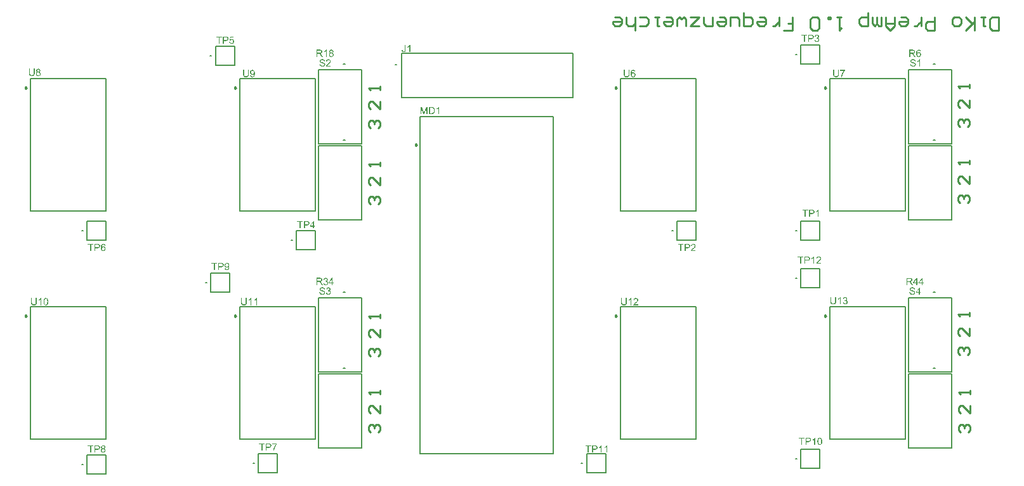
<source format=gto>
G04*
G04 #@! TF.GenerationSoftware,Altium Limited,Altium Designer,20.0.14 (345)*
G04*
G04 Layer_Color=65535*
%FSLAX25Y25*%
%MOIN*%
G70*
G01*
G75*
%ADD10C,0.00984*%
%ADD11C,0.00787*%
%ADD12C,0.00500*%
%ADD13C,0.01000*%
G36*
X371983Y253796D02*
X372022Y253791D01*
X372066Y253786D01*
X372116Y253782D01*
X372170Y253772D01*
X372283Y253742D01*
X372406Y253698D01*
X372470Y253668D01*
X372529Y253634D01*
X372588Y253594D01*
X372642Y253550D01*
X372647Y253545D01*
X372657Y253540D01*
X372667Y253526D01*
X372686Y253506D01*
X372711Y253477D01*
X372736Y253447D01*
X372765Y253413D01*
X372795Y253368D01*
X372824Y253324D01*
X372854Y253270D01*
X372878Y253216D01*
X372908Y253152D01*
X372957Y253019D01*
X372972Y252940D01*
X372986Y252861D01*
X372524Y252827D01*
Y252832D01*
X372519Y252837D01*
Y252852D01*
X372514Y252871D01*
X372499Y252921D01*
X372480Y252979D01*
X372455Y253044D01*
X372421Y253108D01*
X372386Y253167D01*
X372347Y253221D01*
X372337Y253231D01*
X372312Y253250D01*
X372273Y253285D01*
X372219Y253319D01*
X372150Y253354D01*
X372071Y253388D01*
X371978Y253408D01*
X371879Y253417D01*
X371840D01*
X371801Y253413D01*
X371747Y253403D01*
X371688Y253388D01*
X371619Y253363D01*
X371555Y253334D01*
X371486Y253290D01*
X371476Y253285D01*
X371451Y253260D01*
X371412Y253225D01*
X371363Y253171D01*
X371309Y253108D01*
X371250Y253029D01*
X371196Y252935D01*
X371141Y252827D01*
Y252822D01*
X371136Y252812D01*
X371132Y252798D01*
X371122Y252773D01*
X371112Y252738D01*
X371102Y252699D01*
X371092Y252655D01*
X371077Y252606D01*
X371068Y252547D01*
X371058Y252478D01*
X371048Y252409D01*
X371038Y252330D01*
X371028Y252246D01*
X371018Y252153D01*
X371013Y252055D01*
Y251956D01*
X371023Y251961D01*
X371043Y251995D01*
X371077Y252040D01*
X371127Y252094D01*
X371186Y252158D01*
X371255Y252217D01*
X371333Y252281D01*
X371422Y252330D01*
X371427D01*
X371432Y252335D01*
X371446Y252340D01*
X371466Y252350D01*
X371510Y252369D01*
X371574Y252394D01*
X371653Y252419D01*
X371737Y252438D01*
X371830Y252453D01*
X371929Y252458D01*
X371973D01*
X372007Y252453D01*
X372047Y252448D01*
X372096Y252438D01*
X372145Y252429D01*
X372204Y252414D01*
X372263Y252399D01*
X372327Y252374D01*
X372391Y252345D01*
X372460Y252315D01*
X372529Y252271D01*
X372593Y252227D01*
X372657Y252173D01*
X372721Y252114D01*
X372726Y252109D01*
X372736Y252099D01*
X372750Y252079D01*
X372775Y252050D01*
X372799Y252015D01*
X372824Y251976D01*
X372854Y251927D01*
X372888Y251872D01*
X372918Y251814D01*
X372947Y251745D01*
X372972Y251676D01*
X373001Y251597D01*
X373021Y251508D01*
X373036Y251420D01*
X373045Y251326D01*
X373050Y251228D01*
Y251223D01*
Y251213D01*
Y251194D01*
Y251169D01*
X373045Y251134D01*
X373041Y251100D01*
X373031Y251011D01*
X373011Y250913D01*
X372986Y250800D01*
X372947Y250687D01*
X372893Y250569D01*
Y250564D01*
X372888Y250554D01*
X372878Y250539D01*
X372863Y250519D01*
X372829Y250465D01*
X372785Y250396D01*
X372721Y250323D01*
X372652Y250244D01*
X372568Y250170D01*
X372470Y250101D01*
X372465D01*
X372460Y250096D01*
X372445Y250087D01*
X372426Y250077D01*
X372396Y250062D01*
X372366Y250052D01*
X372293Y250023D01*
X372204Y249988D01*
X372101Y249964D01*
X371988Y249944D01*
X371865Y249939D01*
X371840D01*
X371811Y249944D01*
X371766D01*
X371717Y249954D01*
X371663Y249964D01*
X371599Y249973D01*
X371530Y249993D01*
X371456Y250013D01*
X371378Y250042D01*
X371299Y250077D01*
X371220Y250116D01*
X371141Y250165D01*
X371063Y250224D01*
X370989Y250288D01*
X370915Y250362D01*
X370910Y250367D01*
X370900Y250382D01*
X370881Y250406D01*
X370856Y250446D01*
X370831Y250490D01*
X370802Y250549D01*
X370767Y250618D01*
X370733Y250697D01*
X370699Y250790D01*
X370664Y250893D01*
X370635Y251011D01*
X370610Y251134D01*
X370585Y251277D01*
X370566Y251430D01*
X370556Y251592D01*
X370551Y251769D01*
Y251774D01*
Y251784D01*
Y251799D01*
Y251818D01*
Y251843D01*
X370556Y251872D01*
Y251946D01*
X370566Y252040D01*
X370571Y252143D01*
X370585Y252256D01*
X370600Y252379D01*
X370625Y252507D01*
X370649Y252640D01*
X370684Y252773D01*
X370723Y252906D01*
X370767Y253034D01*
X370822Y253152D01*
X370886Y253265D01*
X370954Y253363D01*
X370959Y253368D01*
X370969Y253383D01*
X370989Y253403D01*
X371018Y253432D01*
X371053Y253467D01*
X371097Y253501D01*
X371151Y253540D01*
X371205Y253585D01*
X371269Y253624D01*
X371343Y253663D01*
X371422Y253698D01*
X371505Y253732D01*
X371599Y253762D01*
X371697Y253782D01*
X371801Y253796D01*
X371909Y253801D01*
X371953D01*
X371983Y253796D01*
D02*
G37*
G36*
X369926Y251597D02*
Y251592D01*
Y251572D01*
Y251543D01*
Y251503D01*
X369921Y251454D01*
Y251400D01*
X369916Y251336D01*
X369911Y251272D01*
X369892Y251125D01*
X369872Y250972D01*
X369838Y250825D01*
X369818Y250756D01*
X369793Y250692D01*
Y250687D01*
X369788Y250677D01*
X369779Y250657D01*
X369769Y250638D01*
X369754Y250608D01*
X369734Y250574D01*
X369685Y250500D01*
X369621Y250411D01*
X369542Y250323D01*
X369444Y250229D01*
X369385Y250185D01*
X369326Y250146D01*
X369321D01*
X369311Y250136D01*
X369291Y250126D01*
X369267Y250111D01*
X369233Y250096D01*
X369193Y250082D01*
X369144Y250062D01*
X369090Y250042D01*
X369031Y250023D01*
X368962Y250003D01*
X368893Y249988D01*
X368814Y249973D01*
X368731Y249959D01*
X368642Y249949D01*
X368544Y249944D01*
X368445Y249939D01*
X368396D01*
X368357Y249944D01*
X368312D01*
X368258Y249949D01*
X368199Y249954D01*
X368135Y249964D01*
X367998Y249983D01*
X367855Y250018D01*
X367707Y250062D01*
X367574Y250121D01*
X367569D01*
X367560Y250131D01*
X367540Y250141D01*
X367520Y250155D01*
X367461Y250195D01*
X367388Y250254D01*
X367309Y250328D01*
X367230Y250421D01*
X367156Y250524D01*
X367092Y250647D01*
Y250652D01*
X367087Y250662D01*
X367077Y250682D01*
X367073Y250711D01*
X367058Y250746D01*
X367048Y250790D01*
X367033Y250839D01*
X367023Y250898D01*
X367009Y250962D01*
X366994Y251031D01*
X366984Y251110D01*
X366974Y251194D01*
X366964Y251287D01*
X366954Y251385D01*
X366950Y251489D01*
Y251597D01*
Y253786D01*
X367451D01*
Y251602D01*
Y251597D01*
Y251582D01*
Y251553D01*
Y251523D01*
X367456Y251479D01*
Y251435D01*
X367461Y251380D01*
Y251326D01*
X367471Y251208D01*
X367491Y251085D01*
X367511Y250972D01*
X367525Y250923D01*
X367540Y250874D01*
Y250869D01*
X367545Y250864D01*
X367560Y250834D01*
X367579Y250795D01*
X367614Y250741D01*
X367658Y250687D01*
X367712Y250623D01*
X367776Y250569D01*
X367855Y250515D01*
X367860D01*
X367865Y250510D01*
X367894Y250495D01*
X367943Y250475D01*
X368007Y250456D01*
X368086Y250431D01*
X368180Y250411D01*
X368283Y250396D01*
X368401Y250392D01*
X368455D01*
X368490Y250396D01*
X368534Y250401D01*
X368588Y250406D01*
X368647Y250411D01*
X368706Y250421D01*
X368834Y250451D01*
X368967Y250495D01*
X369026Y250524D01*
X369085Y250559D01*
X369139Y250593D01*
X369188Y250638D01*
X369193Y250642D01*
X369198Y250652D01*
X369208Y250667D01*
X369228Y250687D01*
X369242Y250716D01*
X369262Y250756D01*
X369287Y250800D01*
X369306Y250854D01*
X369331Y250913D01*
X369351Y250982D01*
X369370Y251061D01*
X369390Y251149D01*
X369405Y251248D01*
X369414Y251356D01*
X369419Y251474D01*
X369424Y251602D01*
Y253786D01*
X369926D01*
Y251597D01*
D02*
G37*
G36*
X169921D02*
Y251592D01*
Y251572D01*
Y251543D01*
Y251503D01*
X169916Y251454D01*
Y251400D01*
X169911Y251336D01*
X169906Y251272D01*
X169887Y251125D01*
X169867Y250972D01*
X169833Y250825D01*
X169813Y250756D01*
X169788Y250692D01*
Y250687D01*
X169783Y250677D01*
X169774Y250657D01*
X169764Y250638D01*
X169749Y250608D01*
X169729Y250574D01*
X169680Y250500D01*
X169616Y250411D01*
X169537Y250323D01*
X169439Y250229D01*
X169380Y250185D01*
X169321Y250146D01*
X169316D01*
X169306Y250136D01*
X169287Y250126D01*
X169262Y250111D01*
X169228Y250096D01*
X169188Y250082D01*
X169139Y250062D01*
X169085Y250042D01*
X169026Y250023D01*
X168957Y250003D01*
X168888Y249988D01*
X168809Y249973D01*
X168726Y249959D01*
X168637Y249949D01*
X168539Y249944D01*
X168440Y249939D01*
X168391D01*
X168352Y249944D01*
X168307D01*
X168253Y249949D01*
X168194Y249954D01*
X168130Y249964D01*
X167993Y249983D01*
X167850Y250018D01*
X167702Y250062D01*
X167569Y250121D01*
X167565D01*
X167555Y250131D01*
X167535Y250141D01*
X167515Y250155D01*
X167456Y250195D01*
X167383Y250254D01*
X167304Y250328D01*
X167225Y250421D01*
X167151Y250524D01*
X167087Y250647D01*
Y250652D01*
X167082Y250662D01*
X167073Y250682D01*
X167068Y250711D01*
X167053Y250746D01*
X167043Y250790D01*
X167028Y250839D01*
X167018Y250898D01*
X167004Y250962D01*
X166989Y251031D01*
X166979Y251110D01*
X166969Y251194D01*
X166959Y251287D01*
X166950Y251385D01*
X166945Y251489D01*
Y251597D01*
Y253786D01*
X167446D01*
Y251602D01*
Y251597D01*
Y251582D01*
Y251553D01*
Y251523D01*
X167451Y251479D01*
Y251435D01*
X167456Y251380D01*
Y251326D01*
X167466Y251208D01*
X167486Y251085D01*
X167506Y250972D01*
X167520Y250923D01*
X167535Y250874D01*
Y250869D01*
X167540Y250864D01*
X167555Y250834D01*
X167574Y250795D01*
X167609Y250741D01*
X167653Y250687D01*
X167707Y250623D01*
X167771Y250569D01*
X167850Y250515D01*
X167855D01*
X167860Y250510D01*
X167889Y250495D01*
X167938Y250475D01*
X168002Y250456D01*
X168081Y250431D01*
X168175Y250411D01*
X168278Y250396D01*
X168396Y250392D01*
X168450D01*
X168485Y250396D01*
X168529Y250401D01*
X168583Y250406D01*
X168642Y250411D01*
X168701Y250421D01*
X168829Y250451D01*
X168962Y250495D01*
X169021Y250524D01*
X169080Y250559D01*
X169134Y250593D01*
X169183Y250638D01*
X169188Y250642D01*
X169193Y250652D01*
X169203Y250667D01*
X169223Y250687D01*
X169237Y250716D01*
X169257Y250756D01*
X169282Y250800D01*
X169301Y250854D01*
X169326Y250913D01*
X169346Y250982D01*
X169365Y251061D01*
X169385Y251149D01*
X169400Y251248D01*
X169410Y251356D01*
X169414Y251474D01*
X169419Y251602D01*
Y253786D01*
X169921D01*
Y251597D01*
D02*
G37*
G36*
X171820Y253796D02*
X171850D01*
X171889Y253791D01*
X171978Y253777D01*
X172081Y253752D01*
X172194Y253717D01*
X172312Y253668D01*
X172431Y253600D01*
X172435D01*
X172445Y253590D01*
X172460Y253580D01*
X172480Y253565D01*
X172534Y253516D01*
X172603Y253457D01*
X172677Y253373D01*
X172755Y253280D01*
X172829Y253167D01*
X172893Y253034D01*
Y253029D01*
X172898Y253019D01*
X172908Y252994D01*
X172918Y252965D01*
X172932Y252925D01*
X172942Y252881D01*
X172957Y252827D01*
X172977Y252763D01*
X172991Y252689D01*
X173006Y252610D01*
X173016Y252527D01*
X173031Y252429D01*
X173041Y252325D01*
X173050Y252217D01*
X173055Y252099D01*
Y251971D01*
Y251961D01*
Y251941D01*
Y251902D01*
Y251853D01*
X173050Y251789D01*
X173046Y251720D01*
X173041Y251641D01*
X173036Y251553D01*
X173026Y251464D01*
X173016Y251371D01*
X172991Y251174D01*
X172952Y250987D01*
X172927Y250898D01*
X172898Y250815D01*
Y250810D01*
X172893Y250795D01*
X172883Y250775D01*
X172868Y250746D01*
X172854Y250707D01*
X172834Y250667D01*
X172780Y250574D01*
X172716Y250465D01*
X172632Y250357D01*
X172539Y250254D01*
X172426Y250160D01*
X172421D01*
X172411Y250150D01*
X172396Y250141D01*
X172371Y250126D01*
X172342Y250111D01*
X172308Y250092D01*
X172263Y250072D01*
X172219Y250052D01*
X172111Y250008D01*
X171988Y249973D01*
X171850Y249949D01*
X171776Y249944D01*
X171697Y249939D01*
X171653D01*
X171624Y249944D01*
X171584Y249949D01*
X171545Y249954D01*
X171496Y249959D01*
X171442Y249969D01*
X171328Y249998D01*
X171205Y250042D01*
X171146Y250072D01*
X171087Y250106D01*
X171028Y250141D01*
X170974Y250185D01*
X170969Y250190D01*
X170964Y250195D01*
X170950Y250210D01*
X170930Y250229D01*
X170905Y250254D01*
X170881Y250288D01*
X170856Y250323D01*
X170827Y250362D01*
X170797Y250411D01*
X170767Y250461D01*
X170743Y250519D01*
X170713Y250584D01*
X170689Y250647D01*
X170669Y250721D01*
X170654Y250795D01*
X170640Y250879D01*
X171087Y250913D01*
Y250908D01*
X171092Y250898D01*
Y250884D01*
X171097Y250864D01*
X171112Y250805D01*
X171136Y250741D01*
X171161Y250662D01*
X171201Y250588D01*
X171245Y250519D01*
X171299Y250461D01*
X171309Y250456D01*
X171328Y250441D01*
X171363Y250416D01*
X171412Y250392D01*
X171471Y250367D01*
X171540Y250342D01*
X171624Y250328D01*
X171712Y250323D01*
X171747D01*
X171786Y250328D01*
X171840Y250333D01*
X171894Y250347D01*
X171958Y250362D01*
X172022Y250387D01*
X172086Y250416D01*
X172091Y250421D01*
X172116Y250436D01*
X172145Y250456D01*
X172180Y250485D01*
X172224Y250524D01*
X172268Y250569D01*
X172312Y250618D01*
X172352Y250677D01*
X172357Y250687D01*
X172371Y250707D01*
X172386Y250746D01*
X172411Y250795D01*
X172440Y250859D01*
X172470Y250933D01*
X172499Y251021D01*
X172524Y251120D01*
Y251125D01*
X172529Y251134D01*
Y251149D01*
X172534Y251169D01*
X172539Y251194D01*
X172544Y251223D01*
X172558Y251297D01*
X172573Y251380D01*
X172583Y251479D01*
X172588Y251582D01*
X172593Y251691D01*
Y251695D01*
Y251715D01*
Y251745D01*
Y251784D01*
X172588Y251774D01*
X172568Y251749D01*
X172534Y251705D01*
X172490Y251656D01*
X172435Y251597D01*
X172371Y251538D01*
X172293Y251479D01*
X172209Y251425D01*
X172204D01*
X172199Y251420D01*
X172185Y251410D01*
X172165Y251405D01*
X172120Y251380D01*
X172052Y251356D01*
X171978Y251331D01*
X171889Y251307D01*
X171791Y251292D01*
X171688Y251287D01*
X171643D01*
X171609Y251292D01*
X171570Y251297D01*
X171520Y251307D01*
X171471Y251317D01*
X171412Y251331D01*
X171353Y251346D01*
X171289Y251371D01*
X171225Y251395D01*
X171156Y251430D01*
X171087Y251469D01*
X171023Y251513D01*
X170959Y251568D01*
X170895Y251626D01*
X170890Y251631D01*
X170881Y251641D01*
X170866Y251661D01*
X170846Y251691D01*
X170822Y251720D01*
X170792Y251764D01*
X170763Y251814D01*
X170733Y251868D01*
X170704Y251927D01*
X170674Y251995D01*
X170644Y252069D01*
X170620Y252148D01*
X170600Y252232D01*
X170586Y252325D01*
X170576Y252419D01*
X170571Y252522D01*
Y252527D01*
Y252547D01*
Y252576D01*
X170576Y252615D01*
X170581Y252665D01*
X170590Y252724D01*
X170600Y252788D01*
X170615Y252852D01*
X170654Y252999D01*
X170679Y253078D01*
X170713Y253157D01*
X170753Y253231D01*
X170797Y253309D01*
X170846Y253378D01*
X170905Y253447D01*
X170910Y253452D01*
X170920Y253462D01*
X170940Y253481D01*
X170964Y253501D01*
X170999Y253531D01*
X171038Y253560D01*
X171087Y253590D01*
X171141Y253624D01*
X171196Y253659D01*
X171264Y253688D01*
X171333Y253717D01*
X171407Y253747D01*
X171486Y253767D01*
X171574Y253786D01*
X171663Y253796D01*
X171756Y253801D01*
X171791D01*
X171820Y253796D01*
D02*
G37*
G36*
X57421Y252227D02*
Y252222D01*
Y252202D01*
Y252173D01*
Y252133D01*
X57416Y252084D01*
Y252030D01*
X57411Y251966D01*
X57407Y251902D01*
X57387Y251755D01*
X57367Y251602D01*
X57333Y251454D01*
X57313Y251386D01*
X57288Y251322D01*
Y251317D01*
X57284Y251307D01*
X57274Y251287D01*
X57264Y251268D01*
X57249Y251238D01*
X57229Y251204D01*
X57180Y251130D01*
X57116Y251041D01*
X57038Y250953D01*
X56939Y250859D01*
X56880Y250815D01*
X56821Y250776D01*
X56816D01*
X56806Y250766D01*
X56787Y250756D01*
X56762Y250741D01*
X56728Y250726D01*
X56688Y250712D01*
X56639Y250692D01*
X56585Y250672D01*
X56526Y250653D01*
X56457Y250633D01*
X56388Y250618D01*
X56309Y250603D01*
X56226Y250589D01*
X56137Y250579D01*
X56039Y250574D01*
X55940Y250569D01*
X55891D01*
X55852Y250574D01*
X55808D01*
X55753Y250579D01*
X55694Y250584D01*
X55630Y250593D01*
X55493Y250613D01*
X55350Y250648D01*
X55202Y250692D01*
X55070Y250751D01*
X55065D01*
X55055Y250761D01*
X55035Y250771D01*
X55015Y250785D01*
X54956Y250825D01*
X54883Y250884D01*
X54804Y250958D01*
X54725Y251051D01*
X54651Y251154D01*
X54587Y251277D01*
Y251282D01*
X54582Y251292D01*
X54573Y251312D01*
X54568Y251341D01*
X54553Y251376D01*
X54543Y251420D01*
X54528Y251469D01*
X54519Y251528D01*
X54504Y251592D01*
X54489Y251661D01*
X54479Y251740D01*
X54469Y251823D01*
X54459Y251917D01*
X54450Y252015D01*
X54445Y252119D01*
Y252227D01*
Y254416D01*
X54947D01*
Y252232D01*
Y252227D01*
Y252212D01*
Y252183D01*
Y252153D01*
X54951Y252109D01*
Y252065D01*
X54956Y252010D01*
Y251956D01*
X54966Y251838D01*
X54986Y251715D01*
X55006Y251602D01*
X55020Y251553D01*
X55035Y251504D01*
Y251499D01*
X55040Y251494D01*
X55055Y251464D01*
X55074Y251425D01*
X55109Y251371D01*
X55153Y251317D01*
X55207Y251253D01*
X55271Y251199D01*
X55350Y251145D01*
X55355D01*
X55360Y251140D01*
X55389Y251125D01*
X55439Y251105D01*
X55502Y251085D01*
X55581Y251061D01*
X55675Y251041D01*
X55778Y251027D01*
X55896Y251022D01*
X55950D01*
X55985Y251027D01*
X56029Y251031D01*
X56083Y251036D01*
X56142Y251041D01*
X56201Y251051D01*
X56329Y251081D01*
X56462Y251125D01*
X56521Y251154D01*
X56580Y251189D01*
X56634Y251223D01*
X56683Y251268D01*
X56688Y251273D01*
X56693Y251282D01*
X56703Y251297D01*
X56723Y251317D01*
X56737Y251346D01*
X56757Y251386D01*
X56782Y251430D01*
X56801Y251484D01*
X56826Y251543D01*
X56846Y251612D01*
X56865Y251691D01*
X56885Y251779D01*
X56900Y251878D01*
X56910Y251986D01*
X56915Y252104D01*
X56919Y252232D01*
Y254416D01*
X57421D01*
Y252227D01*
D02*
G37*
G36*
X59384Y254426D02*
X59424Y254421D01*
X59473Y254416D01*
X59527Y254406D01*
X59586Y254397D01*
X59714Y254362D01*
X59778Y254338D01*
X59847Y254308D01*
X59911Y254274D01*
X59980Y254239D01*
X60039Y254190D01*
X60098Y254141D01*
X60103Y254136D01*
X60113Y254126D01*
X60127Y254111D01*
X60147Y254092D01*
X60167Y254062D01*
X60196Y254028D01*
X60221Y253988D01*
X60250Y253949D01*
X60304Y253846D01*
X60354Y253728D01*
X60373Y253659D01*
X60388Y253590D01*
X60398Y253516D01*
X60403Y253442D01*
Y253437D01*
Y253432D01*
Y253418D01*
Y253398D01*
X60398Y253349D01*
X60383Y253285D01*
X60368Y253211D01*
X60344Y253137D01*
X60309Y253058D01*
X60260Y252980D01*
X60255Y252970D01*
X60236Y252950D01*
X60201Y252916D01*
X60157Y252871D01*
X60098Y252822D01*
X60024Y252773D01*
X59940Y252724D01*
X59842Y252680D01*
X59847D01*
X59857Y252675D01*
X59876Y252670D01*
X59901Y252660D01*
X59930Y252645D01*
X59960Y252630D01*
X60039Y252591D01*
X60127Y252542D01*
X60216Y252478D01*
X60299Y252404D01*
X60373Y252315D01*
Y252311D01*
X60383Y252306D01*
X60388Y252291D01*
X60403Y252271D01*
X60418Y252247D01*
X60432Y252217D01*
X60467Y252148D01*
X60496Y252060D01*
X60526Y251956D01*
X60545Y251838D01*
X60555Y251710D01*
Y251705D01*
Y251691D01*
Y251666D01*
X60550Y251632D01*
X60545Y251587D01*
X60536Y251538D01*
X60526Y251489D01*
X60511Y251430D01*
X60496Y251366D01*
X60472Y251302D01*
X60442Y251233D01*
X60413Y251164D01*
X60368Y251095D01*
X60324Y251027D01*
X60270Y250962D01*
X60211Y250899D01*
X60206Y250894D01*
X60196Y250884D01*
X60176Y250869D01*
X60147Y250849D01*
X60113Y250820D01*
X60073Y250795D01*
X60024Y250766D01*
X59970Y250736D01*
X59906Y250702D01*
X59842Y250672D01*
X59768Y250648D01*
X59684Y250623D01*
X59601Y250598D01*
X59507Y250584D01*
X59414Y250574D01*
X59311Y250569D01*
X59256D01*
X59217Y250574D01*
X59168Y250579D01*
X59114Y250589D01*
X59055Y250598D01*
X58986Y250608D01*
X58843Y250648D01*
X58769Y250677D01*
X58691Y250707D01*
X58617Y250746D01*
X58543Y250790D01*
X58474Y250839D01*
X58405Y250899D01*
X58400Y250904D01*
X58390Y250913D01*
X58376Y250933D01*
X58351Y250958D01*
X58327Y250992D01*
X58297Y251031D01*
X58267Y251076D01*
X58238Y251125D01*
X58204Y251184D01*
X58174Y251243D01*
X58144Y251312D01*
X58120Y251386D01*
X58095Y251464D01*
X58081Y251548D01*
X58071Y251637D01*
X58066Y251725D01*
Y251730D01*
Y251740D01*
Y251760D01*
X58071Y251789D01*
Y251819D01*
X58076Y251853D01*
X58090Y251942D01*
X58110Y252040D01*
X58144Y252138D01*
X58189Y252242D01*
X58253Y252340D01*
Y252345D01*
X58263Y252350D01*
X58287Y252379D01*
X58332Y252424D01*
X58390Y252478D01*
X58464Y252532D01*
X58558Y252591D01*
X58661Y252640D01*
X58784Y252680D01*
X58779D01*
X58769Y252684D01*
X58755Y252689D01*
X58735Y252699D01*
X58686Y252724D01*
X58622Y252758D01*
X58553Y252803D01*
X58479Y252852D01*
X58415Y252916D01*
X58356Y252985D01*
X58351Y252994D01*
X58336Y253019D01*
X58312Y253063D01*
X58287Y253117D01*
X58263Y253186D01*
X58238Y253265D01*
X58223Y253354D01*
X58218Y253452D01*
Y253457D01*
Y253472D01*
Y253491D01*
X58223Y253521D01*
X58228Y253555D01*
X58233Y253600D01*
X58258Y253693D01*
X58292Y253801D01*
X58317Y253860D01*
X58341Y253919D01*
X58376Y253978D01*
X58415Y254037D01*
X58459Y254092D01*
X58513Y254146D01*
X58518Y254151D01*
X58528Y254160D01*
X58543Y254170D01*
X58568Y254190D01*
X58597Y254210D01*
X58632Y254234D01*
X58676Y254264D01*
X58725Y254288D01*
X58774Y254313D01*
X58833Y254343D01*
X58902Y254367D01*
X58971Y254387D01*
X59045Y254406D01*
X59124Y254421D01*
X59212Y254426D01*
X59301Y254431D01*
X59350D01*
X59384Y254426D01*
D02*
G37*
G36*
X161999Y270802D02*
X160489D01*
X160287Y269778D01*
X160292Y269783D01*
X160302Y269788D01*
X160322Y269803D01*
X160346Y269818D01*
X160376Y269833D01*
X160415Y269857D01*
X160454Y269877D01*
X160504Y269901D01*
X160612Y269946D01*
X160730Y269980D01*
X160863Y270010D01*
X160932Y270015D01*
X161001Y270020D01*
X161050D01*
X161084Y270015D01*
X161124Y270010D01*
X161173Y270000D01*
X161227Y269990D01*
X161291Y269975D01*
X161355Y269960D01*
X161419Y269936D01*
X161488Y269906D01*
X161562Y269877D01*
X161630Y269833D01*
X161699Y269788D01*
X161768Y269734D01*
X161832Y269675D01*
X161837Y269670D01*
X161847Y269660D01*
X161862Y269641D01*
X161886Y269611D01*
X161911Y269577D01*
X161940Y269537D01*
X161975Y269488D01*
X162004Y269434D01*
X162039Y269375D01*
X162068Y269306D01*
X162098Y269237D01*
X162122Y269159D01*
X162147Y269070D01*
X162162Y268981D01*
X162171Y268888D01*
X162177Y268790D01*
Y268785D01*
Y268765D01*
Y268740D01*
X162171Y268706D01*
X162167Y268662D01*
X162162Y268607D01*
X162152Y268548D01*
X162137Y268489D01*
X162103Y268347D01*
X162078Y268273D01*
X162048Y268199D01*
X162014Y268125D01*
X161975Y268052D01*
X161931Y267978D01*
X161876Y267904D01*
X161871Y267899D01*
X161862Y267884D01*
X161837Y267860D01*
X161808Y267835D01*
X161773Y267796D01*
X161729Y267761D01*
X161675Y267717D01*
X161616Y267678D01*
X161547Y267633D01*
X161473Y267589D01*
X161394Y267555D01*
X161306Y267520D01*
X161207Y267491D01*
X161104Y267466D01*
X160996Y267451D01*
X160882Y267446D01*
X160833D01*
X160799Y267451D01*
X160755Y267456D01*
X160701Y267461D01*
X160646Y267471D01*
X160582Y267481D01*
X160450Y267515D01*
X160381Y267540D01*
X160312Y267569D01*
X160238Y267599D01*
X160169Y267638D01*
X160105Y267683D01*
X160041Y267732D01*
X160036Y267737D01*
X160026Y267746D01*
X160012Y267761D01*
X159992Y267786D01*
X159962Y267815D01*
X159938Y267850D01*
X159903Y267889D01*
X159874Y267938D01*
X159839Y267988D01*
X159810Y268047D01*
X159775Y268111D01*
X159751Y268179D01*
X159721Y268253D01*
X159702Y268327D01*
X159682Y268411D01*
X159672Y268499D01*
X160159Y268534D01*
Y268529D01*
X160164Y268519D01*
Y268499D01*
X160169Y268475D01*
X160179Y268445D01*
X160189Y268411D01*
X160208Y268337D01*
X160243Y268248D01*
X160287Y268160D01*
X160341Y268076D01*
X160405Y268002D01*
X160415Y267997D01*
X160440Y267978D01*
X160484Y267948D01*
X160538Y267919D01*
X160607Y267884D01*
X160691Y267860D01*
X160779Y267840D01*
X160882Y267830D01*
X160917D01*
X160942Y267835D01*
X160966Y267840D01*
X161001Y267845D01*
X161079Y267860D01*
X161173Y267889D01*
X161266Y267938D01*
X161316Y267963D01*
X161365Y267997D01*
X161409Y268037D01*
X161453Y268081D01*
X161458Y268086D01*
X161463Y268091D01*
X161473Y268106D01*
X161488Y268125D01*
X161507Y268150D01*
X161527Y268184D01*
X161547Y268219D01*
X161571Y268258D01*
X161611Y268357D01*
X161650Y268470D01*
X161675Y268603D01*
X161685Y268671D01*
Y268750D01*
Y268755D01*
Y268770D01*
Y268790D01*
X161679Y268814D01*
Y268849D01*
X161675Y268888D01*
X161655Y268976D01*
X161630Y269080D01*
X161591Y269183D01*
X161537Y269286D01*
X161502Y269336D01*
X161463Y269380D01*
Y269385D01*
X161453Y269390D01*
X161439Y269400D01*
X161424Y269414D01*
X161374Y269454D01*
X161306Y269498D01*
X161222Y269537D01*
X161124Y269577D01*
X161005Y269601D01*
X160947Y269611D01*
X160838D01*
X160799Y269606D01*
X160740Y269596D01*
X160681Y269587D01*
X160612Y269567D01*
X160538Y269537D01*
X160469Y269503D01*
X160459Y269498D01*
X160440Y269483D01*
X160410Y269464D01*
X160371Y269429D01*
X160327Y269395D01*
X160277Y269345D01*
X160233Y269296D01*
X160194Y269237D01*
X159756Y269301D01*
X160120Y271245D01*
X161999D01*
Y270802D01*
D02*
G37*
G36*
X157975Y271289D02*
X158063Y271284D01*
X158162Y271279D01*
X158255Y271269D01*
X158334Y271254D01*
X158349D01*
X158359Y271250D01*
X158378Y271245D01*
X158432Y271235D01*
X158496Y271215D01*
X158570Y271191D01*
X158644Y271161D01*
X158723Y271122D01*
X158796Y271077D01*
X158806Y271072D01*
X158826Y271053D01*
X158865Y271023D01*
X158905Y270984D01*
X158954Y270935D01*
X159008Y270871D01*
X159057Y270797D01*
X159101Y270713D01*
Y270708D01*
X159106Y270703D01*
X159111Y270689D01*
X159121Y270674D01*
X159141Y270625D01*
X159160Y270561D01*
X159180Y270482D01*
X159200Y270393D01*
X159215Y270300D01*
X159220Y270197D01*
Y270192D01*
Y270177D01*
Y270152D01*
X159215Y270118D01*
X159210Y270074D01*
X159205Y270024D01*
X159195Y269970D01*
X159180Y269916D01*
X159146Y269783D01*
X159121Y269719D01*
X159087Y269651D01*
X159052Y269582D01*
X159013Y269513D01*
X158964Y269444D01*
X158910Y269380D01*
X158905Y269375D01*
X158895Y269365D01*
X158875Y269350D01*
X158851Y269326D01*
X158816Y269301D01*
X158772Y269277D01*
X158718Y269242D01*
X158659Y269213D01*
X158585Y269183D01*
X158506Y269154D01*
X158413Y269124D01*
X158314Y269099D01*
X158201Y269075D01*
X158078Y269060D01*
X157945Y269050D01*
X157803Y269045D01*
X156838D01*
Y267510D01*
X156336D01*
Y271294D01*
X157891D01*
X157975Y271289D01*
D02*
G37*
G36*
X155815Y270846D02*
X154570D01*
Y267510D01*
X154068D01*
Y270846D01*
X152823D01*
Y271294D01*
X155815D01*
Y270846D01*
D02*
G37*
G36*
X93594Y162296D02*
X93633Y162291D01*
X93678Y162286D01*
X93727Y162282D01*
X93781Y162272D01*
X93894Y162242D01*
X94017Y162198D01*
X94081Y162168D01*
X94140Y162134D01*
X94199Y162094D01*
X94253Y162050D01*
X94258Y162045D01*
X94268Y162040D01*
X94278Y162026D01*
X94298Y162006D01*
X94322Y161977D01*
X94347Y161947D01*
X94376Y161913D01*
X94406Y161868D01*
X94435Y161824D01*
X94465Y161770D01*
X94490Y161716D01*
X94519Y161652D01*
X94568Y161519D01*
X94583Y161440D01*
X94598Y161362D01*
X94135Y161327D01*
Y161332D01*
X94130Y161337D01*
Y161352D01*
X94125Y161371D01*
X94111Y161421D01*
X94091Y161479D01*
X94066Y161544D01*
X94032Y161608D01*
X93998Y161667D01*
X93958Y161721D01*
X93948Y161731D01*
X93924Y161750D01*
X93884Y161785D01*
X93830Y161819D01*
X93761Y161854D01*
X93683Y161888D01*
X93589Y161908D01*
X93491Y161917D01*
X93451D01*
X93412Y161913D01*
X93358Y161903D01*
X93299Y161888D01*
X93230Y161863D01*
X93166Y161834D01*
X93097Y161790D01*
X93087Y161785D01*
X93063Y161760D01*
X93023Y161725D01*
X92974Y161671D01*
X92920Y161608D01*
X92861Y161529D01*
X92807Y161435D01*
X92753Y161327D01*
Y161322D01*
X92748Y161312D01*
X92743Y161298D01*
X92733Y161273D01*
X92723Y161239D01*
X92713Y161199D01*
X92703Y161155D01*
X92689Y161106D01*
X92679Y161047D01*
X92669Y160978D01*
X92659Y160909D01*
X92649Y160830D01*
X92640Y160747D01*
X92630Y160653D01*
X92625Y160555D01*
Y160456D01*
X92635Y160461D01*
X92654Y160495D01*
X92689Y160540D01*
X92738Y160594D01*
X92797Y160658D01*
X92866Y160717D01*
X92945Y160781D01*
X93033Y160830D01*
X93038D01*
X93043Y160835D01*
X93058Y160840D01*
X93077Y160850D01*
X93122Y160870D01*
X93186Y160894D01*
X93264Y160919D01*
X93348Y160938D01*
X93441Y160953D01*
X93540Y160958D01*
X93584D01*
X93619Y160953D01*
X93658Y160948D01*
X93707Y160938D01*
X93756Y160928D01*
X93815Y160914D01*
X93875Y160899D01*
X93938Y160874D01*
X94002Y160845D01*
X94071Y160815D01*
X94140Y160771D01*
X94204Y160727D01*
X94268Y160673D01*
X94332Y160614D01*
X94337Y160609D01*
X94347Y160599D01*
X94362Y160579D01*
X94386Y160550D01*
X94411Y160515D01*
X94435Y160476D01*
X94465Y160427D01*
X94499Y160372D01*
X94529Y160313D01*
X94558Y160245D01*
X94583Y160176D01*
X94612Y160097D01*
X94632Y160009D01*
X94647Y159920D01*
X94657Y159826D01*
X94662Y159728D01*
Y159723D01*
Y159713D01*
Y159694D01*
Y159669D01*
X94657Y159634D01*
X94652Y159600D01*
X94642Y159511D01*
X94622Y159413D01*
X94598Y159300D01*
X94558Y159187D01*
X94504Y159069D01*
Y159064D01*
X94499Y159054D01*
X94490Y159039D01*
X94475Y159019D01*
X94440Y158965D01*
X94396Y158897D01*
X94332Y158823D01*
X94263Y158744D01*
X94179Y158670D01*
X94081Y158601D01*
X94076D01*
X94071Y158596D01*
X94056Y158587D01*
X94037Y158577D01*
X94007Y158562D01*
X93978Y158552D01*
X93904Y158523D01*
X93815Y158488D01*
X93712Y158464D01*
X93599Y158444D01*
X93476Y158439D01*
X93451D01*
X93422Y158444D01*
X93378D01*
X93328Y158454D01*
X93274Y158464D01*
X93210Y158473D01*
X93141Y158493D01*
X93068Y158513D01*
X92989Y158542D01*
X92910Y158577D01*
X92831Y158616D01*
X92753Y158665D01*
X92674Y158724D01*
X92600Y158788D01*
X92526Y158862D01*
X92522Y158867D01*
X92512Y158882D01*
X92492Y158906D01*
X92467Y158946D01*
X92443Y158990D01*
X92413Y159049D01*
X92379Y159118D01*
X92344Y159197D01*
X92310Y159290D01*
X92276Y159394D01*
X92246Y159511D01*
X92221Y159634D01*
X92197Y159777D01*
X92177Y159930D01*
X92167Y160092D01*
X92162Y160269D01*
Y160274D01*
Y160284D01*
Y160299D01*
Y160318D01*
Y160343D01*
X92167Y160372D01*
Y160446D01*
X92177Y160540D01*
X92182Y160643D01*
X92197Y160756D01*
X92212Y160879D01*
X92236Y161007D01*
X92261Y161140D01*
X92295Y161273D01*
X92335Y161406D01*
X92379Y161534D01*
X92433Y161652D01*
X92497Y161765D01*
X92566Y161863D01*
X92571Y161868D01*
X92580Y161883D01*
X92600Y161903D01*
X92630Y161932D01*
X92664Y161967D01*
X92708Y162001D01*
X92763Y162040D01*
X92817Y162085D01*
X92881Y162124D01*
X92954Y162163D01*
X93033Y162198D01*
X93117Y162232D01*
X93210Y162262D01*
X93309Y162282D01*
X93412Y162296D01*
X93520Y162301D01*
X93564D01*
X93594Y162296D01*
D02*
G37*
G36*
X90490Y162282D02*
X90578Y162277D01*
X90676Y162272D01*
X90770Y162262D01*
X90849Y162247D01*
X90864D01*
X90873Y162242D01*
X90893Y162237D01*
X90947Y162227D01*
X91011Y162208D01*
X91085Y162183D01*
X91159Y162154D01*
X91237Y162114D01*
X91311Y162070D01*
X91321Y162065D01*
X91341Y162045D01*
X91380Y162016D01*
X91419Y161977D01*
X91469Y161927D01*
X91523Y161863D01*
X91572Y161790D01*
X91616Y161706D01*
Y161701D01*
X91621Y161696D01*
X91626Y161681D01*
X91636Y161667D01*
X91656Y161617D01*
X91675Y161553D01*
X91695Y161475D01*
X91715Y161386D01*
X91729Y161293D01*
X91734Y161189D01*
Y161184D01*
Y161170D01*
Y161145D01*
X91729Y161110D01*
X91724Y161066D01*
X91720Y161017D01*
X91710Y160963D01*
X91695Y160909D01*
X91660Y160776D01*
X91636Y160712D01*
X91602Y160643D01*
X91567Y160574D01*
X91528Y160505D01*
X91479Y160436D01*
X91424Y160372D01*
X91419Y160368D01*
X91410Y160358D01*
X91390Y160343D01*
X91365Y160318D01*
X91331Y160294D01*
X91287Y160269D01*
X91233Y160235D01*
X91173Y160205D01*
X91100Y160176D01*
X91021Y160146D01*
X90927Y160117D01*
X90829Y160092D01*
X90716Y160067D01*
X90593Y160053D01*
X90460Y160043D01*
X90317Y160038D01*
X89353D01*
Y158503D01*
X88851D01*
Y162286D01*
X90406D01*
X90490Y162282D01*
D02*
G37*
G36*
X88330Y161839D02*
X87085D01*
Y158503D01*
X86583D01*
Y161839D01*
X85338D01*
Y162286D01*
X88330D01*
Y161839D01*
D02*
G37*
G36*
X208610Y259451D02*
X208649D01*
X208699Y259446D01*
X208753Y259441D01*
X208866Y259421D01*
X208989Y259397D01*
X209117Y259362D01*
X209240Y259318D01*
X209245D01*
X209255Y259313D01*
X209269Y259303D01*
X209294Y259293D01*
X209353Y259259D01*
X209422Y259215D01*
X209506Y259160D01*
X209584Y259092D01*
X209668Y259008D01*
X209737Y258914D01*
Y258910D01*
X209747Y258905D01*
X209752Y258890D01*
X209766Y258870D01*
X209776Y258846D01*
X209791Y258816D01*
X209825Y258742D01*
X209860Y258654D01*
X209889Y258555D01*
X209914Y258442D01*
X209924Y258324D01*
X209442Y258290D01*
Y258295D01*
Y258304D01*
X209437Y258324D01*
X209432Y258349D01*
X209427Y258378D01*
X209417Y258413D01*
X209392Y258491D01*
X209358Y258575D01*
X209314Y258664D01*
X209255Y258752D01*
X209176Y258826D01*
X209166Y258836D01*
X209151Y258841D01*
X209137Y258856D01*
X209112Y258870D01*
X209082Y258885D01*
X209048Y258900D01*
X209014Y258919D01*
X208969Y258934D01*
X208920Y258949D01*
X208866Y258964D01*
X208807Y258979D01*
X208743Y258993D01*
X208674Y258998D01*
X208600Y259008D01*
X208448D01*
X208408Y259003D01*
X208369Y258998D01*
X208271Y258988D01*
X208162Y258969D01*
X208054Y258939D01*
X207951Y258895D01*
X207902Y258870D01*
X207862Y258841D01*
X207852Y258831D01*
X207828Y258811D01*
X207798Y258777D01*
X207759Y258728D01*
X207720Y258668D01*
X207690Y258600D01*
X207665Y258521D01*
X207656Y258437D01*
Y258427D01*
Y258403D01*
X207665Y258368D01*
X207675Y258319D01*
X207690Y258265D01*
X207715Y258211D01*
X207749Y258157D01*
X207798Y258103D01*
X207808Y258098D01*
X207818Y258088D01*
X207833Y258083D01*
X207852Y258068D01*
X207877Y258053D01*
X207911Y258039D01*
X207946Y258024D01*
X207995Y258004D01*
X208049Y257980D01*
X208108Y257960D01*
X208177Y257935D01*
X208256Y257911D01*
X208344Y257886D01*
X208443Y257862D01*
X208551Y257837D01*
X208556D01*
X208576Y257832D01*
X208610Y257822D01*
X208649Y257812D01*
X208699Y257803D01*
X208758Y257788D01*
X208817Y257773D01*
X208886Y257753D01*
X209023Y257719D01*
X209161Y257680D01*
X209225Y257655D01*
X209289Y257635D01*
X209343Y257616D01*
X209387Y257596D01*
X209392D01*
X209402Y257591D01*
X209417Y257581D01*
X209442Y257566D01*
X209501Y257537D01*
X209574Y257493D01*
X209653Y257434D01*
X209732Y257370D01*
X209811Y257291D01*
X209875Y257207D01*
Y257202D01*
X209879Y257197D01*
X209889Y257183D01*
X209899Y257168D01*
X209924Y257119D01*
X209958Y257055D01*
X209988Y256976D01*
X210012Y256883D01*
X210032Y256784D01*
X210037Y256671D01*
Y256666D01*
Y256656D01*
Y256642D01*
X210032Y256622D01*
Y256592D01*
X210027Y256563D01*
X210017Y256489D01*
X209993Y256400D01*
X209963Y256307D01*
X209919Y256204D01*
X209860Y256105D01*
Y256100D01*
X209850Y256095D01*
X209840Y256081D01*
X209830Y256061D01*
X209786Y256012D01*
X209732Y255953D01*
X209663Y255889D01*
X209579Y255820D01*
X209476Y255751D01*
X209363Y255692D01*
X209358D01*
X209348Y255687D01*
X209328Y255677D01*
X209309Y255667D01*
X209274Y255658D01*
X209240Y255648D01*
X209201Y255633D01*
X209151Y255618D01*
X209048Y255593D01*
X208925Y255569D01*
X208787Y255549D01*
X208640Y255544D01*
X208590D01*
X208556Y255549D01*
X208512D01*
X208458Y255554D01*
X208403Y255559D01*
X208340Y255564D01*
X208207Y255579D01*
X208059Y255608D01*
X207916Y255643D01*
X207779Y255692D01*
X207774D01*
X207764Y255697D01*
X207744Y255707D01*
X207720Y255721D01*
X207695Y255736D01*
X207661Y255756D01*
X207582Y255805D01*
X207493Y255869D01*
X207405Y255948D01*
X207316Y256041D01*
X207237Y256144D01*
Y256150D01*
X207228Y256159D01*
X207218Y256174D01*
X207208Y256199D01*
X207193Y256228D01*
X207173Y256258D01*
X207159Y256297D01*
X207139Y256341D01*
X207100Y256445D01*
X207065Y256558D01*
X207041Y256691D01*
X207031Y256828D01*
X207503Y256868D01*
Y256863D01*
Y256853D01*
X207508Y256838D01*
Y256819D01*
X207518Y256769D01*
X207533Y256700D01*
X207552Y256627D01*
X207582Y256548D01*
X207616Y256469D01*
X207656Y256396D01*
X207661Y256386D01*
X207680Y256366D01*
X207710Y256331D01*
X207749Y256292D01*
X207803Y256243D01*
X207867Y256194D01*
X207946Y256144D01*
X208034Y256100D01*
X208039D01*
X208044Y256095D01*
X208059Y256090D01*
X208079Y256085D01*
X208103Y256076D01*
X208133Y256066D01*
X208207Y256046D01*
X208290Y256027D01*
X208389Y256007D01*
X208497Y255997D01*
X208615Y255992D01*
X208664D01*
X208718Y255997D01*
X208787Y256002D01*
X208861Y256012D01*
X208950Y256027D01*
X209033Y256046D01*
X209117Y256076D01*
X209122D01*
X209127Y256081D01*
X209151Y256090D01*
X209191Y256110D01*
X209240Y256135D01*
X209294Y256169D01*
X209348Y256208D01*
X209402Y256253D01*
X209447Y256307D01*
X209451Y256312D01*
X209461Y256331D01*
X209481Y256366D01*
X209501Y256405D01*
X209520Y256454D01*
X209540Y256509D01*
X209550Y256568D01*
X209555Y256632D01*
Y256642D01*
Y256661D01*
X209550Y256696D01*
X209540Y256735D01*
X209530Y256784D01*
X209510Y256838D01*
X209481Y256892D01*
X209447Y256942D01*
X209442Y256946D01*
X209427Y256966D01*
X209402Y256991D01*
X209368Y257020D01*
X209319Y257055D01*
X209260Y257089D01*
X209191Y257129D01*
X209107Y257163D01*
X209097Y257168D01*
X209078Y257173D01*
X209058Y257183D01*
X209033Y257188D01*
X209004Y257197D01*
X208964Y257207D01*
X208925Y257222D01*
X208876Y257232D01*
X208822Y257247D01*
X208758Y257266D01*
X208689Y257281D01*
X208610Y257301D01*
X208526Y257320D01*
X208433Y257345D01*
X208428D01*
X208408Y257350D01*
X208384Y257360D01*
X208349Y257365D01*
X208305Y257380D01*
X208261Y257389D01*
X208148Y257424D01*
X208030Y257458D01*
X207907Y257503D01*
X207798Y257542D01*
X207749Y257566D01*
X207705Y257586D01*
X207700D01*
X207695Y257591D01*
X207680Y257601D01*
X207661Y257611D01*
X207611Y257640D01*
X207552Y257684D01*
X207488Y257734D01*
X207419Y257793D01*
X207355Y257862D01*
X207301Y257935D01*
Y257940D01*
X207296Y257945D01*
X207282Y257975D01*
X207262Y258014D01*
X207237Y258073D01*
X207213Y258142D01*
X207193Y258226D01*
X207178Y258314D01*
X207173Y258408D01*
Y258413D01*
Y258422D01*
Y258437D01*
X207178Y258457D01*
X207183Y258511D01*
X207193Y258585D01*
X207213Y258668D01*
X207242Y258757D01*
X207282Y258851D01*
X207336Y258944D01*
Y258949D01*
X207346Y258954D01*
X207365Y258983D01*
X207405Y259033D01*
X207454Y259087D01*
X207523Y259146D01*
X207601Y259210D01*
X207700Y259269D01*
X207808Y259323D01*
X207813D01*
X207823Y259328D01*
X207838Y259338D01*
X207862Y259343D01*
X207892Y259352D01*
X207926Y259367D01*
X207966Y259377D01*
X208010Y259392D01*
X208113Y259411D01*
X208231Y259436D01*
X208364Y259451D01*
X208502Y259456D01*
X208571D01*
X208610Y259451D01*
D02*
G37*
G36*
X211867Y259402D02*
X211916Y259397D01*
X211970Y259392D01*
X212030Y259382D01*
X212093Y259367D01*
X212231Y259333D01*
X212300Y259308D01*
X212374Y259279D01*
X212448Y259244D01*
X212517Y259200D01*
X212580Y259156D01*
X212645Y259102D01*
X212649Y259097D01*
X212659Y259087D01*
X212674Y259072D01*
X212694Y259047D01*
X212718Y259018D01*
X212748Y258983D01*
X212772Y258944D01*
X212807Y258895D01*
X212836Y258846D01*
X212861Y258787D01*
X212915Y258659D01*
X212935Y258590D01*
X212949Y258516D01*
X212959Y258437D01*
X212964Y258354D01*
Y258344D01*
Y258314D01*
X212959Y258270D01*
X212954Y258211D01*
X212940Y258147D01*
X212925Y258068D01*
X212900Y257990D01*
X212871Y257906D01*
X212866Y257896D01*
X212851Y257867D01*
X212831Y257822D01*
X212797Y257768D01*
X212753Y257699D01*
X212699Y257621D01*
X212635Y257532D01*
X212561Y257443D01*
Y257438D01*
X212551Y257434D01*
X212536Y257419D01*
X212522Y257399D01*
X212497Y257375D01*
X212467Y257345D01*
X212433Y257311D01*
X212389Y257271D01*
X212344Y257227D01*
X212290Y257178D01*
X212231Y257119D01*
X212167Y257060D01*
X212093Y256996D01*
X212020Y256932D01*
X211931Y256858D01*
X211842Y256779D01*
X211838Y256774D01*
X211823Y256765D01*
X211803Y256745D01*
X211774Y256725D01*
X211744Y256696D01*
X211705Y256661D01*
X211621Y256587D01*
X211528Y256509D01*
X211439Y256430D01*
X211400Y256396D01*
X211365Y256361D01*
X211331Y256327D01*
X211306Y256302D01*
X211301Y256297D01*
X211287Y256282D01*
X211267Y256258D01*
X211237Y256223D01*
X211208Y256189D01*
X211173Y256144D01*
X211109Y256056D01*
X212969D01*
Y255608D01*
X210465D01*
Y255618D01*
Y255638D01*
Y255667D01*
X210470Y255712D01*
X210475Y255761D01*
X210485Y255815D01*
X210499Y255869D01*
X210519Y255928D01*
Y255933D01*
X210524Y255938D01*
X210529Y255953D01*
X210539Y255972D01*
X210558Y256021D01*
X210593Y256085D01*
X210637Y256164D01*
X210686Y256248D01*
X210750Y256336D01*
X210824Y256430D01*
X210829Y256435D01*
X210834Y256440D01*
X210849Y256454D01*
X210863Y256474D01*
X210913Y256528D01*
X210981Y256597D01*
X211065Y256681D01*
X211169Y256779D01*
X211292Y256888D01*
X211434Y257006D01*
X211439Y257011D01*
X211459Y257030D01*
X211493Y257055D01*
X211533Y257089D01*
X211582Y257134D01*
X211641Y257183D01*
X211705Y257237D01*
X211769Y257296D01*
X211907Y257424D01*
X212044Y257557D01*
X212108Y257626D01*
X212167Y257689D01*
X212221Y257749D01*
X212266Y257807D01*
X212271Y257812D01*
X212276Y257822D01*
X212285Y257837D01*
X212300Y257857D01*
X212315Y257886D01*
X212334Y257916D01*
X212379Y257990D01*
X212418Y258073D01*
X212453Y258167D01*
X212477Y258270D01*
X212487Y258319D01*
Y258368D01*
Y258373D01*
Y258383D01*
Y258393D01*
X212482Y258413D01*
X212477Y258467D01*
X212462Y258531D01*
X212438Y258605D01*
X212403Y258678D01*
X212354Y258757D01*
X212285Y258831D01*
X212276Y258841D01*
X212251Y258860D01*
X212207Y258890D01*
X212148Y258929D01*
X212074Y258964D01*
X211985Y258993D01*
X211882Y259013D01*
X211769Y259023D01*
X211734D01*
X211715Y259018D01*
X211685D01*
X211651Y259013D01*
X211577Y258998D01*
X211493Y258974D01*
X211400Y258939D01*
X211311Y258890D01*
X211232Y258821D01*
X211223Y258811D01*
X211203Y258787D01*
X211169Y258737D01*
X211134Y258678D01*
X211095Y258595D01*
X211060Y258501D01*
X211041Y258393D01*
X211031Y258265D01*
X210554Y258314D01*
Y258319D01*
X210558Y258339D01*
Y258364D01*
X210563Y258403D01*
X210573Y258447D01*
X210583Y258496D01*
X210598Y258555D01*
X210617Y258614D01*
X210662Y258747D01*
X210691Y258816D01*
X210726Y258880D01*
X210765Y258949D01*
X210809Y259013D01*
X210858Y259072D01*
X210918Y259126D01*
X210923Y259131D01*
X210932Y259136D01*
X210952Y259151D01*
X210977Y259170D01*
X211011Y259190D01*
X211050Y259215D01*
X211095Y259239D01*
X211149Y259269D01*
X211208Y259293D01*
X211272Y259318D01*
X211341Y259343D01*
X211419Y259362D01*
X211498Y259382D01*
X211587Y259397D01*
X211680Y259402D01*
X211779Y259406D01*
X211833D01*
X211867Y259402D01*
D02*
G37*
G36*
X518955Y259451D02*
X518994D01*
X519043Y259446D01*
X519097Y259441D01*
X519210Y259421D01*
X519333Y259397D01*
X519461Y259362D01*
X519584Y259318D01*
X519589D01*
X519599Y259313D01*
X519614Y259303D01*
X519638Y259293D01*
X519697Y259259D01*
X519766Y259215D01*
X519850Y259160D01*
X519929Y259092D01*
X520012Y259008D01*
X520081Y258914D01*
Y258910D01*
X520091Y258905D01*
X520096Y258890D01*
X520111Y258870D01*
X520120Y258846D01*
X520135Y258816D01*
X520170Y258742D01*
X520204Y258654D01*
X520234Y258555D01*
X520258Y258442D01*
X520268Y258324D01*
X519786Y258290D01*
Y258295D01*
Y258304D01*
X519781Y258324D01*
X519776Y258349D01*
X519771Y258378D01*
X519761Y258413D01*
X519737Y258491D01*
X519702Y258575D01*
X519658Y258664D01*
X519599Y258752D01*
X519520Y258826D01*
X519511Y258836D01*
X519496Y258841D01*
X519481Y258856D01*
X519456Y258870D01*
X519427Y258885D01*
X519392Y258900D01*
X519358Y258919D01*
X519314Y258934D01*
X519265Y258949D01*
X519210Y258964D01*
X519151Y258979D01*
X519087Y258993D01*
X519019Y258998D01*
X518945Y259008D01*
X518792D01*
X518753Y259003D01*
X518713Y258998D01*
X518615Y258988D01*
X518507Y258969D01*
X518399Y258939D01*
X518295Y258895D01*
X518246Y258870D01*
X518207Y258841D01*
X518197Y258831D01*
X518172Y258811D01*
X518143Y258777D01*
X518103Y258728D01*
X518064Y258668D01*
X518035Y258600D01*
X518010Y258521D01*
X518000Y258437D01*
Y258427D01*
Y258403D01*
X518010Y258368D01*
X518020Y258319D01*
X518035Y258265D01*
X518059Y258211D01*
X518093Y258157D01*
X518143Y258103D01*
X518153Y258098D01*
X518162Y258088D01*
X518177Y258083D01*
X518197Y258068D01*
X518221Y258053D01*
X518256Y258039D01*
X518290Y258024D01*
X518339Y258004D01*
X518394Y257980D01*
X518453Y257960D01*
X518521Y257935D01*
X518600Y257911D01*
X518689Y257886D01*
X518787Y257862D01*
X518895Y257837D01*
X518900D01*
X518920Y257832D01*
X518955Y257822D01*
X518994Y257812D01*
X519043Y257803D01*
X519102Y257788D01*
X519161Y257773D01*
X519230Y257753D01*
X519368Y257719D01*
X519506Y257680D01*
X519569Y257655D01*
X519633Y257635D01*
X519688Y257616D01*
X519732Y257596D01*
X519737D01*
X519747Y257591D01*
X519761Y257581D01*
X519786Y257566D01*
X519845Y257537D01*
X519919Y257493D01*
X519998Y257434D01*
X520076Y257370D01*
X520155Y257291D01*
X520219Y257207D01*
Y257202D01*
X520224Y257197D01*
X520234Y257183D01*
X520244Y257168D01*
X520268Y257119D01*
X520303Y257055D01*
X520332Y256976D01*
X520357Y256883D01*
X520376Y256784D01*
X520381Y256671D01*
Y256666D01*
Y256656D01*
Y256642D01*
X520376Y256622D01*
Y256592D01*
X520371Y256563D01*
X520362Y256489D01*
X520337Y256400D01*
X520307Y256307D01*
X520263Y256204D01*
X520204Y256105D01*
Y256100D01*
X520194Y256095D01*
X520185Y256081D01*
X520175Y256061D01*
X520130Y256012D01*
X520076Y255953D01*
X520007Y255889D01*
X519924Y255820D01*
X519820Y255751D01*
X519707Y255692D01*
X519702D01*
X519693Y255687D01*
X519673Y255677D01*
X519653Y255667D01*
X519619Y255658D01*
X519584Y255648D01*
X519545Y255633D01*
X519496Y255618D01*
X519392Y255593D01*
X519269Y255569D01*
X519132Y255549D01*
X518984Y255544D01*
X518935D01*
X518900Y255549D01*
X518856D01*
X518802Y255554D01*
X518748Y255559D01*
X518684Y255564D01*
X518551Y255579D01*
X518403Y255608D01*
X518261Y255643D01*
X518123Y255692D01*
X518118D01*
X518108Y255697D01*
X518089Y255707D01*
X518064Y255721D01*
X518039Y255736D01*
X518005Y255756D01*
X517926Y255805D01*
X517838Y255869D01*
X517749Y255948D01*
X517661Y256041D01*
X517582Y256144D01*
Y256150D01*
X517572Y256159D01*
X517562Y256174D01*
X517552Y256199D01*
X517537Y256228D01*
X517518Y256258D01*
X517503Y256297D01*
X517483Y256341D01*
X517444Y256445D01*
X517410Y256558D01*
X517385Y256691D01*
X517375Y256828D01*
X517847Y256868D01*
Y256863D01*
Y256853D01*
X517852Y256838D01*
Y256819D01*
X517862Y256769D01*
X517877Y256700D01*
X517897Y256627D01*
X517926Y256548D01*
X517961Y256469D01*
X518000Y256396D01*
X518005Y256386D01*
X518025Y256366D01*
X518054Y256331D01*
X518093Y256292D01*
X518148Y256243D01*
X518212Y256194D01*
X518290Y256144D01*
X518379Y256100D01*
X518384D01*
X518389Y256095D01*
X518403Y256090D01*
X518423Y256085D01*
X518448Y256076D01*
X518477Y256066D01*
X518551Y256046D01*
X518635Y256027D01*
X518733Y256007D01*
X518841Y255997D01*
X518959Y255992D01*
X519009D01*
X519063Y255997D01*
X519132Y256002D01*
X519205Y256012D01*
X519294Y256027D01*
X519378Y256046D01*
X519461Y256076D01*
X519466D01*
X519471Y256081D01*
X519496Y256090D01*
X519535Y256110D01*
X519584Y256135D01*
X519638Y256169D01*
X519693Y256208D01*
X519747Y256253D01*
X519791Y256307D01*
X519796Y256312D01*
X519806Y256331D01*
X519825Y256366D01*
X519845Y256405D01*
X519865Y256454D01*
X519884Y256509D01*
X519894Y256568D01*
X519899Y256632D01*
Y256642D01*
Y256661D01*
X519894Y256696D01*
X519884Y256735D01*
X519874Y256784D01*
X519855Y256838D01*
X519825Y256892D01*
X519791Y256942D01*
X519786Y256946D01*
X519771Y256966D01*
X519747Y256991D01*
X519712Y257020D01*
X519663Y257055D01*
X519604Y257089D01*
X519535Y257129D01*
X519451Y257163D01*
X519442Y257168D01*
X519422Y257173D01*
X519402Y257183D01*
X519378Y257188D01*
X519348Y257197D01*
X519309Y257207D01*
X519269Y257222D01*
X519220Y257232D01*
X519166Y257247D01*
X519102Y257266D01*
X519033Y257281D01*
X518955Y257301D01*
X518871Y257320D01*
X518777Y257345D01*
X518773D01*
X518753Y257350D01*
X518728Y257360D01*
X518694Y257365D01*
X518649Y257380D01*
X518605Y257389D01*
X518492Y257424D01*
X518374Y257458D01*
X518251Y257503D01*
X518143Y257542D01*
X518093Y257566D01*
X518049Y257586D01*
X518044D01*
X518039Y257591D01*
X518025Y257601D01*
X518005Y257611D01*
X517956Y257640D01*
X517897Y257684D01*
X517833Y257734D01*
X517764Y257793D01*
X517700Y257862D01*
X517646Y257935D01*
Y257940D01*
X517641Y257945D01*
X517626Y257975D01*
X517606Y258014D01*
X517582Y258073D01*
X517557Y258142D01*
X517537Y258226D01*
X517523Y258314D01*
X517518Y258408D01*
Y258413D01*
Y258422D01*
Y258437D01*
X517523Y258457D01*
X517528Y258511D01*
X517537Y258585D01*
X517557Y258668D01*
X517587Y258757D01*
X517626Y258851D01*
X517680Y258944D01*
Y258949D01*
X517690Y258954D01*
X517710Y258983D01*
X517749Y259033D01*
X517798Y259087D01*
X517867Y259146D01*
X517946Y259210D01*
X518044Y259269D01*
X518153Y259323D01*
X518157D01*
X518167Y259328D01*
X518182Y259338D01*
X518207Y259343D01*
X518236Y259352D01*
X518271Y259367D01*
X518310Y259377D01*
X518354Y259392D01*
X518458Y259411D01*
X518576Y259436D01*
X518709Y259451D01*
X518846Y259456D01*
X518915D01*
X518955Y259451D01*
D02*
G37*
G36*
X522625Y255608D02*
X522162D01*
Y258565D01*
X522153Y258560D01*
X522133Y258541D01*
X522093Y258506D01*
X522044Y258467D01*
X521980Y258418D01*
X521902Y258364D01*
X521818Y258304D01*
X521720Y258245D01*
X521715D01*
X521710Y258241D01*
X521695Y258231D01*
X521675Y258221D01*
X521621Y258191D01*
X521557Y258157D01*
X521483Y258118D01*
X521400Y258078D01*
X521316Y258039D01*
X521233Y258004D01*
Y258457D01*
X521237D01*
X521252Y258467D01*
X521272Y258477D01*
X521296Y258491D01*
X521331Y258506D01*
X521370Y258531D01*
X521464Y258580D01*
X521567Y258644D01*
X521685Y258723D01*
X521798Y258806D01*
X521911Y258900D01*
X521916Y258905D01*
X521926Y258910D01*
X521941Y258924D01*
X521961Y258944D01*
X522010Y258993D01*
X522074Y259062D01*
X522138Y259136D01*
X522207Y259225D01*
X522271Y259313D01*
X522325Y259406D01*
X522625D01*
Y255608D01*
D02*
G37*
G36*
X210849Y260633D02*
X210386D01*
Y263590D01*
X210376Y263585D01*
X210357Y263565D01*
X210317Y263531D01*
X210268Y263491D01*
X210204Y263442D01*
X210125Y263388D01*
X210042Y263329D01*
X209943Y263270D01*
X209939D01*
X209934Y263265D01*
X209919Y263255D01*
X209899Y263245D01*
X209845Y263216D01*
X209781Y263181D01*
X209707Y263142D01*
X209624Y263103D01*
X209540Y263063D01*
X209456Y263029D01*
Y263481D01*
X209461D01*
X209476Y263491D01*
X209496Y263501D01*
X209520Y263516D01*
X209555Y263531D01*
X209594Y263555D01*
X209688Y263604D01*
X209791Y263668D01*
X209909Y263747D01*
X210022Y263831D01*
X210135Y263924D01*
X210140Y263929D01*
X210150Y263934D01*
X210165Y263949D01*
X210185Y263969D01*
X210234Y264018D01*
X210298Y264087D01*
X210362Y264160D01*
X210431Y264249D01*
X210494Y264338D01*
X210549Y264431D01*
X210849D01*
Y260633D01*
D02*
G37*
G36*
X207282Y264411D02*
X207326D01*
X207380Y264406D01*
X207439Y264402D01*
X207562Y264392D01*
X207690Y264372D01*
X207813Y264348D01*
X207872Y264333D01*
X207921Y264313D01*
X207926D01*
X207931Y264308D01*
X207946Y264303D01*
X207966Y264293D01*
X208015Y264269D01*
X208074Y264229D01*
X208143Y264180D01*
X208212Y264116D01*
X208280Y264037D01*
X208344Y263949D01*
Y263944D01*
X208349Y263939D01*
X208359Y263924D01*
X208369Y263905D01*
X208394Y263850D01*
X208423Y263782D01*
X208453Y263698D01*
X208477Y263600D01*
X208497Y263491D01*
X208502Y263378D01*
Y263373D01*
Y263358D01*
Y263339D01*
X208497Y263309D01*
X208492Y263275D01*
X208487Y263235D01*
X208467Y263142D01*
X208438Y263034D01*
X208394Y262921D01*
X208364Y262866D01*
X208330Y262807D01*
X208285Y262753D01*
X208241Y262699D01*
X208236Y262694D01*
X208231Y262689D01*
X208212Y262675D01*
X208192Y262655D01*
X208162Y262635D01*
X208128Y262611D01*
X208089Y262581D01*
X208044Y262552D01*
X207990Y262522D01*
X207931Y262493D01*
X207862Y262463D01*
X207788Y262434D01*
X207710Y262409D01*
X207626Y262384D01*
X207533Y262365D01*
X207434Y262350D01*
X207444Y262345D01*
X207469Y262335D01*
X207503Y262316D01*
X207547Y262291D01*
X207646Y262227D01*
X207690Y262193D01*
X207734Y262158D01*
X207739D01*
X207744Y262148D01*
X207774Y262124D01*
X207813Y262079D01*
X207872Y262020D01*
X207936Y261951D01*
X208005Y261863D01*
X208079Y261765D01*
X208153Y261656D01*
X208807Y260633D01*
X208177D01*
X207680Y261415D01*
Y261420D01*
X207670Y261430D01*
X207661Y261450D01*
X207646Y261469D01*
X207626Y261499D01*
X207601Y261533D01*
X207552Y261607D01*
X207493Y261691D01*
X207434Y261774D01*
X207375Y261858D01*
X207316Y261932D01*
X207311Y261942D01*
X207292Y261961D01*
X207267Y261996D01*
X207232Y262030D01*
X207193Y262074D01*
X207149Y262119D01*
X207105Y262153D01*
X207060Y262188D01*
X207055Y262193D01*
X207041Y262197D01*
X207021Y262212D01*
X206991Y262227D01*
X206957Y262247D01*
X206918Y262261D01*
X206834Y262291D01*
X206829D01*
X206819Y262296D01*
X206800D01*
X206770Y262301D01*
X206731Y262306D01*
X206681D01*
X206627Y262311D01*
X205978D01*
Y260633D01*
X205476D01*
Y264416D01*
X207237D01*
X207282Y264411D01*
D02*
G37*
G36*
X213353Y264426D02*
X213392Y264421D01*
X213441Y264416D01*
X213496Y264406D01*
X213555Y264397D01*
X213683Y264362D01*
X213747Y264338D01*
X213815Y264308D01*
X213879Y264274D01*
X213948Y264239D01*
X214007Y264190D01*
X214066Y264141D01*
X214071Y264136D01*
X214081Y264126D01*
X214096Y264111D01*
X214116Y264092D01*
X214135Y264062D01*
X214165Y264028D01*
X214189Y263988D01*
X214219Y263949D01*
X214273Y263846D01*
X214322Y263727D01*
X214342Y263659D01*
X214357Y263590D01*
X214367Y263516D01*
X214371Y263442D01*
Y263437D01*
Y263432D01*
Y263418D01*
Y263398D01*
X214367Y263349D01*
X214352Y263285D01*
X214337Y263211D01*
X214312Y263137D01*
X214278Y263058D01*
X214229Y262980D01*
X214224Y262970D01*
X214204Y262950D01*
X214170Y262916D01*
X214125Y262872D01*
X214066Y262822D01*
X213993Y262773D01*
X213909Y262724D01*
X213810Y262680D01*
X213815D01*
X213825Y262675D01*
X213845Y262670D01*
X213870Y262660D01*
X213899Y262645D01*
X213929Y262630D01*
X214007Y262591D01*
X214096Y262542D01*
X214184Y262478D01*
X214268Y262404D01*
X214342Y262316D01*
Y262311D01*
X214352Y262306D01*
X214357Y262291D01*
X214371Y262271D01*
X214386Y262247D01*
X214401Y262217D01*
X214435Y262148D01*
X214465Y262060D01*
X214494Y261956D01*
X214514Y261838D01*
X214524Y261710D01*
Y261705D01*
Y261691D01*
Y261666D01*
X214519Y261632D01*
X214514Y261587D01*
X214504Y261538D01*
X214494Y261489D01*
X214480Y261430D01*
X214465Y261366D01*
X214440Y261302D01*
X214411Y261233D01*
X214381Y261164D01*
X214337Y261095D01*
X214293Y261027D01*
X214239Y260963D01*
X214179Y260898D01*
X214175Y260894D01*
X214165Y260884D01*
X214145Y260869D01*
X214116Y260849D01*
X214081Y260820D01*
X214042Y260795D01*
X213993Y260766D01*
X213938Y260736D01*
X213875Y260702D01*
X213810Y260672D01*
X213737Y260648D01*
X213653Y260623D01*
X213569Y260598D01*
X213476Y260584D01*
X213383Y260574D01*
X213279Y260569D01*
X213225D01*
X213186Y260574D01*
X213137Y260579D01*
X213082Y260589D01*
X213023Y260598D01*
X212954Y260608D01*
X212812Y260648D01*
X212738Y260677D01*
X212659Y260707D01*
X212585Y260746D01*
X212512Y260790D01*
X212443Y260840D01*
X212374Y260898D01*
X212369Y260904D01*
X212359Y260913D01*
X212344Y260933D01*
X212320Y260958D01*
X212295Y260992D01*
X212266Y261031D01*
X212236Y261076D01*
X212207Y261125D01*
X212172Y261184D01*
X212143Y261243D01*
X212113Y261312D01*
X212088Y261386D01*
X212064Y261464D01*
X212049Y261548D01*
X212039Y261636D01*
X212034Y261725D01*
Y261730D01*
Y261740D01*
Y261759D01*
X212039Y261789D01*
Y261819D01*
X212044Y261853D01*
X212059Y261942D01*
X212079Y262040D01*
X212113Y262138D01*
X212157Y262242D01*
X212221Y262340D01*
Y262345D01*
X212231Y262350D01*
X212256Y262380D01*
X212300Y262424D01*
X212359Y262478D01*
X212433Y262532D01*
X212526Y262591D01*
X212630Y262640D01*
X212753Y262680D01*
X212748D01*
X212738Y262684D01*
X212723Y262689D01*
X212703Y262699D01*
X212654Y262724D01*
X212590Y262758D01*
X212522Y262803D01*
X212448Y262852D01*
X212384Y262916D01*
X212325Y262985D01*
X212320Y262995D01*
X212305Y263019D01*
X212280Y263063D01*
X212256Y263118D01*
X212231Y263186D01*
X212207Y263265D01*
X212192Y263354D01*
X212187Y263452D01*
Y263457D01*
Y263472D01*
Y263491D01*
X212192Y263521D01*
X212197Y263555D01*
X212202Y263600D01*
X212226Y263693D01*
X212261Y263801D01*
X212285Y263860D01*
X212310Y263919D01*
X212344Y263979D01*
X212384Y264037D01*
X212428Y264092D01*
X212482Y264146D01*
X212487Y264151D01*
X212497Y264160D01*
X212512Y264170D01*
X212536Y264190D01*
X212566Y264210D01*
X212600Y264234D01*
X212645Y264264D01*
X212694Y264288D01*
X212743Y264313D01*
X212802Y264342D01*
X212871Y264367D01*
X212940Y264387D01*
X213014Y264406D01*
X213092Y264421D01*
X213181Y264426D01*
X213269Y264431D01*
X213318D01*
X213353Y264426D01*
D02*
G37*
G36*
X521983D02*
X522022Y264421D01*
X522066Y264416D01*
X522116Y264411D01*
X522170Y264402D01*
X522283Y264372D01*
X522406Y264328D01*
X522470Y264298D01*
X522529Y264264D01*
X522588Y264225D01*
X522642Y264180D01*
X522647Y264175D01*
X522657Y264170D01*
X522667Y264156D01*
X522686Y264136D01*
X522711Y264106D01*
X522736Y264077D01*
X522765Y264042D01*
X522795Y263998D01*
X522824Y263954D01*
X522854Y263900D01*
X522878Y263846D01*
X522908Y263782D01*
X522957Y263649D01*
X522972Y263570D01*
X522986Y263491D01*
X522524Y263457D01*
Y263462D01*
X522519Y263467D01*
Y263481D01*
X522514Y263501D01*
X522499Y263550D01*
X522480Y263610D01*
X522455Y263673D01*
X522421Y263737D01*
X522386Y263796D01*
X522347Y263850D01*
X522337Y263860D01*
X522312Y263880D01*
X522273Y263914D01*
X522219Y263949D01*
X522150Y263983D01*
X522071Y264018D01*
X521978Y264037D01*
X521879Y264047D01*
X521840D01*
X521801Y264042D01*
X521747Y264033D01*
X521688Y264018D01*
X521619Y263993D01*
X521555Y263964D01*
X521486Y263919D01*
X521476Y263914D01*
X521451Y263890D01*
X521412Y263856D01*
X521363Y263801D01*
X521309Y263737D01*
X521250Y263659D01*
X521196Y263565D01*
X521141Y263457D01*
Y263452D01*
X521137Y263442D01*
X521132Y263427D01*
X521122Y263403D01*
X521112Y263368D01*
X521102Y263329D01*
X521092Y263285D01*
X521077Y263235D01*
X521068Y263176D01*
X521058Y263108D01*
X521048Y263039D01*
X521038Y262960D01*
X521028Y262876D01*
X521018Y262783D01*
X521013Y262684D01*
Y262586D01*
X521023Y262591D01*
X521043Y262626D01*
X521077Y262670D01*
X521127Y262724D01*
X521186Y262788D01*
X521255Y262847D01*
X521333Y262911D01*
X521422Y262960D01*
X521427D01*
X521432Y262965D01*
X521447Y262970D01*
X521466Y262980D01*
X521510Y262999D01*
X521574Y263024D01*
X521653Y263049D01*
X521737Y263068D01*
X521830Y263083D01*
X521929Y263088D01*
X521973D01*
X522007Y263083D01*
X522047Y263078D01*
X522096Y263068D01*
X522145Y263058D01*
X522204Y263044D01*
X522263Y263029D01*
X522327Y263004D01*
X522391Y262975D01*
X522460Y262945D01*
X522529Y262901D01*
X522593Y262857D01*
X522657Y262803D01*
X522721Y262743D01*
X522726Y262739D01*
X522736Y262729D01*
X522750Y262709D01*
X522775Y262680D01*
X522799Y262645D01*
X522824Y262606D01*
X522854Y262557D01*
X522888Y262503D01*
X522918Y262443D01*
X522947Y262374D01*
X522972Y262306D01*
X523001Y262227D01*
X523021Y262138D01*
X523036Y262050D01*
X523045Y261956D01*
X523050Y261858D01*
Y261853D01*
Y261843D01*
Y261824D01*
Y261799D01*
X523045Y261765D01*
X523041Y261730D01*
X523031Y261642D01*
X523011Y261543D01*
X522986Y261430D01*
X522947Y261317D01*
X522893Y261199D01*
Y261194D01*
X522888Y261184D01*
X522878Y261169D01*
X522863Y261150D01*
X522829Y261095D01*
X522785Y261027D01*
X522721Y260953D01*
X522652Y260874D01*
X522568Y260800D01*
X522470Y260731D01*
X522465D01*
X522460Y260726D01*
X522445Y260717D01*
X522426Y260707D01*
X522396Y260692D01*
X522367Y260682D01*
X522293Y260652D01*
X522204Y260618D01*
X522101Y260594D01*
X521988Y260574D01*
X521865Y260569D01*
X521840D01*
X521811Y260574D01*
X521766D01*
X521717Y260584D01*
X521663Y260594D01*
X521599Y260603D01*
X521530Y260623D01*
X521456Y260643D01*
X521378Y260672D01*
X521299Y260707D01*
X521220Y260746D01*
X521141Y260795D01*
X521063Y260854D01*
X520989Y260918D01*
X520915Y260992D01*
X520910Y260997D01*
X520900Y261012D01*
X520881Y261036D01*
X520856Y261076D01*
X520831Y261120D01*
X520802Y261179D01*
X520767Y261248D01*
X520733Y261327D01*
X520699Y261420D01*
X520664Y261523D01*
X520635Y261642D01*
X520610Y261765D01*
X520585Y261907D01*
X520566Y262060D01*
X520556Y262222D01*
X520551Y262399D01*
Y262404D01*
Y262414D01*
Y262429D01*
Y262448D01*
Y262473D01*
X520556Y262503D01*
Y262576D01*
X520566Y262670D01*
X520571Y262773D01*
X520585Y262886D01*
X520600Y263009D01*
X520625Y263137D01*
X520649Y263270D01*
X520684Y263403D01*
X520723Y263536D01*
X520767Y263664D01*
X520822Y263782D01*
X520886Y263895D01*
X520955Y263993D01*
X520959Y263998D01*
X520969Y264013D01*
X520989Y264033D01*
X521018Y264062D01*
X521053Y264096D01*
X521097Y264131D01*
X521151Y264170D01*
X521205Y264215D01*
X521269Y264254D01*
X521343Y264293D01*
X521422Y264328D01*
X521505Y264362D01*
X521599Y264392D01*
X521697Y264411D01*
X521801Y264426D01*
X521909Y264431D01*
X521953D01*
X521983Y264426D01*
D02*
G37*
G36*
X518755Y264411D02*
X518799D01*
X518854Y264406D01*
X518913Y264402D01*
X519036Y264392D01*
X519164Y264372D01*
X519287Y264348D01*
X519346Y264333D01*
X519395Y264313D01*
X519400D01*
X519405Y264308D01*
X519419Y264303D01*
X519439Y264293D01*
X519488Y264269D01*
X519547Y264229D01*
X519616Y264180D01*
X519685Y264116D01*
X519754Y264037D01*
X519818Y263949D01*
Y263944D01*
X519823Y263939D01*
X519833Y263924D01*
X519843Y263905D01*
X519867Y263850D01*
X519897Y263782D01*
X519926Y263698D01*
X519951Y263600D01*
X519971Y263491D01*
X519975Y263378D01*
Y263373D01*
Y263358D01*
Y263339D01*
X519971Y263309D01*
X519966Y263275D01*
X519961Y263235D01*
X519941Y263142D01*
X519911Y263034D01*
X519867Y262921D01*
X519838Y262866D01*
X519803Y262807D01*
X519759Y262753D01*
X519715Y262699D01*
X519710Y262694D01*
X519705Y262689D01*
X519685Y262675D01*
X519665Y262655D01*
X519636Y262635D01*
X519601Y262611D01*
X519562Y262581D01*
X519518Y262552D01*
X519464Y262522D01*
X519405Y262493D01*
X519336Y262463D01*
X519262Y262434D01*
X519183Y262409D01*
X519100Y262384D01*
X519006Y262365D01*
X518908Y262350D01*
X518918Y262345D01*
X518942Y262335D01*
X518977Y262316D01*
X519021Y262291D01*
X519119Y262227D01*
X519164Y262193D01*
X519208Y262158D01*
X519213D01*
X519218Y262148D01*
X519247Y262124D01*
X519287Y262079D01*
X519346Y262020D01*
X519410Y261951D01*
X519479Y261863D01*
X519552Y261765D01*
X519626Y261656D01*
X520280Y260633D01*
X519651D01*
X519154Y261415D01*
Y261420D01*
X519144Y261430D01*
X519134Y261450D01*
X519119Y261469D01*
X519100Y261499D01*
X519075Y261533D01*
X519026Y261607D01*
X518967Y261691D01*
X518908Y261774D01*
X518849Y261858D01*
X518790Y261932D01*
X518785Y261942D01*
X518765Y261961D01*
X518741Y261996D01*
X518706Y262030D01*
X518667Y262074D01*
X518622Y262119D01*
X518578Y262153D01*
X518534Y262188D01*
X518529Y262193D01*
X518514Y262197D01*
X518495Y262212D01*
X518465Y262227D01*
X518431Y262247D01*
X518391Y262261D01*
X518307Y262291D01*
X518303D01*
X518293Y262296D01*
X518273D01*
X518244Y262301D01*
X518204Y262306D01*
X518155D01*
X518101Y262311D01*
X517451D01*
Y260633D01*
X516950D01*
Y264416D01*
X518711D01*
X518755Y264411D01*
D02*
G37*
G36*
X483304Y134296D02*
X483338D01*
X483412Y134286D01*
X483501Y134267D01*
X483594Y134247D01*
X483693Y134213D01*
X483791Y134168D01*
X483796D01*
X483801Y134163D01*
X483815Y134154D01*
X483835Y134144D01*
X483879Y134114D01*
X483939Y134075D01*
X484002Y134021D01*
X484071Y133957D01*
X484135Y133888D01*
X484189Y133804D01*
Y133799D01*
X484194Y133794D01*
X484214Y133765D01*
X484234Y133716D01*
X484263Y133657D01*
X484288Y133583D01*
X484312Y133499D01*
X484327Y133411D01*
X484332Y133317D01*
Y133312D01*
Y133307D01*
Y133278D01*
X484327Y133229D01*
X484317Y133170D01*
X484298Y133101D01*
X484278Y133027D01*
X484243Y132948D01*
X484199Y132870D01*
X484194Y132860D01*
X484175Y132835D01*
X484145Y132801D01*
X484101Y132756D01*
X484047Y132702D01*
X483978Y132648D01*
X483899Y132599D01*
X483811Y132550D01*
X483815D01*
X483825Y132545D01*
X483845Y132540D01*
X483865Y132535D01*
X483894Y132525D01*
X483929Y132510D01*
X484002Y132481D01*
X484086Y132437D01*
X484170Y132378D01*
X484258Y132309D01*
X484332Y132225D01*
Y132220D01*
X484342Y132215D01*
X484352Y132200D01*
X484362Y132181D01*
X484376Y132156D01*
X484391Y132132D01*
X484425Y132058D01*
X484460Y131969D01*
X484489Y131866D01*
X484509Y131753D01*
X484519Y131620D01*
Y131615D01*
Y131600D01*
Y131571D01*
X484514Y131536D01*
X484509Y131492D01*
X484499Y131443D01*
X484489Y131388D01*
X484475Y131330D01*
X484455Y131265D01*
X484431Y131197D01*
X484401Y131128D01*
X484367Y131054D01*
X484322Y130985D01*
X484273Y130911D01*
X484219Y130842D01*
X484155Y130779D01*
X484150Y130773D01*
X484140Y130764D01*
X484121Y130749D01*
X484091Y130724D01*
X484057Y130700D01*
X484012Y130670D01*
X483963Y130641D01*
X483909Y130611D01*
X483845Y130577D01*
X483776Y130547D01*
X483702Y130518D01*
X483619Y130493D01*
X483535Y130468D01*
X483441Y130454D01*
X483348Y130444D01*
X483245Y130439D01*
X483195D01*
X483161Y130444D01*
X483122Y130449D01*
X483073Y130454D01*
X483013Y130464D01*
X482955Y130478D01*
X482827Y130513D01*
X482758Y130537D01*
X482689Y130562D01*
X482615Y130596D01*
X482546Y130636D01*
X482482Y130680D01*
X482418Y130734D01*
X482413Y130739D01*
X482403Y130749D01*
X482389Y130764D01*
X482364Y130788D01*
X482339Y130818D01*
X482310Y130852D01*
X482280Y130896D01*
X482246Y130941D01*
X482217Y130995D01*
X482182Y131054D01*
X482153Y131118D01*
X482123Y131187D01*
X482093Y131261D01*
X482074Y131334D01*
X482054Y131418D01*
X482044Y131507D01*
X482507Y131571D01*
Y131566D01*
X482512Y131551D01*
X482517Y131531D01*
X482521Y131507D01*
X482531Y131472D01*
X482541Y131438D01*
X482571Y131349D01*
X482605Y131256D01*
X482654Y131162D01*
X482709Y131069D01*
X482738Y131029D01*
X482772Y130995D01*
X482782Y130990D01*
X482807Y130970D01*
X482846Y130941D01*
X482905Y130911D01*
X482974Y130877D01*
X483053Y130852D01*
X483146Y130833D01*
X483245Y130823D01*
X483279D01*
X483299Y130828D01*
X483328D01*
X483363Y130833D01*
X483437Y130852D01*
X483525Y130877D01*
X483619Y130916D01*
X483712Y130975D01*
X483756Y131010D01*
X483801Y131049D01*
X483806Y131054D01*
X483811Y131059D01*
X483820Y131074D01*
X483835Y131088D01*
X483875Y131138D01*
X483914Y131207D01*
X483953Y131285D01*
X483993Y131384D01*
X484017Y131492D01*
X484027Y131551D01*
Y131610D01*
Y131615D01*
Y131625D01*
Y131640D01*
X484022Y131664D01*
Y131689D01*
X484017Y131723D01*
X484002Y131797D01*
X483978Y131880D01*
X483939Y131969D01*
X483884Y132053D01*
X483855Y132097D01*
X483815Y132136D01*
X483806Y132146D01*
X483776Y132171D01*
X483732Y132200D01*
X483673Y132240D01*
X483594Y132279D01*
X483505Y132309D01*
X483402Y132333D01*
X483284Y132343D01*
X483230D01*
X483195Y132338D01*
X483146Y132333D01*
X483087Y132323D01*
X483023Y132309D01*
X482955Y132294D01*
X483009Y132702D01*
X483018D01*
X483033Y132697D01*
X483058Y132692D01*
X483112D01*
X483132Y132697D01*
X483191Y132702D01*
X483259Y132712D01*
X483343Y132732D01*
X483432Y132756D01*
X483525Y132796D01*
X483614Y132845D01*
X483619D01*
X483624Y132855D01*
X483653Y132874D01*
X483693Y132914D01*
X483737Y132963D01*
X483781Y133032D01*
X483815Y133115D01*
X483845Y133214D01*
X483850Y133268D01*
X483855Y133327D01*
Y133332D01*
Y133337D01*
X483850Y133371D01*
X483845Y133416D01*
X483835Y133475D01*
X483811Y133539D01*
X483781Y133607D01*
X483737Y133681D01*
X483678Y133745D01*
X483668Y133755D01*
X483648Y133775D01*
X483609Y133799D01*
X483560Y133834D01*
X483496Y133863D01*
X483417Y133893D01*
X483333Y133913D01*
X483235Y133917D01*
X483210D01*
X483191Y133913D01*
X483137Y133908D01*
X483073Y133898D01*
X483004Y133873D01*
X482925Y133844D01*
X482851Y133804D01*
X482777Y133745D01*
X482767Y133735D01*
X482748Y133716D01*
X482718Y133676D01*
X482684Y133617D01*
X482645Y133548D01*
X482605Y133460D01*
X482576Y133356D01*
X482551Y133238D01*
X482089Y133322D01*
Y133327D01*
X482093Y133342D01*
X482098Y133366D01*
X482108Y133401D01*
X482118Y133435D01*
X482133Y133484D01*
X482148Y133534D01*
X482167Y133588D01*
X482221Y133701D01*
X482285Y133819D01*
X482369Y133937D01*
X482418Y133991D01*
X482472Y134040D01*
X482477Y134045D01*
X482487Y134050D01*
X482502Y134065D01*
X482526Y134080D01*
X482556Y134099D01*
X482590Y134124D01*
X482635Y134149D01*
X482679Y134173D01*
X482733Y134193D01*
X482787Y134218D01*
X482915Y134262D01*
X483063Y134291D01*
X483141Y134296D01*
X483225Y134301D01*
X483279D01*
X483304Y134296D01*
D02*
G37*
G36*
X478458Y132097D02*
Y132092D01*
Y132072D01*
Y132043D01*
Y132003D01*
X478453Y131954D01*
Y131900D01*
X478448Y131836D01*
X478443Y131772D01*
X478423Y131625D01*
X478404Y131472D01*
X478369Y131325D01*
X478349Y131256D01*
X478325Y131192D01*
Y131187D01*
X478320Y131177D01*
X478310Y131157D01*
X478300Y131138D01*
X478285Y131108D01*
X478266Y131074D01*
X478217Y131000D01*
X478153Y130911D01*
X478074Y130823D01*
X477975Y130729D01*
X477916Y130685D01*
X477857Y130646D01*
X477852D01*
X477843Y130636D01*
X477823Y130626D01*
X477798Y130611D01*
X477764Y130596D01*
X477725Y130582D01*
X477675Y130562D01*
X477621Y130542D01*
X477562Y130523D01*
X477493Y130503D01*
X477424Y130488D01*
X477346Y130473D01*
X477262Y130459D01*
X477174Y130449D01*
X477075Y130444D01*
X476977Y130439D01*
X476928D01*
X476888Y130444D01*
X476844D01*
X476790Y130449D01*
X476731Y130454D01*
X476667Y130464D01*
X476529Y130483D01*
X476386Y130518D01*
X476239Y130562D01*
X476106Y130621D01*
X476101D01*
X476091Y130631D01*
X476071Y130641D01*
X476052Y130656D01*
X475993Y130695D01*
X475919Y130754D01*
X475840Y130828D01*
X475761Y130921D01*
X475688Y131025D01*
X475624Y131148D01*
Y131152D01*
X475619Y131162D01*
X475609Y131182D01*
X475604Y131211D01*
X475589Y131246D01*
X475579Y131290D01*
X475565Y131339D01*
X475555Y131398D01*
X475540Y131462D01*
X475525Y131531D01*
X475515Y131610D01*
X475506Y131694D01*
X475496Y131787D01*
X475486Y131886D01*
X475481Y131989D01*
Y132097D01*
Y134286D01*
X475983D01*
Y132102D01*
Y132097D01*
Y132082D01*
Y132053D01*
Y132023D01*
X475988Y131979D01*
Y131935D01*
X475993Y131880D01*
Y131826D01*
X476003Y131708D01*
X476022Y131585D01*
X476042Y131472D01*
X476057Y131423D01*
X476071Y131374D01*
Y131369D01*
X476076Y131364D01*
X476091Y131334D01*
X476111Y131295D01*
X476145Y131241D01*
X476190Y131187D01*
X476244Y131123D01*
X476307Y131069D01*
X476386Y131015D01*
X476391D01*
X476396Y131010D01*
X476426Y130995D01*
X476475Y130975D01*
X476539Y130956D01*
X476617Y130931D01*
X476711Y130911D01*
X476814Y130896D01*
X476932Y130892D01*
X476987D01*
X477021Y130896D01*
X477065Y130902D01*
X477119Y130906D01*
X477178Y130911D01*
X477237Y130921D01*
X477365Y130951D01*
X477498Y130995D01*
X477557Y131025D01*
X477616Y131059D01*
X477670Y131093D01*
X477720Y131138D01*
X477725Y131142D01*
X477729Y131152D01*
X477739Y131167D01*
X477759Y131187D01*
X477774Y131216D01*
X477793Y131256D01*
X477818Y131300D01*
X477838Y131354D01*
X477862Y131413D01*
X477882Y131482D01*
X477902Y131561D01*
X477921Y131649D01*
X477936Y131748D01*
X477946Y131856D01*
X477951Y131974D01*
X477956Y132102D01*
Y134286D01*
X478458D01*
Y132097D01*
D02*
G37*
G36*
X480854Y130503D02*
X480391D01*
Y133460D01*
X480381Y133455D01*
X480362Y133435D01*
X480322Y133401D01*
X480273Y133361D01*
X480209Y133312D01*
X480130Y133258D01*
X480047Y133199D01*
X479948Y133140D01*
X479943D01*
X479939Y133135D01*
X479924Y133125D01*
X479904Y133115D01*
X479850Y133086D01*
X479786Y133052D01*
X479712Y133012D01*
X479629Y132973D01*
X479545Y132933D01*
X479461Y132899D01*
Y133352D01*
X479466D01*
X479481Y133361D01*
X479501Y133371D01*
X479525Y133386D01*
X479560Y133401D01*
X479599Y133425D01*
X479693Y133475D01*
X479796Y133539D01*
X479914Y133617D01*
X480027Y133701D01*
X480140Y133794D01*
X480145Y133799D01*
X480155Y133804D01*
X480170Y133819D01*
X480189Y133839D01*
X480239Y133888D01*
X480303Y133957D01*
X480367Y134031D01*
X480435Y134119D01*
X480499Y134208D01*
X480553Y134301D01*
X480854D01*
Y130503D01*
D02*
G37*
G36*
X368477Y131597D02*
Y131592D01*
Y131572D01*
Y131543D01*
Y131503D01*
X368472Y131454D01*
Y131400D01*
X368467Y131336D01*
X368462Y131272D01*
X368443Y131125D01*
X368423Y130972D01*
X368389Y130825D01*
X368369Y130756D01*
X368344Y130692D01*
Y130687D01*
X368339Y130677D01*
X368330Y130657D01*
X368320Y130638D01*
X368305Y130608D01*
X368285Y130574D01*
X368236Y130500D01*
X368172Y130411D01*
X368093Y130323D01*
X367995Y130229D01*
X367936Y130185D01*
X367877Y130146D01*
X367872D01*
X367862Y130136D01*
X367843Y130126D01*
X367818Y130111D01*
X367783Y130096D01*
X367744Y130082D01*
X367695Y130062D01*
X367641Y130042D01*
X367582Y130023D01*
X367513Y130003D01*
X367444Y129988D01*
X367365Y129973D01*
X367282Y129959D01*
X367193Y129949D01*
X367095Y129944D01*
X366996Y129939D01*
X366947D01*
X366908Y129944D01*
X366863D01*
X366809Y129949D01*
X366750Y129954D01*
X366686Y129964D01*
X366549Y129983D01*
X366406Y130018D01*
X366258Y130062D01*
X366125Y130121D01*
X366121D01*
X366111Y130131D01*
X366091Y130141D01*
X366071Y130156D01*
X366012Y130195D01*
X365938Y130254D01*
X365860Y130328D01*
X365781Y130421D01*
X365707Y130525D01*
X365643Y130648D01*
Y130652D01*
X365638Y130662D01*
X365629Y130682D01*
X365624Y130711D01*
X365609Y130746D01*
X365599Y130790D01*
X365584Y130839D01*
X365575Y130898D01*
X365560Y130962D01*
X365545Y131031D01*
X365535Y131110D01*
X365525Y131194D01*
X365515Y131287D01*
X365506Y131386D01*
X365501Y131489D01*
Y131597D01*
Y133786D01*
X366002D01*
Y131602D01*
Y131597D01*
Y131582D01*
Y131553D01*
Y131523D01*
X366007Y131479D01*
Y131435D01*
X366012Y131380D01*
Y131326D01*
X366022Y131208D01*
X366042Y131085D01*
X366061Y130972D01*
X366076Y130923D01*
X366091Y130874D01*
Y130869D01*
X366096Y130864D01*
X366111Y130834D01*
X366130Y130795D01*
X366165Y130741D01*
X366209Y130687D01*
X366263Y130623D01*
X366327Y130569D01*
X366406Y130515D01*
X366411D01*
X366416Y130510D01*
X366445Y130495D01*
X366494Y130475D01*
X366559Y130456D01*
X366637Y130431D01*
X366731Y130411D01*
X366834Y130396D01*
X366952Y130392D01*
X367006D01*
X367041Y130396D01*
X367085Y130402D01*
X367139Y130406D01*
X367198Y130411D01*
X367257Y130421D01*
X367385Y130451D01*
X367518Y130495D01*
X367577Y130525D01*
X367636Y130559D01*
X367690Y130593D01*
X367739Y130638D01*
X367744Y130642D01*
X367749Y130652D01*
X367759Y130667D01*
X367779Y130687D01*
X367793Y130716D01*
X367813Y130756D01*
X367838Y130800D01*
X367857Y130854D01*
X367882Y130913D01*
X367902Y130982D01*
X367921Y131061D01*
X367941Y131149D01*
X367956Y131248D01*
X367966Y131356D01*
X367970Y131474D01*
X367975Y131602D01*
Y133786D01*
X368477D01*
Y131597D01*
D02*
G37*
G36*
X373397Y133796D02*
X373446Y133791D01*
X373501Y133786D01*
X373560Y133777D01*
X373624Y133762D01*
X373761Y133727D01*
X373830Y133703D01*
X373904Y133673D01*
X373978Y133639D01*
X374047Y133595D01*
X374111Y133550D01*
X374175Y133496D01*
X374180Y133491D01*
X374189Y133481D01*
X374204Y133467D01*
X374224Y133442D01*
X374248Y133413D01*
X374278Y133378D01*
X374303Y133339D01*
X374337Y133290D01*
X374366Y133240D01*
X374391Y133181D01*
X374445Y133053D01*
X374465Y132984D01*
X374480Y132911D01*
X374489Y132832D01*
X374494Y132748D01*
Y132738D01*
Y132709D01*
X374489Y132665D01*
X374485Y132606D01*
X374470Y132542D01*
X374455Y132463D01*
X374430Y132384D01*
X374401Y132301D01*
X374396Y132291D01*
X374381Y132261D01*
X374362Y132217D01*
X374327Y132163D01*
X374283Y132094D01*
X374229Y132015D01*
X374165Y131927D01*
X374091Y131838D01*
Y131833D01*
X374081Y131828D01*
X374066Y131814D01*
X374052Y131794D01*
X374027Y131769D01*
X373997Y131740D01*
X373963Y131705D01*
X373919Y131666D01*
X373874Y131622D01*
X373820Y131572D01*
X373761Y131513D01*
X373697Y131454D01*
X373624Y131390D01*
X373550Y131326D01*
X373461Y131253D01*
X373373Y131174D01*
X373368Y131169D01*
X373353Y131159D01*
X373333Y131140D01*
X373304Y131120D01*
X373274Y131090D01*
X373235Y131056D01*
X373151Y130982D01*
X373058Y130903D01*
X372969Y130825D01*
X372930Y130790D01*
X372895Y130756D01*
X372861Y130721D01*
X372836Y130697D01*
X372832Y130692D01*
X372817Y130677D01*
X372797Y130652D01*
X372767Y130618D01*
X372738Y130584D01*
X372704Y130539D01*
X372640Y130451D01*
X374499D01*
Y130003D01*
X371995D01*
Y130013D01*
Y130033D01*
Y130062D01*
X372000Y130106D01*
X372005Y130156D01*
X372015Y130210D01*
X372029Y130264D01*
X372049Y130323D01*
Y130328D01*
X372054Y130333D01*
X372059Y130347D01*
X372069Y130367D01*
X372089Y130416D01*
X372123Y130480D01*
X372167Y130559D01*
X372217Y130642D01*
X372280Y130731D01*
X372354Y130825D01*
X372359Y130830D01*
X372364Y130834D01*
X372379Y130849D01*
X372394Y130869D01*
X372443Y130923D01*
X372512Y130992D01*
X372595Y131076D01*
X372699Y131174D01*
X372822Y131282D01*
X372964Y131400D01*
X372969Y131405D01*
X372989Y131425D01*
X373023Y131449D01*
X373063Y131484D01*
X373112Y131528D01*
X373171Y131577D01*
X373235Y131632D01*
X373299Y131691D01*
X373437Y131818D01*
X373574Y131951D01*
X373638Y132020D01*
X373697Y132084D01*
X373751Y132143D01*
X373796Y132202D01*
X373801Y132207D01*
X373806Y132217D01*
X373815Y132232D01*
X373830Y132251D01*
X373845Y132281D01*
X373865Y132310D01*
X373909Y132384D01*
X373948Y132468D01*
X373983Y132561D01*
X374007Y132665D01*
X374017Y132714D01*
Y132763D01*
Y132768D01*
Y132778D01*
Y132788D01*
X374012Y132807D01*
X374007Y132861D01*
X373993Y132925D01*
X373968Y132999D01*
X373934Y133073D01*
X373884Y133152D01*
X373815Y133226D01*
X373806Y133235D01*
X373781Y133255D01*
X373737Y133285D01*
X373678Y133324D01*
X373604Y133358D01*
X373515Y133388D01*
X373412Y133408D01*
X373299Y133417D01*
X373264D01*
X373245Y133413D01*
X373215D01*
X373181Y133408D01*
X373107Y133393D01*
X373023Y133368D01*
X372930Y133334D01*
X372841Y133285D01*
X372763Y133216D01*
X372753Y133206D01*
X372733Y133181D01*
X372699Y133132D01*
X372664Y133073D01*
X372625Y132989D01*
X372590Y132896D01*
X372571Y132788D01*
X372561Y132660D01*
X372084Y132709D01*
Y132714D01*
X372089Y132734D01*
Y132758D01*
X372094Y132798D01*
X372103Y132842D01*
X372113Y132891D01*
X372128Y132950D01*
X372148Y133009D01*
X372192Y133142D01*
X372221Y133211D01*
X372256Y133275D01*
X372295Y133344D01*
X372340Y133408D01*
X372389Y133467D01*
X372448Y133521D01*
X372453Y133526D01*
X372463Y133531D01*
X372482Y133545D01*
X372507Y133565D01*
X372541Y133585D01*
X372581Y133609D01*
X372625Y133634D01*
X372679Y133663D01*
X372738Y133688D01*
X372802Y133713D01*
X372871Y133737D01*
X372950Y133757D01*
X373028Y133777D01*
X373117Y133791D01*
X373210Y133796D01*
X373309Y133801D01*
X373363D01*
X373397Y133796D01*
D02*
G37*
G36*
X370873Y130003D02*
X370411D01*
Y132960D01*
X370401Y132955D01*
X370381Y132935D01*
X370342Y132901D01*
X370293Y132861D01*
X370229Y132812D01*
X370150Y132758D01*
X370066Y132699D01*
X369968Y132640D01*
X369963D01*
X369958Y132635D01*
X369943Y132625D01*
X369924Y132615D01*
X369870Y132586D01*
X369806Y132552D01*
X369732Y132512D01*
X369648Y132473D01*
X369565Y132433D01*
X369481Y132399D01*
Y132852D01*
X369486D01*
X369501Y132861D01*
X369520Y132871D01*
X369545Y132886D01*
X369579Y132901D01*
X369619Y132925D01*
X369712Y132975D01*
X369815Y133039D01*
X369934Y133117D01*
X370047Y133201D01*
X370160Y133294D01*
X370165Y133299D01*
X370175Y133304D01*
X370189Y133319D01*
X370209Y133339D01*
X370258Y133388D01*
X370322Y133457D01*
X370386Y133531D01*
X370455Y133619D01*
X370519Y133708D01*
X370573Y133801D01*
X370873D01*
Y130003D01*
D02*
G37*
G36*
X168822Y131597D02*
Y131592D01*
Y131572D01*
Y131543D01*
Y131503D01*
X168817Y131454D01*
Y131400D01*
X168812Y131336D01*
X168807Y131272D01*
X168787Y131125D01*
X168767Y130972D01*
X168733Y130825D01*
X168713Y130756D01*
X168689Y130692D01*
Y130687D01*
X168684Y130677D01*
X168674Y130657D01*
X168664Y130638D01*
X168649Y130608D01*
X168630Y130574D01*
X168581Y130500D01*
X168517Y130411D01*
X168438Y130323D01*
X168340Y130229D01*
X168280Y130185D01*
X168221Y130146D01*
X168217D01*
X168207Y130136D01*
X168187Y130126D01*
X168162Y130111D01*
X168128Y130096D01*
X168089Y130082D01*
X168039Y130062D01*
X167985Y130042D01*
X167926Y130023D01*
X167857Y130003D01*
X167789Y129988D01*
X167710Y129973D01*
X167626Y129959D01*
X167537Y129949D01*
X167439Y129944D01*
X167341Y129939D01*
X167291D01*
X167252Y129944D01*
X167208D01*
X167154Y129949D01*
X167095Y129954D01*
X167031Y129964D01*
X166893Y129983D01*
X166750Y130018D01*
X166603Y130062D01*
X166470Y130121D01*
X166465D01*
X166455Y130131D01*
X166436Y130141D01*
X166416Y130156D01*
X166357Y130195D01*
X166283Y130254D01*
X166204Y130328D01*
X166126Y130421D01*
X166052Y130525D01*
X165988Y130648D01*
Y130652D01*
X165983Y130662D01*
X165973Y130682D01*
X165968Y130711D01*
X165953Y130746D01*
X165944Y130790D01*
X165929Y130839D01*
X165919Y130898D01*
X165904Y130962D01*
X165889Y131031D01*
X165879Y131110D01*
X165870Y131194D01*
X165860Y131287D01*
X165850Y131386D01*
X165845Y131489D01*
Y131597D01*
Y133786D01*
X166347D01*
Y131602D01*
Y131597D01*
Y131582D01*
Y131553D01*
Y131523D01*
X166352Y131479D01*
Y131435D01*
X166357Y131380D01*
Y131326D01*
X166367Y131208D01*
X166386Y131085D01*
X166406Y130972D01*
X166421Y130923D01*
X166436Y130874D01*
Y130869D01*
X166440Y130864D01*
X166455Y130834D01*
X166475Y130795D01*
X166509Y130741D01*
X166553Y130687D01*
X166608Y130623D01*
X166672Y130569D01*
X166750Y130515D01*
X166755D01*
X166760Y130510D01*
X166790Y130495D01*
X166839Y130475D01*
X166903Y130456D01*
X166982Y130431D01*
X167075Y130411D01*
X167178Y130396D01*
X167297Y130392D01*
X167351D01*
X167385Y130396D01*
X167429Y130402D01*
X167483Y130406D01*
X167543Y130411D01*
X167602Y130421D01*
X167729Y130451D01*
X167862Y130495D01*
X167921Y130525D01*
X167980Y130559D01*
X168035Y130593D01*
X168084Y130638D01*
X168089Y130642D01*
X168094Y130652D01*
X168103Y130667D01*
X168123Y130687D01*
X168138Y130716D01*
X168157Y130756D01*
X168182Y130800D01*
X168202Y130854D01*
X168226Y130913D01*
X168246Y130982D01*
X168266Y131061D01*
X168285Y131149D01*
X168300Y131248D01*
X168310Y131356D01*
X168315Y131474D01*
X168320Y131602D01*
Y133786D01*
X168822D01*
Y131597D01*
D02*
G37*
G36*
X174155Y130003D02*
X173693D01*
Y132960D01*
X173683Y132955D01*
X173663Y132935D01*
X173624Y132901D01*
X173574Y132861D01*
X173510Y132812D01*
X173432Y132758D01*
X173348Y132699D01*
X173250Y132640D01*
X173245D01*
X173240Y132635D01*
X173225Y132625D01*
X173205Y132615D01*
X173151Y132586D01*
X173087Y132552D01*
X173013Y132512D01*
X172930Y132473D01*
X172846Y132433D01*
X172763Y132399D01*
Y132852D01*
X172767D01*
X172782Y132861D01*
X172802Y132871D01*
X172827Y132886D01*
X172861Y132901D01*
X172900Y132925D01*
X172994Y132975D01*
X173097Y133039D01*
X173215Y133117D01*
X173328Y133201D01*
X173442Y133294D01*
X173447Y133299D01*
X173456Y133304D01*
X173471Y133319D01*
X173491Y133339D01*
X173540Y133388D01*
X173604Y133457D01*
X173668Y133531D01*
X173737Y133619D01*
X173801Y133708D01*
X173855Y133801D01*
X174155D01*
Y130003D01*
D02*
G37*
G36*
X171218D02*
X170755D01*
Y132960D01*
X170745Y132955D01*
X170726Y132935D01*
X170686Y132901D01*
X170637Y132861D01*
X170573Y132812D01*
X170494Y132758D01*
X170411Y132699D01*
X170312Y132640D01*
X170308D01*
X170303Y132635D01*
X170288Y132625D01*
X170268Y132615D01*
X170214Y132586D01*
X170150Y132552D01*
X170076Y132512D01*
X169993Y132473D01*
X169909Y132433D01*
X169825Y132399D01*
Y132852D01*
X169830D01*
X169845Y132861D01*
X169865Y132871D01*
X169889Y132886D01*
X169924Y132901D01*
X169963Y132925D01*
X170057Y132975D01*
X170160Y133039D01*
X170278Y133117D01*
X170391Y133201D01*
X170504Y133294D01*
X170509Y133299D01*
X170519Y133304D01*
X170534Y133319D01*
X170554Y133339D01*
X170603Y133388D01*
X170667Y133457D01*
X170731Y133531D01*
X170800Y133619D01*
X170863Y133708D01*
X170918Y133801D01*
X171218D01*
Y130003D01*
D02*
G37*
G36*
X58463Y131597D02*
Y131592D01*
Y131572D01*
Y131543D01*
Y131503D01*
X58458Y131454D01*
Y131400D01*
X58453Y131336D01*
X58448Y131272D01*
X58428Y131125D01*
X58408Y130972D01*
X58374Y130825D01*
X58354Y130756D01*
X58330Y130692D01*
Y130687D01*
X58325Y130677D01*
X58315Y130657D01*
X58305Y130638D01*
X58290Y130608D01*
X58271Y130574D01*
X58221Y130500D01*
X58157Y130411D01*
X58079Y130323D01*
X57980Y130229D01*
X57921Y130185D01*
X57862Y130146D01*
X57857D01*
X57847Y130136D01*
X57828Y130126D01*
X57803Y130111D01*
X57769Y130096D01*
X57729Y130082D01*
X57680Y130062D01*
X57626Y130042D01*
X57567Y130023D01*
X57498Y130003D01*
X57429Y129988D01*
X57351Y129973D01*
X57267Y129959D01*
X57178Y129949D01*
X57080Y129944D01*
X56982Y129939D01*
X56932D01*
X56893Y129944D01*
X56849D01*
X56795Y129949D01*
X56736Y129954D01*
X56672Y129964D01*
X56534Y129983D01*
X56391Y130018D01*
X56244Y130062D01*
X56111Y130121D01*
X56106D01*
X56096Y130131D01*
X56076Y130141D01*
X56057Y130156D01*
X55998Y130195D01*
X55924Y130254D01*
X55845Y130328D01*
X55766Y130421D01*
X55692Y130525D01*
X55629Y130648D01*
Y130652D01*
X55624Y130662D01*
X55614Y130682D01*
X55609Y130711D01*
X55594Y130746D01*
X55584Y130790D01*
X55569Y130839D01*
X55560Y130898D01*
X55545Y130962D01*
X55530Y131031D01*
X55520Y131110D01*
X55510Y131194D01*
X55501Y131287D01*
X55491Y131386D01*
X55486Y131489D01*
Y131597D01*
Y133786D01*
X55988D01*
Y131602D01*
Y131597D01*
Y131582D01*
Y131553D01*
Y131523D01*
X55993Y131479D01*
Y131435D01*
X55998Y131380D01*
Y131326D01*
X56007Y131208D01*
X56027Y131085D01*
X56047Y130972D01*
X56062Y130923D01*
X56076Y130874D01*
Y130869D01*
X56081Y130864D01*
X56096Y130834D01*
X56116Y130795D01*
X56150Y130741D01*
X56194Y130687D01*
X56248Y130623D01*
X56313Y130569D01*
X56391Y130515D01*
X56396D01*
X56401Y130510D01*
X56431Y130495D01*
X56480Y130475D01*
X56544Y130456D01*
X56622Y130431D01*
X56716Y130411D01*
X56819Y130396D01*
X56937Y130392D01*
X56991D01*
X57026Y130396D01*
X57070Y130402D01*
X57124Y130406D01*
X57183Y130411D01*
X57242Y130421D01*
X57370Y130451D01*
X57503Y130495D01*
X57562Y130525D01*
X57621Y130559D01*
X57675Y130593D01*
X57724Y130638D01*
X57729Y130642D01*
X57734Y130652D01*
X57744Y130667D01*
X57764Y130687D01*
X57779Y130716D01*
X57798Y130756D01*
X57823Y130800D01*
X57843Y130854D01*
X57867Y130913D01*
X57887Y130982D01*
X57907Y131061D01*
X57926Y131149D01*
X57941Y131248D01*
X57951Y131356D01*
X57956Y131474D01*
X57961Y131602D01*
Y133786D01*
X58463D01*
Y131597D01*
D02*
G37*
G36*
X60859Y130003D02*
X60396D01*
Y132960D01*
X60386Y132955D01*
X60366Y132935D01*
X60327Y132901D01*
X60278Y132861D01*
X60214Y132812D01*
X60135Y132758D01*
X60052Y132699D01*
X59953Y132640D01*
X59948D01*
X59943Y132635D01*
X59929Y132625D01*
X59909Y132615D01*
X59855Y132586D01*
X59791Y132552D01*
X59717Y132512D01*
X59633Y132473D01*
X59550Y132433D01*
X59466Y132399D01*
Y132852D01*
X59471D01*
X59486Y132861D01*
X59505Y132871D01*
X59530Y132886D01*
X59565Y132901D01*
X59604Y132925D01*
X59697Y132975D01*
X59801Y133039D01*
X59919Y133117D01*
X60032Y133201D01*
X60145Y133294D01*
X60150Y133299D01*
X60160Y133304D01*
X60175Y133319D01*
X60194Y133339D01*
X60243Y133388D01*
X60308Y133457D01*
X60372Y133531D01*
X60440Y133619D01*
X60504Y133708D01*
X60558Y133801D01*
X60859D01*
Y130003D01*
D02*
G37*
G36*
X63358Y133796D02*
X63387D01*
X63461Y133786D01*
X63545Y133772D01*
X63633Y133747D01*
X63727Y133718D01*
X63815Y133678D01*
X63820D01*
X63825Y133673D01*
X63855Y133654D01*
X63894Y133629D01*
X63948Y133590D01*
X64007Y133536D01*
X64071Y133476D01*
X64135Y133408D01*
X64194Y133324D01*
Y133319D01*
X64199Y133314D01*
X64209Y133299D01*
X64219Y133285D01*
X64244Y133235D01*
X64278Y133167D01*
X64317Y133083D01*
X64357Y132989D01*
X64391Y132876D01*
X64425Y132758D01*
Y132753D01*
X64430Y132743D01*
X64435Y132724D01*
X64440Y132699D01*
X64445Y132665D01*
X64455Y132625D01*
X64460Y132576D01*
X64470Y132522D01*
X64480Y132463D01*
X64485Y132394D01*
X64494Y132325D01*
X64499Y132241D01*
X64504Y132158D01*
X64509Y132069D01*
X64514Y131971D01*
Y131868D01*
Y131858D01*
Y131838D01*
Y131804D01*
Y131755D01*
X64509Y131700D01*
Y131636D01*
X64504Y131563D01*
X64499Y131484D01*
X64480Y131312D01*
X64455Y131130D01*
X64421Y130953D01*
X64401Y130869D01*
X64376Y130790D01*
Y130785D01*
X64371Y130771D01*
X64362Y130751D01*
X64352Y130721D01*
X64337Y130687D01*
X64317Y130648D01*
X64273Y130559D01*
X64214Y130456D01*
X64145Y130352D01*
X64061Y130249D01*
X63963Y130160D01*
X63958D01*
X63953Y130150D01*
X63933Y130141D01*
X63914Y130126D01*
X63889Y130111D01*
X63855Y130092D01*
X63820Y130072D01*
X63776Y130052D01*
X63678Y130008D01*
X63560Y129973D01*
X63427Y129949D01*
X63353Y129944D01*
X63279Y129939D01*
X63255D01*
X63225Y129944D01*
X63191D01*
X63141Y129949D01*
X63092Y129959D01*
X63033Y129973D01*
X62969Y129988D01*
X62900Y130008D01*
X62831Y130033D01*
X62758Y130067D01*
X62684Y130101D01*
X62615Y130146D01*
X62546Y130200D01*
X62482Y130259D01*
X62418Y130328D01*
X62413Y130333D01*
X62403Y130352D01*
X62384Y130377D01*
X62359Y130416D01*
X62335Y130470D01*
X62300Y130534D01*
X62271Y130608D01*
X62236Y130697D01*
X62202Y130800D01*
X62167Y130913D01*
X62133Y131036D01*
X62108Y131179D01*
X62084Y131331D01*
X62064Y131494D01*
X62054Y131676D01*
X62049Y131868D01*
Y131878D01*
Y131897D01*
Y131932D01*
Y131981D01*
X62054Y132035D01*
X62059Y132099D01*
Y132173D01*
X62069Y132251D01*
X62084Y132424D01*
X62108Y132606D01*
X62143Y132783D01*
X62162Y132866D01*
X62187Y132945D01*
Y132950D01*
X62192Y132965D01*
X62202Y132984D01*
X62212Y133014D01*
X62226Y133048D01*
X62246Y133088D01*
X62290Y133181D01*
X62349Y133280D01*
X62418Y133388D01*
X62502Y133491D01*
X62595Y133580D01*
X62600Y133585D01*
X62610Y133590D01*
X62625Y133599D01*
X62644Y133614D01*
X62669Y133629D01*
X62704Y133649D01*
X62738Y133668D01*
X62782Y133693D01*
X62881Y133732D01*
X62999Y133767D01*
X63132Y133791D01*
X63205Y133801D01*
X63328D01*
X63358Y133796D01*
D02*
G37*
G36*
X479926Y251604D02*
Y251600D01*
Y251580D01*
Y251550D01*
Y251511D01*
X479921Y251462D01*
Y251408D01*
X479916Y251344D01*
X479911Y251280D01*
X479892Y251132D01*
X479872Y250980D01*
X479838Y250832D01*
X479818Y250763D01*
X479793Y250699D01*
Y250694D01*
X479788Y250684D01*
X479779Y250665D01*
X479769Y250645D01*
X479754Y250616D01*
X479734Y250581D01*
X479685Y250507D01*
X479621Y250419D01*
X479542Y250330D01*
X479444Y250237D01*
X479385Y250192D01*
X479326Y250153D01*
X479321D01*
X479311Y250143D01*
X479291Y250133D01*
X479267Y250119D01*
X479233Y250104D01*
X479193Y250089D01*
X479144Y250069D01*
X479090Y250050D01*
X479031Y250030D01*
X478962Y250010D01*
X478893Y249996D01*
X478814Y249981D01*
X478731Y249966D01*
X478642Y249956D01*
X478544Y249951D01*
X478445Y249946D01*
X478396D01*
X478357Y249951D01*
X478312D01*
X478258Y249956D01*
X478199Y249961D01*
X478135Y249971D01*
X477998Y249991D01*
X477855Y250025D01*
X477707Y250069D01*
X477574Y250128D01*
X477569D01*
X477560Y250138D01*
X477540Y250148D01*
X477520Y250163D01*
X477461Y250202D01*
X477388Y250261D01*
X477309Y250335D01*
X477230Y250429D01*
X477156Y250532D01*
X477092Y250655D01*
Y250660D01*
X477087Y250670D01*
X477077Y250689D01*
X477073Y250719D01*
X477058Y250753D01*
X477048Y250798D01*
X477033Y250847D01*
X477023Y250906D01*
X477009Y250970D01*
X476994Y251039D01*
X476984Y251117D01*
X476974Y251201D01*
X476964Y251294D01*
X476955Y251393D01*
X476950Y251496D01*
Y251604D01*
Y253794D01*
X477451D01*
Y251609D01*
Y251604D01*
Y251590D01*
Y251560D01*
Y251531D01*
X477456Y251486D01*
Y251442D01*
X477461Y251388D01*
Y251334D01*
X477471Y251216D01*
X477491Y251093D01*
X477510Y250980D01*
X477525Y250930D01*
X477540Y250881D01*
Y250876D01*
X477545Y250871D01*
X477560Y250842D01*
X477579Y250802D01*
X477614Y250748D01*
X477658Y250694D01*
X477712Y250630D01*
X477776Y250576D01*
X477855Y250522D01*
X477860D01*
X477865Y250517D01*
X477894Y250502D01*
X477943Y250483D01*
X478007Y250463D01*
X478086Y250438D01*
X478180Y250419D01*
X478283Y250404D01*
X478401Y250399D01*
X478455D01*
X478490Y250404D01*
X478534Y250409D01*
X478588Y250414D01*
X478647Y250419D01*
X478706Y250429D01*
X478834Y250458D01*
X478967Y250502D01*
X479026Y250532D01*
X479085Y250566D01*
X479139Y250601D01*
X479188Y250645D01*
X479193Y250650D01*
X479198Y250660D01*
X479208Y250675D01*
X479228Y250694D01*
X479242Y250724D01*
X479262Y250763D01*
X479287Y250807D01*
X479306Y250862D01*
X479331Y250921D01*
X479351Y250989D01*
X479370Y251068D01*
X479390Y251157D01*
X479405Y251255D01*
X479415Y251363D01*
X479419Y251481D01*
X479424Y251609D01*
Y253794D01*
X479926D01*
Y251604D01*
D02*
G37*
G36*
X483050Y253380D02*
X483045Y253376D01*
X483036Y253361D01*
X483016Y253341D01*
X482986Y253312D01*
X482957Y253272D01*
X482918Y253223D01*
X482873Y253169D01*
X482824Y253110D01*
X482770Y253041D01*
X482716Y252962D01*
X482657Y252879D01*
X482593Y252785D01*
X482529Y252692D01*
X482465Y252584D01*
X482401Y252475D01*
X482332Y252357D01*
X482327Y252352D01*
X482317Y252328D01*
X482298Y252293D01*
X482273Y252249D01*
X482243Y252190D01*
X482214Y252121D01*
X482175Y252042D01*
X482135Y251954D01*
X482091Y251860D01*
X482047Y251757D01*
X482002Y251649D01*
X481958Y251536D01*
X481870Y251299D01*
X481791Y251048D01*
Y251044D01*
X481786Y251029D01*
X481776Y250999D01*
X481766Y250965D01*
X481756Y250921D01*
X481742Y250866D01*
X481732Y250807D01*
X481717Y250739D01*
X481702Y250665D01*
X481683Y250586D01*
X481668Y250497D01*
X481658Y250409D01*
X481633Y250217D01*
X481614Y250010D01*
X481137D01*
Y250015D01*
Y250030D01*
Y250055D01*
X481141Y250089D01*
Y250133D01*
X481146Y250183D01*
X481151Y250242D01*
X481161Y250310D01*
X481171Y250384D01*
X481181Y250468D01*
X481196Y250556D01*
X481210Y250650D01*
X481230Y250748D01*
X481255Y250857D01*
X481279Y250965D01*
X481309Y251083D01*
Y251093D01*
X481319Y251112D01*
X481328Y251147D01*
X481338Y251191D01*
X481358Y251250D01*
X481378Y251314D01*
X481402Y251388D01*
X481432Y251472D01*
X481461Y251565D01*
X481501Y251659D01*
X481579Y251865D01*
X481678Y252082D01*
X481786Y252303D01*
X481791Y252308D01*
X481801Y252328D01*
X481815Y252362D01*
X481840Y252401D01*
X481870Y252451D01*
X481904Y252510D01*
X481943Y252579D01*
X481988Y252647D01*
X482086Y252805D01*
X482199Y252972D01*
X482327Y253139D01*
X482455Y253297D01*
X480605D01*
Y253745D01*
X483050D01*
Y253380D01*
D02*
G37*
G36*
X467470Y56503D02*
X467007D01*
Y59460D01*
X466997Y59455D01*
X466978Y59435D01*
X466938Y59401D01*
X466889Y59361D01*
X466825Y59312D01*
X466747Y59258D01*
X466663Y59199D01*
X466565Y59140D01*
X466560D01*
X466555Y59135D01*
X466540Y59125D01*
X466520Y59115D01*
X466466Y59086D01*
X466402Y59052D01*
X466328Y59012D01*
X466245Y58973D01*
X466161Y58933D01*
X466078Y58899D01*
Y59352D01*
X466082D01*
X466097Y59361D01*
X466117Y59371D01*
X466141Y59386D01*
X466176Y59401D01*
X466215Y59425D01*
X466309Y59475D01*
X466412Y59539D01*
X466530Y59617D01*
X466643Y59701D01*
X466756Y59794D01*
X466761Y59799D01*
X466771Y59804D01*
X466786Y59819D01*
X466806Y59839D01*
X466855Y59888D01*
X466919Y59957D01*
X466983Y60031D01*
X467052Y60119D01*
X467116Y60208D01*
X467170Y60301D01*
X467470D01*
Y56503D01*
D02*
G37*
G36*
X464026Y60281D02*
X464114Y60277D01*
X464213Y60272D01*
X464306Y60262D01*
X464385Y60247D01*
X464400D01*
X464410Y60242D01*
X464429Y60237D01*
X464483Y60227D01*
X464547Y60208D01*
X464621Y60183D01*
X464695Y60154D01*
X464774Y60114D01*
X464848Y60070D01*
X464857Y60065D01*
X464877Y60045D01*
X464916Y60016D01*
X464956Y59977D01*
X465005Y59927D01*
X465059Y59863D01*
X465108Y59790D01*
X465153Y59706D01*
Y59701D01*
X465157Y59696D01*
X465162Y59681D01*
X465172Y59667D01*
X465192Y59617D01*
X465212Y59553D01*
X465231Y59475D01*
X465251Y59386D01*
X465266Y59293D01*
X465271Y59189D01*
Y59184D01*
Y59170D01*
Y59145D01*
X465266Y59110D01*
X465261Y59066D01*
X465256Y59017D01*
X465246Y58963D01*
X465231Y58909D01*
X465197Y58776D01*
X465172Y58712D01*
X465138Y58643D01*
X465103Y58574D01*
X465064Y58505D01*
X465015Y58437D01*
X464961Y58372D01*
X464956Y58368D01*
X464946Y58358D01*
X464926Y58343D01*
X464902Y58318D01*
X464867Y58294D01*
X464823Y58269D01*
X464769Y58235D01*
X464710Y58205D01*
X464636Y58176D01*
X464557Y58146D01*
X464464Y58117D01*
X464365Y58092D01*
X464252Y58068D01*
X464129Y58053D01*
X463996Y58043D01*
X463854Y58038D01*
X462889D01*
Y56503D01*
X462388D01*
Y60286D01*
X463942D01*
X464026Y60281D01*
D02*
G37*
G36*
X461866Y59839D02*
X460621D01*
Y56503D01*
X460119D01*
Y59839D01*
X458875D01*
Y60286D01*
X461866D01*
Y59839D01*
D02*
G37*
G36*
X469969Y60296D02*
X469999D01*
X470073Y60286D01*
X470156Y60272D01*
X470245Y60247D01*
X470338Y60217D01*
X470427Y60178D01*
X470432D01*
X470437Y60173D01*
X470466Y60154D01*
X470506Y60129D01*
X470560Y60090D01*
X470619Y60036D01*
X470683Y59977D01*
X470747Y59908D01*
X470806Y59824D01*
Y59819D01*
X470811Y59814D01*
X470820Y59799D01*
X470830Y59785D01*
X470855Y59735D01*
X470889Y59667D01*
X470929Y59583D01*
X470968Y59489D01*
X471002Y59376D01*
X471037Y59258D01*
Y59253D01*
X471042Y59243D01*
X471047Y59224D01*
X471052Y59199D01*
X471057Y59165D01*
X471066Y59125D01*
X471071Y59076D01*
X471081Y59022D01*
X471091Y58963D01*
X471096Y58894D01*
X471106Y58825D01*
X471111Y58741D01*
X471116Y58658D01*
X471121Y58569D01*
X471125Y58471D01*
Y58368D01*
Y58358D01*
Y58338D01*
Y58304D01*
Y58254D01*
X471121Y58200D01*
Y58136D01*
X471116Y58063D01*
X471111Y57984D01*
X471091Y57812D01*
X471066Y57630D01*
X471032Y57452D01*
X471012Y57369D01*
X470988Y57290D01*
Y57285D01*
X470983Y57270D01*
X470973Y57251D01*
X470963Y57221D01*
X470948Y57187D01*
X470929Y57148D01*
X470884Y57059D01*
X470825Y56956D01*
X470756Y56852D01*
X470673Y56749D01*
X470574Y56660D01*
X470569D01*
X470565Y56651D01*
X470545Y56641D01*
X470525Y56626D01*
X470501Y56611D01*
X470466Y56591D01*
X470432Y56572D01*
X470387Y56552D01*
X470289Y56508D01*
X470171Y56473D01*
X470038Y56449D01*
X469964Y56444D01*
X469890Y56439D01*
X469866D01*
X469836Y56444D01*
X469802D01*
X469753Y56449D01*
X469703Y56459D01*
X469644Y56473D01*
X469581Y56488D01*
X469512Y56508D01*
X469443Y56533D01*
X469369Y56567D01*
X469295Y56601D01*
X469226Y56646D01*
X469157Y56700D01*
X469093Y56759D01*
X469030Y56828D01*
X469025Y56833D01*
X469015Y56852D01*
X468995Y56877D01*
X468970Y56916D01*
X468946Y56970D01*
X468911Y57034D01*
X468882Y57108D01*
X468847Y57197D01*
X468813Y57300D01*
X468779Y57413D01*
X468744Y57536D01*
X468719Y57679D01*
X468695Y57831D01*
X468675Y57994D01*
X468665Y58176D01*
X468660Y58368D01*
Y58377D01*
Y58397D01*
Y58432D01*
Y58481D01*
X468665Y58535D01*
X468670Y58599D01*
Y58673D01*
X468680Y58751D01*
X468695Y58924D01*
X468719Y59106D01*
X468754Y59283D01*
X468774Y59366D01*
X468798Y59445D01*
Y59450D01*
X468803Y59465D01*
X468813Y59484D01*
X468823Y59514D01*
X468838Y59548D01*
X468857Y59588D01*
X468902Y59681D01*
X468961Y59780D01*
X469030Y59888D01*
X469113Y59991D01*
X469207Y60080D01*
X469211Y60085D01*
X469221Y60090D01*
X469236Y60100D01*
X469256Y60114D01*
X469280Y60129D01*
X469315Y60149D01*
X469349Y60168D01*
X469394Y60193D01*
X469492Y60232D01*
X469610Y60267D01*
X469743Y60291D01*
X469817Y60301D01*
X469940D01*
X469969Y60296D01*
D02*
G37*
G36*
X469442Y155658D02*
X469491Y155653D01*
X469545Y155648D01*
X469604Y155638D01*
X469668Y155623D01*
X469806Y155589D01*
X469875Y155564D01*
X469948Y155535D01*
X470022Y155500D01*
X470091Y155456D01*
X470155Y155412D01*
X470219Y155358D01*
X470224Y155353D01*
X470234Y155343D01*
X470249Y155328D01*
X470268Y155304D01*
X470293Y155274D01*
X470322Y155240D01*
X470347Y155200D01*
X470381Y155151D01*
X470411Y155102D01*
X470435Y155043D01*
X470490Y154915D01*
X470509Y154846D01*
X470524Y154772D01*
X470534Y154694D01*
X470539Y154610D01*
Y154600D01*
Y154571D01*
X470534Y154526D01*
X470529Y154467D01*
X470514Y154403D01*
X470499Y154325D01*
X470475Y154246D01*
X470445Y154162D01*
X470440Y154153D01*
X470426Y154123D01*
X470406Y154079D01*
X470371Y154025D01*
X470327Y153956D01*
X470273Y153877D01*
X470209Y153788D01*
X470135Y153700D01*
Y153695D01*
X470125Y153690D01*
X470111Y153675D01*
X470096Y153656D01*
X470071Y153631D01*
X470042Y153601D01*
X470007Y153567D01*
X469963Y153528D01*
X469919Y153483D01*
X469865Y153434D01*
X469806Y153375D01*
X469742Y153316D01*
X469668Y153252D01*
X469594Y153188D01*
X469506Y153114D01*
X469417Y153036D01*
X469412Y153031D01*
X469397Y153021D01*
X469378Y153001D01*
X469348Y152981D01*
X469319Y152952D01*
X469279Y152918D01*
X469196Y152844D01*
X469102Y152765D01*
X469014Y152686D01*
X468974Y152652D01*
X468940Y152617D01*
X468905Y152583D01*
X468881Y152558D01*
X468876Y152553D01*
X468861Y152539D01*
X468841Y152514D01*
X468812Y152480D01*
X468782Y152445D01*
X468748Y152401D01*
X468684Y152312D01*
X470544D01*
Y151865D01*
X468039D01*
Y151874D01*
Y151894D01*
Y151924D01*
X468044Y151968D01*
X468049Y152017D01*
X468059Y152071D01*
X468074Y152125D01*
X468093Y152184D01*
Y152189D01*
X468098Y152194D01*
X468103Y152209D01*
X468113Y152229D01*
X468133Y152278D01*
X468167Y152342D01*
X468212Y152421D01*
X468261Y152504D01*
X468325Y152593D01*
X468399Y152686D01*
X468403Y152691D01*
X468408Y152696D01*
X468423Y152711D01*
X468438Y152731D01*
X468487Y152785D01*
X468556Y152854D01*
X468640Y152937D01*
X468743Y153036D01*
X468866Y153144D01*
X469009Y153262D01*
X469014Y153267D01*
X469033Y153287D01*
X469068Y153311D01*
X469107Y153346D01*
X469156Y153390D01*
X469215Y153439D01*
X469279Y153493D01*
X469343Y153552D01*
X469481Y153680D01*
X469619Y153813D01*
X469683Y153882D01*
X469742Y153946D01*
X469796Y154005D01*
X469840Y154064D01*
X469845Y154069D01*
X469850Y154079D01*
X469860Y154093D01*
X469875Y154113D01*
X469889Y154143D01*
X469909Y154172D01*
X469953Y154246D01*
X469993Y154330D01*
X470027Y154423D01*
X470052Y154526D01*
X470061Y154576D01*
Y154625D01*
Y154630D01*
Y154639D01*
Y154649D01*
X470057Y154669D01*
X470052Y154723D01*
X470037Y154787D01*
X470012Y154861D01*
X469978Y154935D01*
X469929Y155014D01*
X469860Y155087D01*
X469850Y155097D01*
X469825Y155117D01*
X469781Y155146D01*
X469722Y155186D01*
X469648Y155220D01*
X469560Y155250D01*
X469456Y155269D01*
X469343Y155279D01*
X469309D01*
X469289Y155274D01*
X469260D01*
X469225Y155269D01*
X469151Y155254D01*
X469068Y155230D01*
X468974Y155195D01*
X468886Y155146D01*
X468807Y155077D01*
X468797Y155068D01*
X468777Y155043D01*
X468743Y154994D01*
X468709Y154935D01*
X468669Y154851D01*
X468635Y154758D01*
X468615Y154649D01*
X468605Y154522D01*
X468128Y154571D01*
Y154576D01*
X468133Y154595D01*
Y154620D01*
X468138Y154659D01*
X468148Y154703D01*
X468157Y154753D01*
X468172Y154812D01*
X468192Y154871D01*
X468236Y155004D01*
X468266Y155072D01*
X468300Y155137D01*
X468339Y155205D01*
X468384Y155269D01*
X468433Y155328D01*
X468492Y155383D01*
X468497Y155387D01*
X468507Y155392D01*
X468527Y155407D01*
X468551Y155427D01*
X468585Y155446D01*
X468625Y155471D01*
X468669Y155496D01*
X468723Y155525D01*
X468782Y155550D01*
X468846Y155574D01*
X468915Y155599D01*
X468994Y155619D01*
X469073Y155638D01*
X469161Y155653D01*
X469255Y155658D01*
X469353Y155663D01*
X469407D01*
X469442Y155658D01*
D02*
G37*
G36*
X466918Y151865D02*
X466455D01*
Y154822D01*
X466445Y154817D01*
X466426Y154797D01*
X466386Y154762D01*
X466337Y154723D01*
X466273Y154674D01*
X466194Y154620D01*
X466111Y154561D01*
X466012Y154502D01*
X466008D01*
X466003Y154497D01*
X465988Y154487D01*
X465968Y154477D01*
X465914Y154448D01*
X465850Y154413D01*
X465776Y154374D01*
X465693Y154334D01*
X465609Y154295D01*
X465525Y154261D01*
Y154713D01*
X465530D01*
X465545Y154723D01*
X465565Y154733D01*
X465589Y154748D01*
X465624Y154762D01*
X465663Y154787D01*
X465757Y154836D01*
X465860Y154900D01*
X465978Y154979D01*
X466091Y155063D01*
X466204Y155156D01*
X466209Y155161D01*
X466219Y155166D01*
X466234Y155181D01*
X466254Y155200D01*
X466303Y155250D01*
X466367Y155318D01*
X466431Y155392D01*
X466500Y155481D01*
X466563Y155569D01*
X466618Y155663D01*
X466918D01*
Y151865D01*
D02*
G37*
G36*
X463474Y155643D02*
X463562Y155638D01*
X463661Y155633D01*
X463754Y155623D01*
X463833Y155609D01*
X463848D01*
X463857Y155604D01*
X463877Y155599D01*
X463931Y155589D01*
X463995Y155569D01*
X464069Y155545D01*
X464143Y155515D01*
X464221Y155476D01*
X464295Y155432D01*
X464305Y155427D01*
X464325Y155407D01*
X464364Y155377D01*
X464403Y155338D01*
X464453Y155289D01*
X464507Y155225D01*
X464556Y155151D01*
X464600Y155068D01*
Y155063D01*
X464605Y155058D01*
X464610Y155043D01*
X464620Y155028D01*
X464640Y154979D01*
X464659Y154915D01*
X464679Y154836D01*
X464699Y154748D01*
X464713Y154654D01*
X464718Y154551D01*
Y154546D01*
Y154531D01*
Y154507D01*
X464713Y154472D01*
X464709Y154428D01*
X464704Y154379D01*
X464694Y154325D01*
X464679Y154271D01*
X464645Y154138D01*
X464620Y154074D01*
X464586Y154005D01*
X464551Y153936D01*
X464512Y153867D01*
X464463Y153798D01*
X464408Y153734D01*
X464403Y153729D01*
X464394Y153719D01*
X464374Y153705D01*
X464349Y153680D01*
X464315Y153656D01*
X464271Y153631D01*
X464217Y153596D01*
X464157Y153567D01*
X464084Y153537D01*
X464005Y153508D01*
X463911Y153478D01*
X463813Y153454D01*
X463700Y153429D01*
X463577Y153414D01*
X463444Y153405D01*
X463302Y153400D01*
X462337D01*
Y151865D01*
X461835D01*
Y155648D01*
X463390D01*
X463474Y155643D01*
D02*
G37*
G36*
X461314Y155200D02*
X460069D01*
Y151865D01*
X459567D01*
Y155200D01*
X458322D01*
Y155648D01*
X461314D01*
Y155200D01*
D02*
G37*
G36*
X358266Y52471D02*
X357804D01*
Y55428D01*
X357794Y55423D01*
X357774Y55403D01*
X357735Y55369D01*
X357686Y55330D01*
X357622Y55280D01*
X357543Y55226D01*
X357459Y55167D01*
X357361Y55108D01*
X357356D01*
X357351Y55103D01*
X357336Y55093D01*
X357317Y55084D01*
X357263Y55054D01*
X357199Y55019D01*
X357125Y54980D01*
X357041Y54941D01*
X356958Y54901D01*
X356874Y54867D01*
Y55320D01*
X356879D01*
X356894Y55330D01*
X356913Y55339D01*
X356938Y55354D01*
X356972Y55369D01*
X357012Y55393D01*
X357105Y55443D01*
X357208Y55507D01*
X357327Y55585D01*
X357440Y55669D01*
X357553Y55762D01*
X357558Y55767D01*
X357568Y55772D01*
X357582Y55787D01*
X357602Y55807D01*
X357651Y55856D01*
X357715Y55925D01*
X357779Y55999D01*
X357848Y56087D01*
X357912Y56176D01*
X357966Y56269D01*
X358266D01*
Y52471D01*
D02*
G37*
G36*
X355329D02*
X354867D01*
Y55428D01*
X354857Y55423D01*
X354837Y55403D01*
X354798Y55369D01*
X354748Y55330D01*
X354684Y55280D01*
X354606Y55226D01*
X354522Y55167D01*
X354424Y55108D01*
X354419D01*
X354414Y55103D01*
X354399Y55093D01*
X354379Y55084D01*
X354325Y55054D01*
X354261Y55019D01*
X354188Y54980D01*
X354104Y54941D01*
X354020Y54901D01*
X353937Y54867D01*
Y55320D01*
X353942D01*
X353956Y55330D01*
X353976Y55339D01*
X354001Y55354D01*
X354035Y55369D01*
X354074Y55393D01*
X354168Y55443D01*
X354271Y55507D01*
X354389Y55585D01*
X354502Y55669D01*
X354616Y55762D01*
X354621Y55767D01*
X354630Y55772D01*
X354645Y55787D01*
X354665Y55807D01*
X354714Y55856D01*
X354778Y55925D01*
X354842Y55999D01*
X354911Y56087D01*
X354975Y56176D01*
X355029Y56269D01*
X355329D01*
Y52471D01*
D02*
G37*
G36*
X351885Y56249D02*
X351974Y56245D01*
X352072Y56240D01*
X352165Y56230D01*
X352244Y56215D01*
X352259D01*
X352269Y56210D01*
X352288Y56205D01*
X352343Y56195D01*
X352407Y56176D01*
X352480Y56151D01*
X352554Y56122D01*
X352633Y56082D01*
X352707Y56038D01*
X352716Y56033D01*
X352736Y56013D01*
X352776Y55984D01*
X352815Y55945D01*
X352864Y55895D01*
X352918Y55831D01*
X352967Y55757D01*
X353012Y55674D01*
Y55669D01*
X353017Y55664D01*
X353022Y55649D01*
X353031Y55634D01*
X353051Y55585D01*
X353071Y55521D01*
X353090Y55443D01*
X353110Y55354D01*
X353125Y55261D01*
X353130Y55157D01*
Y55152D01*
Y55138D01*
Y55113D01*
X353125Y55079D01*
X353120Y55034D01*
X353115Y54985D01*
X353105Y54931D01*
X353090Y54877D01*
X353056Y54744D01*
X353031Y54680D01*
X352997Y54611D01*
X352962Y54542D01*
X352923Y54473D01*
X352874Y54404D01*
X352820Y54341D01*
X352815Y54336D01*
X352805Y54326D01*
X352785Y54311D01*
X352761Y54286D01*
X352726Y54262D01*
X352682Y54237D01*
X352628Y54203D01*
X352569Y54173D01*
X352495Y54144D01*
X352416Y54114D01*
X352323Y54085D01*
X352224Y54060D01*
X352111Y54036D01*
X351988Y54021D01*
X351855Y54011D01*
X351713Y54006D01*
X350748D01*
Y52471D01*
X350247D01*
Y56254D01*
X351801D01*
X351885Y56249D01*
D02*
G37*
G36*
X349725Y55807D02*
X348480D01*
Y52471D01*
X347978D01*
Y55807D01*
X346734D01*
Y56254D01*
X349725D01*
Y55807D01*
D02*
G37*
G36*
X184662Y56849D02*
X184657Y56844D01*
X184647Y56829D01*
X184627Y56809D01*
X184598Y56780D01*
X184568Y56740D01*
X184529Y56691D01*
X184485Y56637D01*
X184435Y56578D01*
X184381Y56509D01*
X184327Y56430D01*
X184268Y56347D01*
X184204Y56253D01*
X184140Y56160D01*
X184076Y56051D01*
X184012Y55943D01*
X183943Y55825D01*
X183939Y55820D01*
X183929Y55796D01*
X183909Y55761D01*
X183884Y55717D01*
X183855Y55658D01*
X183825Y55589D01*
X183786Y55510D01*
X183747Y55422D01*
X183702Y55328D01*
X183658Y55225D01*
X183614Y55117D01*
X183570Y55003D01*
X183481Y54767D01*
X183402Y54517D01*
Y54511D01*
X183397Y54497D01*
X183387Y54467D01*
X183378Y54433D01*
X183368Y54388D01*
X183353Y54334D01*
X183343Y54275D01*
X183328Y54207D01*
X183314Y54133D01*
X183294Y54054D01*
X183279Y53965D01*
X183269Y53877D01*
X183245Y53685D01*
X183225Y53478D01*
X182748D01*
Y53483D01*
Y53498D01*
Y53523D01*
X182753Y53557D01*
Y53601D01*
X182758Y53650D01*
X182763Y53710D01*
X182772Y53778D01*
X182782Y53852D01*
X182792Y53936D01*
X182807Y54024D01*
X182822Y54118D01*
X182841Y54216D01*
X182866Y54325D01*
X182890Y54433D01*
X182920Y54551D01*
Y54561D01*
X182930Y54580D01*
X182940Y54615D01*
X182949Y54659D01*
X182969Y54718D01*
X182989Y54782D01*
X183013Y54856D01*
X183043Y54940D01*
X183072Y55033D01*
X183112Y55127D01*
X183191Y55333D01*
X183289Y55550D01*
X183397Y55771D01*
X183402Y55776D01*
X183412Y55796D01*
X183427Y55830D01*
X183451Y55870D01*
X183481Y55919D01*
X183515Y55978D01*
X183555Y56047D01*
X183599Y56116D01*
X183697Y56273D01*
X183810Y56440D01*
X183939Y56608D01*
X184066Y56765D01*
X182217D01*
Y57213D01*
X184662D01*
Y56849D01*
D02*
G37*
G36*
X180490Y57257D02*
X180578Y57252D01*
X180676Y57247D01*
X180770Y57237D01*
X180849Y57222D01*
X180863D01*
X180873Y57218D01*
X180893Y57213D01*
X180947Y57203D01*
X181011Y57183D01*
X181085Y57158D01*
X181159Y57129D01*
X181237Y57090D01*
X181311Y57045D01*
X181321Y57040D01*
X181341Y57021D01*
X181380Y56991D01*
X181419Y56952D01*
X181469Y56903D01*
X181523Y56839D01*
X181572Y56765D01*
X181616Y56681D01*
Y56676D01*
X181621Y56671D01*
X181626Y56657D01*
X181636Y56642D01*
X181656Y56593D01*
X181675Y56529D01*
X181695Y56450D01*
X181715Y56362D01*
X181729Y56268D01*
X181734Y56165D01*
Y56160D01*
Y56145D01*
Y56120D01*
X181729Y56086D01*
X181725Y56042D01*
X181720Y55993D01*
X181710Y55938D01*
X181695Y55884D01*
X181660Y55751D01*
X181636Y55687D01*
X181602Y55619D01*
X181567Y55550D01*
X181528Y55481D01*
X181479Y55412D01*
X181424Y55348D01*
X181419Y55343D01*
X181410Y55333D01*
X181390Y55318D01*
X181365Y55294D01*
X181331Y55269D01*
X181287Y55245D01*
X181233Y55210D01*
X181173Y55181D01*
X181100Y55151D01*
X181021Y55122D01*
X180927Y55092D01*
X180829Y55067D01*
X180716Y55043D01*
X180593Y55028D01*
X180460Y55018D01*
X180317Y55013D01*
X179353D01*
Y53478D01*
X178851D01*
Y57262D01*
X180406D01*
X180490Y57257D01*
D02*
G37*
G36*
X178330Y56814D02*
X177085D01*
Y53478D01*
X176583D01*
Y56814D01*
X175338D01*
Y57262D01*
X178330D01*
Y56814D01*
D02*
G37*
G36*
X158432Y152296D02*
X158461D01*
X158501Y152291D01*
X158589Y152277D01*
X158693Y152252D01*
X158806Y152217D01*
X158924Y152168D01*
X159042Y152100D01*
X159047D01*
X159056Y152090D01*
X159071Y152080D01*
X159091Y152065D01*
X159145Y152016D01*
X159214Y151957D01*
X159288Y151873D01*
X159367Y151780D01*
X159440Y151666D01*
X159504Y151534D01*
Y151529D01*
X159509Y151519D01*
X159519Y151494D01*
X159529Y151465D01*
X159544Y151425D01*
X159554Y151381D01*
X159568Y151327D01*
X159588Y151263D01*
X159603Y151189D01*
X159617Y151110D01*
X159627Y151027D01*
X159642Y150928D01*
X159652Y150825D01*
X159662Y150717D01*
X159667Y150599D01*
Y150471D01*
Y150461D01*
Y150441D01*
Y150402D01*
Y150353D01*
X159662Y150289D01*
X159657Y150220D01*
X159652Y150141D01*
X159647Y150053D01*
X159637Y149964D01*
X159627Y149871D01*
X159603Y149674D01*
X159563Y149487D01*
X159539Y149398D01*
X159509Y149315D01*
Y149310D01*
X159504Y149295D01*
X159494Y149275D01*
X159480Y149246D01*
X159465Y149206D01*
X159445Y149167D01*
X159391Y149074D01*
X159327Y148965D01*
X159244Y148857D01*
X159150Y148754D01*
X159037Y148660D01*
X159032D01*
X159022Y148651D01*
X159007Y148641D01*
X158983Y148626D01*
X158953Y148611D01*
X158919Y148591D01*
X158874Y148572D01*
X158830Y148552D01*
X158722Y148508D01*
X158599Y148473D01*
X158461Y148449D01*
X158387Y148444D01*
X158309Y148439D01*
X158264D01*
X158235Y148444D01*
X158195Y148449D01*
X158156Y148454D01*
X158107Y148459D01*
X158053Y148468D01*
X157940Y148498D01*
X157817Y148542D01*
X157758Y148572D01*
X157699Y148606D01*
X157640Y148641D01*
X157586Y148685D01*
X157580Y148690D01*
X157576Y148695D01*
X157561Y148710D01*
X157541Y148729D01*
X157517Y148754D01*
X157492Y148788D01*
X157467Y148823D01*
X157438Y148862D01*
X157408Y148911D01*
X157379Y148960D01*
X157354Y149020D01*
X157325Y149083D01*
X157300Y149147D01*
X157280Y149221D01*
X157266Y149295D01*
X157251Y149379D01*
X157699Y149413D01*
Y149408D01*
X157703Y149398D01*
Y149384D01*
X157709Y149364D01*
X157723Y149305D01*
X157748Y149241D01*
X157772Y149162D01*
X157812Y149088D01*
X157856Y149020D01*
X157910Y148960D01*
X157920Y148956D01*
X157940Y148941D01*
X157974Y148916D01*
X158023Y148892D01*
X158082Y148867D01*
X158151Y148842D01*
X158235Y148828D01*
X158324Y148823D01*
X158358D01*
X158397Y148828D01*
X158451Y148833D01*
X158505Y148847D01*
X158570Y148862D01*
X158633Y148887D01*
X158697Y148916D01*
X158702Y148921D01*
X158727Y148936D01*
X158756Y148956D01*
X158791Y148985D01*
X158835Y149024D01*
X158879Y149069D01*
X158924Y149118D01*
X158963Y149177D01*
X158968Y149187D01*
X158983Y149206D01*
X158997Y149246D01*
X159022Y149295D01*
X159052Y149359D01*
X159081Y149433D01*
X159111Y149521D01*
X159135Y149620D01*
Y149625D01*
X159140Y149635D01*
Y149649D01*
X159145Y149669D01*
X159150Y149694D01*
X159155Y149723D01*
X159170Y149797D01*
X159185Y149881D01*
X159194Y149979D01*
X159199Y150082D01*
X159204Y150190D01*
Y150195D01*
Y150215D01*
Y150245D01*
Y150284D01*
X159199Y150274D01*
X159179Y150250D01*
X159145Y150205D01*
X159101Y150156D01*
X159047Y150097D01*
X158983Y150038D01*
X158904Y149979D01*
X158820Y149925D01*
X158816D01*
X158810Y149920D01*
X158796Y149910D01*
X158776Y149905D01*
X158732Y149881D01*
X158663Y149856D01*
X158589Y149831D01*
X158501Y149807D01*
X158402Y149792D01*
X158299Y149787D01*
X158255D01*
X158220Y149792D01*
X158181Y149797D01*
X158132Y149807D01*
X158082Y149817D01*
X158023Y149831D01*
X157964Y149846D01*
X157900Y149871D01*
X157836Y149895D01*
X157767Y149930D01*
X157699Y149969D01*
X157635Y150013D01*
X157571Y150067D01*
X157507Y150127D01*
X157502Y150131D01*
X157492Y150141D01*
X157477Y150161D01*
X157457Y150190D01*
X157433Y150220D01*
X157403Y150264D01*
X157374Y150313D01*
X157344Y150368D01*
X157315Y150427D01*
X157285Y150496D01*
X157256Y150569D01*
X157231Y150648D01*
X157211Y150732D01*
X157197Y150825D01*
X157187Y150919D01*
X157182Y151022D01*
Y151027D01*
Y151047D01*
Y151076D01*
X157187Y151116D01*
X157192Y151165D01*
X157202Y151224D01*
X157211Y151288D01*
X157226Y151352D01*
X157266Y151499D01*
X157290Y151578D01*
X157325Y151657D01*
X157364Y151731D01*
X157408Y151809D01*
X157457Y151878D01*
X157517Y151947D01*
X157521Y151952D01*
X157531Y151962D01*
X157551Y151981D01*
X157576Y152001D01*
X157610Y152031D01*
X157649Y152060D01*
X157699Y152090D01*
X157753Y152124D01*
X157807Y152158D01*
X157876Y152188D01*
X157945Y152217D01*
X158018Y152247D01*
X158097Y152267D01*
X158186Y152286D01*
X158274Y152296D01*
X158368Y152301D01*
X158402D01*
X158432Y152296D01*
D02*
G37*
G36*
X155485Y152281D02*
X155573Y152277D01*
X155672Y152272D01*
X155765Y152262D01*
X155844Y152247D01*
X155859D01*
X155868Y152242D01*
X155888Y152237D01*
X155942Y152227D01*
X156006Y152208D01*
X156080Y152183D01*
X156154Y152154D01*
X156233Y152114D01*
X156306Y152070D01*
X156316Y152065D01*
X156336Y152045D01*
X156375Y152016D01*
X156414Y151977D01*
X156464Y151927D01*
X156518Y151863D01*
X156567Y151789D01*
X156611Y151706D01*
Y151701D01*
X156616Y151696D01*
X156621Y151681D01*
X156631Y151666D01*
X156651Y151617D01*
X156670Y151553D01*
X156690Y151475D01*
X156710Y151386D01*
X156725Y151293D01*
X156729Y151189D01*
Y151184D01*
Y151170D01*
Y151145D01*
X156725Y151110D01*
X156720Y151066D01*
X156715Y151017D01*
X156705Y150963D01*
X156690Y150909D01*
X156656Y150776D01*
X156631Y150712D01*
X156597Y150643D01*
X156562Y150574D01*
X156523Y150505D01*
X156474Y150436D01*
X156419Y150373D01*
X156414Y150368D01*
X156405Y150358D01*
X156385Y150343D01*
X156360Y150318D01*
X156326Y150294D01*
X156282Y150269D01*
X156228Y150235D01*
X156168Y150205D01*
X156095Y150176D01*
X156016Y150146D01*
X155922Y150117D01*
X155824Y150092D01*
X155711Y150067D01*
X155588Y150053D01*
X155455Y150043D01*
X155312Y150038D01*
X154348D01*
Y148503D01*
X153846D01*
Y152286D01*
X155401D01*
X155485Y152281D01*
D02*
G37*
G36*
X153325Y151839D02*
X152080D01*
Y148503D01*
X151578D01*
Y151839D01*
X150333D01*
Y152286D01*
X153325D01*
Y151839D01*
D02*
G37*
G36*
X90485Y56282D02*
X90573Y56277D01*
X90672Y56272D01*
X90765Y56262D01*
X90844Y56247D01*
X90859D01*
X90868Y56242D01*
X90888Y56237D01*
X90942Y56227D01*
X91006Y56208D01*
X91080Y56183D01*
X91154Y56154D01*
X91233Y56114D01*
X91306Y56070D01*
X91316Y56065D01*
X91336Y56045D01*
X91375Y56016D01*
X91414Y55976D01*
X91464Y55927D01*
X91518Y55863D01*
X91567Y55790D01*
X91611Y55706D01*
Y55701D01*
X91616Y55696D01*
X91621Y55681D01*
X91631Y55667D01*
X91651Y55617D01*
X91670Y55553D01*
X91690Y55475D01*
X91710Y55386D01*
X91724Y55293D01*
X91729Y55189D01*
Y55184D01*
Y55170D01*
Y55145D01*
X91724Y55111D01*
X91720Y55066D01*
X91715Y55017D01*
X91705Y54963D01*
X91690Y54909D01*
X91656Y54776D01*
X91631Y54712D01*
X91597Y54643D01*
X91562Y54574D01*
X91523Y54505D01*
X91474Y54436D01*
X91419Y54373D01*
X91414Y54368D01*
X91405Y54358D01*
X91385Y54343D01*
X91360Y54318D01*
X91326Y54294D01*
X91282Y54269D01*
X91228Y54235D01*
X91168Y54205D01*
X91095Y54176D01*
X91016Y54146D01*
X90922Y54117D01*
X90824Y54092D01*
X90711Y54067D01*
X90588Y54053D01*
X90455Y54043D01*
X90312Y54038D01*
X89348D01*
Y52503D01*
X88846D01*
Y56286D01*
X90401D01*
X90485Y56282D01*
D02*
G37*
G36*
X88325Y55839D02*
X87080D01*
Y52503D01*
X86578D01*
Y55839D01*
X85333D01*
Y56286D01*
X88325D01*
Y55839D01*
D02*
G37*
G36*
X93496Y56296D02*
X93535Y56291D01*
X93584Y56286D01*
X93638Y56277D01*
X93697Y56267D01*
X93825Y56232D01*
X93889Y56208D01*
X93958Y56178D01*
X94022Y56144D01*
X94091Y56109D01*
X94150Y56060D01*
X94209Y56011D01*
X94214Y56006D01*
X94224Y55996D01*
X94239Y55981D01*
X94258Y55962D01*
X94278Y55932D01*
X94308Y55898D01*
X94332Y55858D01*
X94362Y55819D01*
X94416Y55716D01*
X94465Y55598D01*
X94485Y55529D01*
X94499Y55460D01*
X94509Y55386D01*
X94514Y55312D01*
Y55307D01*
Y55302D01*
Y55288D01*
Y55268D01*
X94509Y55219D01*
X94494Y55155D01*
X94480Y55081D01*
X94455Y55007D01*
X94421Y54928D01*
X94371Y54850D01*
X94367Y54840D01*
X94347Y54820D01*
X94312Y54786D01*
X94268Y54742D01*
X94209Y54692D01*
X94135Y54643D01*
X94052Y54594D01*
X93953Y54550D01*
X93958D01*
X93968Y54545D01*
X93988Y54540D01*
X94012Y54530D01*
X94042Y54515D01*
X94071Y54501D01*
X94150Y54461D01*
X94239Y54412D01*
X94327Y54348D01*
X94411Y54274D01*
X94485Y54186D01*
Y54181D01*
X94494Y54176D01*
X94499Y54161D01*
X94514Y54141D01*
X94529Y54117D01*
X94544Y54087D01*
X94578Y54018D01*
X94608Y53930D01*
X94637Y53826D01*
X94657Y53708D01*
X94667Y53580D01*
Y53575D01*
Y53561D01*
Y53536D01*
X94662Y53502D01*
X94657Y53457D01*
X94647Y53408D01*
X94637Y53359D01*
X94622Y53300D01*
X94608Y53236D01*
X94583Y53172D01*
X94554Y53103D01*
X94524Y53034D01*
X94480Y52965D01*
X94435Y52896D01*
X94381Y52833D01*
X94322Y52769D01*
X94317Y52764D01*
X94308Y52754D01*
X94288Y52739D01*
X94258Y52719D01*
X94224Y52690D01*
X94184Y52665D01*
X94135Y52636D01*
X94081Y52606D01*
X94017Y52572D01*
X93953Y52542D01*
X93879Y52518D01*
X93796Y52493D01*
X93712Y52469D01*
X93619Y52454D01*
X93525Y52444D01*
X93422Y52439D01*
X93368D01*
X93328Y52444D01*
X93279Y52449D01*
X93225Y52459D01*
X93166Y52469D01*
X93097Y52478D01*
X92954Y52518D01*
X92881Y52547D01*
X92802Y52577D01*
X92728Y52616D01*
X92654Y52660D01*
X92585Y52710D01*
X92517Y52769D01*
X92512Y52773D01*
X92502Y52783D01*
X92487Y52803D01*
X92462Y52828D01*
X92438Y52862D01*
X92408Y52902D01*
X92379Y52946D01*
X92349Y52995D01*
X92315Y53054D01*
X92285Y53113D01*
X92256Y53182D01*
X92231Y53256D01*
X92207Y53334D01*
X92192Y53418D01*
X92182Y53507D01*
X92177Y53595D01*
Y53600D01*
Y53610D01*
Y53630D01*
X92182Y53659D01*
Y53689D01*
X92187Y53723D01*
X92202Y53812D01*
X92221Y53910D01*
X92256Y54009D01*
X92300Y54112D01*
X92364Y54210D01*
Y54215D01*
X92374Y54220D01*
X92399Y54250D01*
X92443Y54294D01*
X92502Y54348D01*
X92576Y54402D01*
X92669Y54461D01*
X92772Y54510D01*
X92895Y54550D01*
X92891D01*
X92881Y54555D01*
X92866Y54559D01*
X92846Y54569D01*
X92797Y54594D01*
X92733Y54628D01*
X92664Y54673D01*
X92590Y54722D01*
X92526Y54786D01*
X92467Y54855D01*
X92462Y54865D01*
X92448Y54889D01*
X92423Y54933D01*
X92399Y54988D01*
X92374Y55056D01*
X92349Y55135D01*
X92335Y55224D01*
X92330Y55322D01*
Y55327D01*
Y55342D01*
Y55361D01*
X92335Y55391D01*
X92339Y55425D01*
X92344Y55470D01*
X92369Y55563D01*
X92403Y55671D01*
X92428Y55730D01*
X92453Y55790D01*
X92487Y55848D01*
X92526Y55908D01*
X92571Y55962D01*
X92625Y56016D01*
X92630Y56021D01*
X92640Y56031D01*
X92654Y56040D01*
X92679Y56060D01*
X92708Y56080D01*
X92743Y56104D01*
X92787Y56134D01*
X92836Y56159D01*
X92886Y56183D01*
X92945Y56213D01*
X93014Y56237D01*
X93082Y56257D01*
X93156Y56277D01*
X93235Y56291D01*
X93323Y56296D01*
X93412Y56301D01*
X93461D01*
X93496Y56296D01*
D02*
G37*
G36*
X204143Y171812D02*
X204654D01*
Y171384D01*
X204143D01*
Y170478D01*
X203680D01*
Y171384D01*
X202037D01*
Y171812D01*
X203764Y174262D01*
X204143D01*
Y171812D01*
D02*
G37*
G36*
X200497Y174257D02*
X200586Y174252D01*
X200684Y174247D01*
X200777Y174237D01*
X200856Y174223D01*
X200871D01*
X200881Y174217D01*
X200900Y174213D01*
X200955Y174203D01*
X201018Y174183D01*
X201092Y174159D01*
X201166Y174129D01*
X201245Y174090D01*
X201319Y174045D01*
X201328Y174040D01*
X201348Y174021D01*
X201387Y173991D01*
X201427Y173952D01*
X201476Y173903D01*
X201530Y173839D01*
X201579Y173765D01*
X201624Y173681D01*
Y173676D01*
X201628Y173671D01*
X201633Y173657D01*
X201643Y173642D01*
X201663Y173593D01*
X201683Y173529D01*
X201702Y173450D01*
X201722Y173362D01*
X201737Y173268D01*
X201742Y173165D01*
Y173160D01*
Y173145D01*
Y173120D01*
X201737Y173086D01*
X201732Y173042D01*
X201727Y172993D01*
X201717Y172938D01*
X201702Y172884D01*
X201668Y172751D01*
X201643Y172687D01*
X201609Y172618D01*
X201574Y172550D01*
X201535Y172481D01*
X201486Y172412D01*
X201432Y172348D01*
X201427Y172343D01*
X201417Y172333D01*
X201397Y172318D01*
X201373Y172294D01*
X201338Y172269D01*
X201294Y172245D01*
X201240Y172210D01*
X201181Y172181D01*
X201107Y172151D01*
X201028Y172122D01*
X200935Y172092D01*
X200836Y172067D01*
X200723Y172043D01*
X200600Y172028D01*
X200467Y172018D01*
X200325Y172013D01*
X199360D01*
Y170478D01*
X198859D01*
Y174262D01*
X200413D01*
X200497Y174257D01*
D02*
G37*
G36*
X198337Y173814D02*
X197092D01*
Y170478D01*
X196590D01*
Y173814D01*
X195346D01*
Y174262D01*
X198337D01*
Y173814D01*
D02*
G37*
G36*
X469298Y176471D02*
X468835D01*
Y179428D01*
X468825Y179423D01*
X468806Y179403D01*
X468766Y179369D01*
X468717Y179330D01*
X468653Y179280D01*
X468574Y179226D01*
X468491Y179167D01*
X468392Y179108D01*
X468387D01*
X468383Y179103D01*
X468368Y179093D01*
X468348Y179084D01*
X468294Y179054D01*
X468230Y179019D01*
X468156Y178980D01*
X468073Y178941D01*
X467989Y178901D01*
X467905Y178867D01*
Y179320D01*
X467910D01*
X467925Y179330D01*
X467945Y179339D01*
X467969Y179354D01*
X468004Y179369D01*
X468043Y179393D01*
X468137Y179443D01*
X468240Y179507D01*
X468358Y179585D01*
X468471Y179669D01*
X468584Y179762D01*
X468589Y179767D01*
X468599Y179772D01*
X468614Y179787D01*
X468633Y179807D01*
X468683Y179856D01*
X468747Y179925D01*
X468811Y179999D01*
X468879Y180087D01*
X468943Y180176D01*
X468997Y180269D01*
X469298D01*
Y176471D01*
D02*
G37*
G36*
X465854Y180250D02*
X465942Y180245D01*
X466041Y180240D01*
X466134Y180230D01*
X466213Y180215D01*
X466227D01*
X466237Y180210D01*
X466257Y180205D01*
X466311Y180195D01*
X466375Y180176D01*
X466449Y180151D01*
X466523Y180122D01*
X466602Y180082D01*
X466675Y180038D01*
X466685Y180033D01*
X466705Y180013D01*
X466744Y179984D01*
X466784Y179945D01*
X466833Y179895D01*
X466887Y179831D01*
X466936Y179757D01*
X466980Y179674D01*
Y179669D01*
X466985Y179664D01*
X466990Y179649D01*
X467000Y179634D01*
X467020Y179585D01*
X467039Y179521D01*
X467059Y179443D01*
X467079Y179354D01*
X467094Y179261D01*
X467098Y179157D01*
Y179152D01*
Y179138D01*
Y179113D01*
X467094Y179079D01*
X467089Y179034D01*
X467084Y178985D01*
X467074Y178931D01*
X467059Y178877D01*
X467025Y178744D01*
X467000Y178680D01*
X466965Y178611D01*
X466931Y178542D01*
X466892Y178473D01*
X466843Y178404D01*
X466788Y178341D01*
X466784Y178336D01*
X466774Y178326D01*
X466754Y178311D01*
X466729Y178286D01*
X466695Y178262D01*
X466651Y178237D01*
X466597Y178203D01*
X466538Y178173D01*
X466464Y178144D01*
X466385Y178114D01*
X466292Y178085D01*
X466193Y178060D01*
X466080Y178035D01*
X465957Y178021D01*
X465824Y178011D01*
X465681Y178006D01*
X464717D01*
Y176471D01*
X464215D01*
Y180254D01*
X465770D01*
X465854Y180250D01*
D02*
G37*
G36*
X463694Y179807D02*
X462449D01*
Y176471D01*
X461947D01*
Y179807D01*
X460702D01*
Y180254D01*
X463694D01*
Y179807D01*
D02*
G37*
G36*
X468446Y272296D02*
X468481D01*
X468555Y272286D01*
X468643Y272267D01*
X468737Y272247D01*
X468835Y272213D01*
X468933Y272168D01*
X468938D01*
X468943Y272163D01*
X468958Y272154D01*
X468978Y272144D01*
X469022Y272114D01*
X469081Y272075D01*
X469145Y272021D01*
X469214Y271957D01*
X469278Y271888D01*
X469332Y271804D01*
Y271799D01*
X469337Y271794D01*
X469357Y271765D01*
X469376Y271716D01*
X469406Y271657D01*
X469430Y271583D01*
X469455Y271499D01*
X469470Y271411D01*
X469475Y271317D01*
Y271312D01*
Y271307D01*
Y271278D01*
X469470Y271229D01*
X469460Y271170D01*
X469440Y271101D01*
X469421Y271027D01*
X469386Y270948D01*
X469342Y270869D01*
X469337Y270860D01*
X469317Y270835D01*
X469288Y270801D01*
X469243Y270756D01*
X469189Y270702D01*
X469121Y270648D01*
X469042Y270599D01*
X468953Y270550D01*
X468958D01*
X468968Y270545D01*
X468988Y270540D01*
X469007Y270535D01*
X469037Y270525D01*
X469071Y270510D01*
X469145Y270481D01*
X469229Y270437D01*
X469312Y270377D01*
X469401Y270309D01*
X469475Y270225D01*
Y270220D01*
X469485Y270215D01*
X469494Y270200D01*
X469504Y270181D01*
X469519Y270156D01*
X469534Y270131D01*
X469568Y270058D01*
X469603Y269969D01*
X469632Y269866D01*
X469652Y269753D01*
X469662Y269620D01*
Y269615D01*
Y269600D01*
Y269571D01*
X469657Y269536D01*
X469652Y269492D01*
X469642Y269443D01*
X469632Y269389D01*
X469617Y269330D01*
X469598Y269266D01*
X469573Y269197D01*
X469544Y269128D01*
X469509Y269054D01*
X469465Y268985D01*
X469416Y268911D01*
X469362Y268842D01*
X469298Y268778D01*
X469293Y268774D01*
X469283Y268764D01*
X469263Y268749D01*
X469234Y268724D01*
X469199Y268700D01*
X469155Y268670D01*
X469106Y268641D01*
X469052Y268611D01*
X468988Y268577D01*
X468919Y268547D01*
X468845Y268518D01*
X468761Y268493D01*
X468678Y268468D01*
X468584Y268454D01*
X468491Y268444D01*
X468387Y268439D01*
X468338D01*
X468304Y268444D01*
X468264Y268449D01*
X468215Y268454D01*
X468156Y268464D01*
X468097Y268478D01*
X467969Y268513D01*
X467900Y268537D01*
X467832Y268562D01*
X467758Y268596D01*
X467689Y268636D01*
X467625Y268680D01*
X467561Y268734D01*
X467556Y268739D01*
X467546Y268749D01*
X467531Y268764D01*
X467507Y268788D01*
X467482Y268818D01*
X467453Y268852D01*
X467423Y268897D01*
X467389Y268941D01*
X467359Y268995D01*
X467325Y269054D01*
X467295Y269118D01*
X467266Y269187D01*
X467236Y269261D01*
X467216Y269334D01*
X467197Y269418D01*
X467187Y269507D01*
X467649Y269571D01*
Y269566D01*
X467654Y269551D01*
X467659Y269531D01*
X467664Y269507D01*
X467674Y269472D01*
X467684Y269438D01*
X467713Y269349D01*
X467748Y269256D01*
X467797Y269162D01*
X467851Y269069D01*
X467881Y269029D01*
X467915Y268995D01*
X467925Y268990D01*
X467949Y268970D01*
X467989Y268941D01*
X468048Y268911D01*
X468117Y268877D01*
X468195Y268852D01*
X468289Y268833D01*
X468387Y268823D01*
X468422D01*
X468441Y268828D01*
X468471D01*
X468505Y268833D01*
X468579Y268852D01*
X468668Y268877D01*
X468761Y268916D01*
X468855Y268975D01*
X468899Y269010D01*
X468943Y269049D01*
X468948Y269054D01*
X468953Y269059D01*
X468963Y269074D01*
X468978Y269088D01*
X469017Y269138D01*
X469057Y269207D01*
X469096Y269285D01*
X469135Y269384D01*
X469160Y269492D01*
X469170Y269551D01*
Y269610D01*
Y269615D01*
Y269625D01*
Y269639D01*
X469165Y269664D01*
Y269689D01*
X469160Y269723D01*
X469145Y269797D01*
X469121Y269881D01*
X469081Y269969D01*
X469027Y270053D01*
X468997Y270097D01*
X468958Y270136D01*
X468948Y270146D01*
X468919Y270171D01*
X468875Y270200D01*
X468816Y270240D01*
X468737Y270279D01*
X468648Y270309D01*
X468545Y270333D01*
X468427Y270343D01*
X468373D01*
X468338Y270338D01*
X468289Y270333D01*
X468230Y270323D01*
X468166Y270309D01*
X468097Y270294D01*
X468151Y270702D01*
X468161D01*
X468176Y270697D01*
X468200Y270692D01*
X468255D01*
X468274Y270697D01*
X468333Y270702D01*
X468402Y270712D01*
X468486Y270732D01*
X468574Y270756D01*
X468668Y270796D01*
X468756Y270845D01*
X468761D01*
X468766Y270855D01*
X468796Y270874D01*
X468835Y270914D01*
X468879Y270963D01*
X468924Y271032D01*
X468958Y271115D01*
X468988Y271214D01*
X468993Y271268D01*
X468997Y271327D01*
Y271332D01*
Y271337D01*
X468993Y271371D01*
X468988Y271416D01*
X468978Y271475D01*
X468953Y271539D01*
X468924Y271607D01*
X468879Y271681D01*
X468820Y271745D01*
X468811Y271755D01*
X468791Y271775D01*
X468751Y271799D01*
X468702Y271834D01*
X468638Y271863D01*
X468560Y271893D01*
X468476Y271913D01*
X468378Y271917D01*
X468353D01*
X468333Y271913D01*
X468279Y271908D01*
X468215Y271898D01*
X468146Y271873D01*
X468068Y271844D01*
X467994Y271804D01*
X467920Y271745D01*
X467910Y271735D01*
X467891Y271716D01*
X467861Y271676D01*
X467827Y271617D01*
X467787Y271548D01*
X467748Y271460D01*
X467718Y271357D01*
X467694Y271238D01*
X467231Y271322D01*
Y271327D01*
X467236Y271342D01*
X467241Y271366D01*
X467251Y271401D01*
X467261Y271435D01*
X467275Y271484D01*
X467290Y271534D01*
X467310Y271588D01*
X467364Y271701D01*
X467428Y271819D01*
X467512Y271937D01*
X467561Y271991D01*
X467615Y272040D01*
X467620Y272045D01*
X467630Y272050D01*
X467645Y272065D01*
X467669Y272080D01*
X467699Y272099D01*
X467733Y272124D01*
X467777Y272149D01*
X467822Y272173D01*
X467876Y272193D01*
X467930Y272217D01*
X468058Y272262D01*
X468205Y272291D01*
X468284Y272296D01*
X468368Y272301D01*
X468422D01*
X468446Y272296D01*
D02*
G37*
G36*
X465489Y272282D02*
X465578Y272277D01*
X465676Y272272D01*
X465770Y272262D01*
X465849Y272247D01*
X465864D01*
X465873Y272242D01*
X465893Y272237D01*
X465947Y272227D01*
X466011Y272208D01*
X466085Y272183D01*
X466159Y272154D01*
X466237Y272114D01*
X466311Y272070D01*
X466321Y272065D01*
X466341Y272045D01*
X466380Y272016D01*
X466419Y271976D01*
X466469Y271927D01*
X466523Y271863D01*
X466572Y271790D01*
X466616Y271706D01*
Y271701D01*
X466621Y271696D01*
X466626Y271681D01*
X466636Y271667D01*
X466656Y271617D01*
X466675Y271553D01*
X466695Y271475D01*
X466715Y271386D01*
X466729Y271293D01*
X466734Y271189D01*
Y271184D01*
Y271170D01*
Y271145D01*
X466729Y271111D01*
X466724Y271066D01*
X466719Y271017D01*
X466710Y270963D01*
X466695Y270909D01*
X466660Y270776D01*
X466636Y270712D01*
X466602Y270643D01*
X466567Y270574D01*
X466528Y270505D01*
X466478Y270437D01*
X466424Y270373D01*
X466419Y270368D01*
X466410Y270358D01*
X466390Y270343D01*
X466365Y270318D01*
X466331Y270294D01*
X466287Y270269D01*
X466232Y270235D01*
X466173Y270205D01*
X466100Y270176D01*
X466021Y270146D01*
X465927Y270117D01*
X465829Y270092D01*
X465716Y270068D01*
X465593Y270053D01*
X465460Y270043D01*
X465317Y270038D01*
X464353D01*
Y268503D01*
X463851D01*
Y272286D01*
X465406D01*
X465489Y272282D01*
D02*
G37*
G36*
X463330Y271839D02*
X462085D01*
Y268503D01*
X461583D01*
Y271839D01*
X460338D01*
Y272286D01*
X463330D01*
Y271839D01*
D02*
G37*
G36*
X403540Y162264D02*
X403589Y162259D01*
X403643Y162254D01*
X403702Y162245D01*
X403766Y162230D01*
X403904Y162195D01*
X403973Y162171D01*
X404047Y162141D01*
X404120Y162107D01*
X404189Y162063D01*
X404253Y162018D01*
X404317Y161964D01*
X404322Y161959D01*
X404332Y161949D01*
X404347Y161935D01*
X404366Y161910D01*
X404391Y161881D01*
X404421Y161846D01*
X404445Y161807D01*
X404480Y161758D01*
X404509Y161708D01*
X404534Y161649D01*
X404588Y161521D01*
X404608Y161452D01*
X404622Y161379D01*
X404632Y161300D01*
X404637Y161216D01*
Y161206D01*
Y161177D01*
X404632Y161133D01*
X404627Y161074D01*
X404612Y161010D01*
X404598Y160931D01*
X404573Y160852D01*
X404544Y160769D01*
X404539Y160759D01*
X404524Y160729D01*
X404504Y160685D01*
X404470Y160631D01*
X404425Y160562D01*
X404371Y160483D01*
X404308Y160395D01*
X404234Y160306D01*
Y160301D01*
X404224Y160296D01*
X404209Y160282D01*
X404194Y160262D01*
X404170Y160237D01*
X404140Y160208D01*
X404106Y160173D01*
X404062Y160134D01*
X404017Y160090D01*
X403963Y160040D01*
X403904Y159981D01*
X403840Y159922D01*
X403766Y159858D01*
X403692Y159794D01*
X403604Y159721D01*
X403515Y159642D01*
X403510Y159637D01*
X403496Y159627D01*
X403476Y159608D01*
X403446Y159588D01*
X403417Y159558D01*
X403378Y159524D01*
X403294Y159450D01*
X403200Y159371D01*
X403112Y159293D01*
X403073Y159258D01*
X403038Y159224D01*
X403004Y159189D01*
X402979Y159165D01*
X402974Y159160D01*
X402959Y159145D01*
X402940Y159120D01*
X402910Y159086D01*
X402881Y159052D01*
X402846Y159007D01*
X402782Y158919D01*
X404642D01*
Y158471D01*
X402138D01*
Y158481D01*
Y158501D01*
Y158530D01*
X402143Y158574D01*
X402148Y158624D01*
X402157Y158678D01*
X402172Y158732D01*
X402192Y158791D01*
Y158796D01*
X402197Y158801D01*
X402202Y158815D01*
X402212Y158835D01*
X402231Y158884D01*
X402266Y158948D01*
X402310Y159027D01*
X402359Y159111D01*
X402423Y159199D01*
X402497Y159293D01*
X402502Y159298D01*
X402507Y159302D01*
X402522Y159317D01*
X402536Y159337D01*
X402586Y159391D01*
X402654Y159460D01*
X402738Y159544D01*
X402841Y159642D01*
X402964Y159750D01*
X403107Y159868D01*
X403112Y159873D01*
X403132Y159893D01*
X403166Y159917D01*
X403205Y159952D01*
X403255Y159996D01*
X403314Y160045D01*
X403378Y160099D01*
X403441Y160159D01*
X403579Y160286D01*
X403717Y160419D01*
X403781Y160488D01*
X403840Y160552D01*
X403894Y160611D01*
X403938Y160670D01*
X403943Y160675D01*
X403948Y160685D01*
X403958Y160700D01*
X403973Y160719D01*
X403988Y160749D01*
X404007Y160778D01*
X404052Y160852D01*
X404091Y160936D01*
X404125Y161029D01*
X404150Y161133D01*
X404160Y161182D01*
Y161231D01*
Y161236D01*
Y161246D01*
Y161256D01*
X404155Y161275D01*
X404150Y161329D01*
X404135Y161393D01*
X404111Y161467D01*
X404076Y161541D01*
X404027Y161620D01*
X403958Y161694D01*
X403948Y161703D01*
X403924Y161723D01*
X403879Y161753D01*
X403820Y161792D01*
X403747Y161826D01*
X403658Y161856D01*
X403555Y161876D01*
X403441Y161885D01*
X403407D01*
X403387Y161881D01*
X403358D01*
X403324Y161876D01*
X403250Y161861D01*
X403166Y161836D01*
X403073Y161802D01*
X402984Y161753D01*
X402905Y161684D01*
X402895Y161674D01*
X402876Y161649D01*
X402841Y161600D01*
X402807Y161541D01*
X402768Y161457D01*
X402733Y161364D01*
X402713Y161256D01*
X402704Y161128D01*
X402226Y161177D01*
Y161182D01*
X402231Y161202D01*
Y161226D01*
X402236Y161266D01*
X402246Y161310D01*
X402256Y161359D01*
X402271Y161418D01*
X402290Y161477D01*
X402334Y161610D01*
X402364Y161679D01*
X402398Y161743D01*
X402438Y161812D01*
X402482Y161876D01*
X402531Y161935D01*
X402590Y161989D01*
X402595Y161994D01*
X402605Y161999D01*
X402625Y162013D01*
X402649Y162033D01*
X402684Y162053D01*
X402723Y162077D01*
X402768Y162102D01*
X402822Y162131D01*
X402881Y162156D01*
X402945Y162181D01*
X403014Y162205D01*
X403092Y162225D01*
X403171Y162245D01*
X403260Y162259D01*
X403353Y162264D01*
X403451Y162269D01*
X403506D01*
X403540Y162264D01*
D02*
G37*
G36*
X400509Y162250D02*
X400598Y162245D01*
X400696Y162240D01*
X400790Y162230D01*
X400868Y162215D01*
X400883D01*
X400893Y162210D01*
X400913Y162205D01*
X400967Y162195D01*
X401031Y162176D01*
X401104Y162151D01*
X401178Y162122D01*
X401257Y162082D01*
X401331Y162038D01*
X401341Y162033D01*
X401360Y162013D01*
X401400Y161984D01*
X401439Y161944D01*
X401488Y161895D01*
X401542Y161831D01*
X401592Y161758D01*
X401636Y161674D01*
Y161669D01*
X401641Y161664D01*
X401646Y161649D01*
X401656Y161635D01*
X401675Y161585D01*
X401695Y161521D01*
X401715Y161443D01*
X401734Y161354D01*
X401749Y161261D01*
X401754Y161157D01*
Y161152D01*
Y161138D01*
Y161113D01*
X401749Y161079D01*
X401744Y161034D01*
X401739Y160985D01*
X401729Y160931D01*
X401715Y160877D01*
X401680Y160744D01*
X401656Y160680D01*
X401621Y160611D01*
X401587Y160542D01*
X401547Y160473D01*
X401498Y160405D01*
X401444Y160341D01*
X401439Y160336D01*
X401429Y160326D01*
X401410Y160311D01*
X401385Y160286D01*
X401350Y160262D01*
X401306Y160237D01*
X401252Y160203D01*
X401193Y160173D01*
X401119Y160144D01*
X401041Y160114D01*
X400947Y160085D01*
X400849Y160060D01*
X400736Y160036D01*
X400612Y160021D01*
X400480Y160011D01*
X400337Y160006D01*
X399373D01*
Y158471D01*
X398871D01*
Y162254D01*
X400426D01*
X400509Y162250D01*
D02*
G37*
G36*
X398349Y161807D02*
X397105D01*
Y158471D01*
X396603D01*
Y161807D01*
X395358D01*
Y162254D01*
X398349D01*
Y161807D01*
D02*
G37*
G36*
X518598Y139451D02*
X518637D01*
X518686Y139446D01*
X518741Y139441D01*
X518854Y139421D01*
X518977Y139397D01*
X519105Y139362D01*
X519228Y139318D01*
X519233D01*
X519242Y139313D01*
X519257Y139303D01*
X519282Y139293D01*
X519341Y139259D01*
X519410Y139215D01*
X519493Y139161D01*
X519572Y139092D01*
X519656Y139008D01*
X519725Y138915D01*
Y138910D01*
X519734Y138905D01*
X519739Y138890D01*
X519754Y138870D01*
X519764Y138846D01*
X519779Y138816D01*
X519813Y138742D01*
X519847Y138654D01*
X519877Y138555D01*
X519902Y138442D01*
X519911Y138324D01*
X519429Y138290D01*
Y138295D01*
Y138304D01*
X519424Y138324D01*
X519419Y138349D01*
X519415Y138378D01*
X519405Y138413D01*
X519380Y138491D01*
X519346Y138575D01*
X519301Y138664D01*
X519242Y138752D01*
X519164Y138826D01*
X519154Y138836D01*
X519139Y138841D01*
X519124Y138856D01*
X519100Y138870D01*
X519070Y138885D01*
X519036Y138900D01*
X519001Y138919D01*
X518957Y138934D01*
X518908Y138949D01*
X518854Y138964D01*
X518795Y138979D01*
X518731Y138993D01*
X518662Y138998D01*
X518588Y139008D01*
X518435D01*
X518396Y139003D01*
X518357Y138998D01*
X518258Y138988D01*
X518150Y138969D01*
X518042Y138939D01*
X517939Y138895D01*
X517889Y138870D01*
X517850Y138841D01*
X517840Y138831D01*
X517815Y138811D01*
X517786Y138777D01*
X517747Y138727D01*
X517707Y138669D01*
X517678Y138600D01*
X517653Y138521D01*
X517643Y138437D01*
Y138427D01*
Y138403D01*
X517653Y138368D01*
X517663Y138319D01*
X517678Y138265D01*
X517702Y138211D01*
X517737Y138157D01*
X517786Y138103D01*
X517796Y138098D01*
X517806Y138088D01*
X517820Y138083D01*
X517840Y138068D01*
X517865Y138054D01*
X517899Y138039D01*
X517934Y138024D01*
X517983Y138004D01*
X518037Y137980D01*
X518096Y137960D01*
X518165Y137935D01*
X518244Y137911D01*
X518332Y137886D01*
X518431Y137862D01*
X518539Y137837D01*
X518544D01*
X518563Y137832D01*
X518598Y137822D01*
X518637Y137812D01*
X518686Y137803D01*
X518745Y137788D01*
X518804Y137773D01*
X518873Y137753D01*
X519011Y137719D01*
X519149Y137680D01*
X519213Y137655D01*
X519277Y137635D01*
X519331Y137616D01*
X519375Y137596D01*
X519380D01*
X519390Y137591D01*
X519405Y137581D01*
X519429Y137566D01*
X519488Y137537D01*
X519562Y137493D01*
X519641Y137434D01*
X519720Y137370D01*
X519798Y137291D01*
X519862Y137207D01*
Y137202D01*
X519867Y137197D01*
X519877Y137183D01*
X519887Y137168D01*
X519911Y137119D01*
X519946Y137055D01*
X519975Y136976D01*
X520000Y136882D01*
X520020Y136784D01*
X520025Y136671D01*
Y136666D01*
Y136656D01*
Y136642D01*
X520020Y136622D01*
Y136592D01*
X520015Y136563D01*
X520005Y136489D01*
X519980Y136400D01*
X519951Y136307D01*
X519907Y136204D01*
X519847Y136105D01*
Y136100D01*
X519838Y136095D01*
X519828Y136081D01*
X519818Y136061D01*
X519774Y136012D01*
X519720Y135953D01*
X519651Y135889D01*
X519567Y135820D01*
X519464Y135751D01*
X519351Y135692D01*
X519346D01*
X519336Y135687D01*
X519316Y135677D01*
X519296Y135667D01*
X519262Y135658D01*
X519228Y135648D01*
X519188Y135633D01*
X519139Y135618D01*
X519036Y135593D01*
X518913Y135569D01*
X518775Y135549D01*
X518627Y135544D01*
X518578D01*
X518544Y135549D01*
X518499D01*
X518445Y135554D01*
X518391Y135559D01*
X518327Y135564D01*
X518194Y135579D01*
X518047Y135608D01*
X517904Y135643D01*
X517766Y135692D01*
X517761D01*
X517752Y135697D01*
X517732Y135707D01*
X517707Y135721D01*
X517683Y135736D01*
X517648Y135756D01*
X517569Y135805D01*
X517481Y135869D01*
X517392Y135948D01*
X517304Y136041D01*
X517225Y136144D01*
Y136150D01*
X517215Y136159D01*
X517205Y136174D01*
X517196Y136199D01*
X517181Y136228D01*
X517161Y136258D01*
X517146Y136297D01*
X517127Y136341D01*
X517087Y136445D01*
X517053Y136558D01*
X517028Y136691D01*
X517019Y136828D01*
X517491Y136868D01*
Y136863D01*
Y136853D01*
X517496Y136838D01*
Y136819D01*
X517506Y136769D01*
X517520Y136700D01*
X517540Y136627D01*
X517569Y136548D01*
X517604Y136469D01*
X517643Y136396D01*
X517648Y136386D01*
X517668Y136366D01*
X517697Y136331D01*
X517737Y136292D01*
X517791Y136243D01*
X517855Y136194D01*
X517934Y136144D01*
X518022Y136100D01*
X518027D01*
X518032Y136095D01*
X518047Y136090D01*
X518066Y136085D01*
X518091Y136076D01*
X518121Y136066D01*
X518194Y136046D01*
X518278Y136027D01*
X518376Y136007D01*
X518485Y135997D01*
X518603Y135992D01*
X518652D01*
X518706Y135997D01*
X518775Y136002D01*
X518849Y136012D01*
X518937Y136027D01*
X519021Y136046D01*
X519105Y136076D01*
X519109D01*
X519114Y136081D01*
X519139Y136090D01*
X519178Y136110D01*
X519228Y136135D01*
X519282Y136169D01*
X519336Y136208D01*
X519390Y136253D01*
X519434Y136307D01*
X519439Y136312D01*
X519449Y136331D01*
X519469Y136366D01*
X519488Y136405D01*
X519508Y136454D01*
X519528Y136509D01*
X519537Y136568D01*
X519542Y136632D01*
Y136642D01*
Y136661D01*
X519537Y136696D01*
X519528Y136735D01*
X519518Y136784D01*
X519498Y136838D01*
X519469Y136892D01*
X519434Y136942D01*
X519429Y136946D01*
X519415Y136966D01*
X519390Y136991D01*
X519355Y137020D01*
X519306Y137055D01*
X519247Y137089D01*
X519178Y137128D01*
X519095Y137163D01*
X519085Y137168D01*
X519065Y137173D01*
X519045Y137183D01*
X519021Y137188D01*
X518991Y137197D01*
X518952Y137207D01*
X518913Y137222D01*
X518863Y137232D01*
X518809Y137247D01*
X518745Y137266D01*
X518677Y137281D01*
X518598Y137301D01*
X518514Y137320D01*
X518421Y137345D01*
X518416D01*
X518396Y137350D01*
X518371Y137360D01*
X518337Y137365D01*
X518293Y137380D01*
X518249Y137389D01*
X518135Y137424D01*
X518017Y137458D01*
X517894Y137503D01*
X517786Y137542D01*
X517737Y137566D01*
X517693Y137586D01*
X517688D01*
X517683Y137591D01*
X517668Y137601D01*
X517648Y137611D01*
X517599Y137640D01*
X517540Y137685D01*
X517476Y137734D01*
X517407Y137793D01*
X517343Y137862D01*
X517289Y137935D01*
Y137940D01*
X517284Y137945D01*
X517269Y137975D01*
X517250Y138014D01*
X517225Y138073D01*
X517201Y138142D01*
X517181Y138226D01*
X517166Y138314D01*
X517161Y138408D01*
Y138413D01*
Y138423D01*
Y138437D01*
X517166Y138457D01*
X517171Y138511D01*
X517181Y138585D01*
X517201Y138669D01*
X517230Y138757D01*
X517269Y138850D01*
X517323Y138944D01*
Y138949D01*
X517333Y138954D01*
X517353Y138983D01*
X517392Y139033D01*
X517442Y139087D01*
X517511Y139146D01*
X517589Y139210D01*
X517688Y139269D01*
X517796Y139323D01*
X517801D01*
X517811Y139328D01*
X517825Y139338D01*
X517850Y139342D01*
X517879Y139352D01*
X517914Y139367D01*
X517953Y139377D01*
X517998Y139392D01*
X518101Y139411D01*
X518219Y139436D01*
X518352Y139451D01*
X518490Y139456D01*
X518558D01*
X518598Y139451D01*
D02*
G37*
G36*
X522470Y136942D02*
X522982D01*
Y136513D01*
X522470D01*
Y135608D01*
X522007D01*
Y136513D01*
X520364D01*
Y136942D01*
X522091Y139392D01*
X522470D01*
Y136942D01*
D02*
G37*
G36*
X208590Y139451D02*
X208630D01*
X208679Y139446D01*
X208733Y139441D01*
X208846Y139421D01*
X208969Y139397D01*
X209097Y139362D01*
X209220Y139318D01*
X209225D01*
X209235Y139313D01*
X209250Y139303D01*
X209274Y139293D01*
X209333Y139259D01*
X209402Y139215D01*
X209486Y139161D01*
X209565Y139092D01*
X209648Y139008D01*
X209717Y138915D01*
Y138910D01*
X209727Y138905D01*
X209732Y138890D01*
X209747Y138870D01*
X209756Y138846D01*
X209771Y138816D01*
X209806Y138742D01*
X209840Y138654D01*
X209870Y138555D01*
X209894Y138442D01*
X209904Y138324D01*
X209422Y138290D01*
Y138295D01*
Y138304D01*
X209417Y138324D01*
X209412Y138349D01*
X209407Y138378D01*
X209397Y138413D01*
X209373Y138491D01*
X209338Y138575D01*
X209294Y138664D01*
X209235Y138752D01*
X209156Y138826D01*
X209146Y138836D01*
X209132Y138841D01*
X209117Y138856D01*
X209092Y138870D01*
X209063Y138885D01*
X209028Y138900D01*
X208994Y138919D01*
X208950Y138934D01*
X208900Y138949D01*
X208846Y138964D01*
X208787Y138979D01*
X208723Y138993D01*
X208654Y138998D01*
X208581Y139008D01*
X208428D01*
X208389Y139003D01*
X208349Y138998D01*
X208251Y138988D01*
X208143Y138969D01*
X208034Y138939D01*
X207931Y138895D01*
X207882Y138870D01*
X207843Y138841D01*
X207833Y138831D01*
X207808Y138811D01*
X207779Y138777D01*
X207739Y138727D01*
X207700Y138669D01*
X207670Y138600D01*
X207646Y138521D01*
X207636Y138437D01*
Y138427D01*
Y138403D01*
X207646Y138368D01*
X207656Y138319D01*
X207670Y138265D01*
X207695Y138211D01*
X207729Y138157D01*
X207779Y138103D01*
X207788Y138098D01*
X207798Y138088D01*
X207813Y138083D01*
X207833Y138068D01*
X207857Y138054D01*
X207892Y138039D01*
X207926Y138024D01*
X207975Y138004D01*
X208030Y137980D01*
X208089Y137960D01*
X208157Y137935D01*
X208236Y137911D01*
X208325Y137886D01*
X208423Y137862D01*
X208531Y137837D01*
X208536D01*
X208556Y137832D01*
X208590Y137822D01*
X208630Y137812D01*
X208679Y137803D01*
X208738Y137788D01*
X208797Y137773D01*
X208866Y137753D01*
X209004Y137719D01*
X209141Y137680D01*
X209205Y137655D01*
X209269Y137635D01*
X209324Y137616D01*
X209368Y137596D01*
X209373D01*
X209383Y137591D01*
X209397Y137581D01*
X209422Y137566D01*
X209481Y137537D01*
X209555Y137493D01*
X209633Y137434D01*
X209712Y137370D01*
X209791Y137291D01*
X209855Y137207D01*
Y137202D01*
X209860Y137197D01*
X209870Y137183D01*
X209879Y137168D01*
X209904Y137119D01*
X209939Y137055D01*
X209968Y136976D01*
X209993Y136882D01*
X210012Y136784D01*
X210017Y136671D01*
Y136666D01*
Y136656D01*
Y136642D01*
X210012Y136622D01*
Y136592D01*
X210007Y136563D01*
X209998Y136489D01*
X209973Y136400D01*
X209943Y136307D01*
X209899Y136204D01*
X209840Y136105D01*
Y136100D01*
X209830Y136095D01*
X209820Y136081D01*
X209811Y136061D01*
X209766Y136012D01*
X209712Y135953D01*
X209643Y135889D01*
X209560Y135820D01*
X209456Y135751D01*
X209343Y135692D01*
X209338D01*
X209328Y135687D01*
X209309Y135677D01*
X209289Y135667D01*
X209255Y135658D01*
X209220Y135648D01*
X209181Y135633D01*
X209132Y135618D01*
X209028Y135593D01*
X208905Y135569D01*
X208768Y135549D01*
X208620Y135544D01*
X208571D01*
X208536Y135549D01*
X208492D01*
X208438Y135554D01*
X208384Y135559D01*
X208320Y135564D01*
X208187Y135579D01*
X208039Y135608D01*
X207897Y135643D01*
X207759Y135692D01*
X207754D01*
X207744Y135697D01*
X207724Y135707D01*
X207700Y135721D01*
X207675Y135736D01*
X207641Y135756D01*
X207562Y135805D01*
X207474Y135869D01*
X207385Y135948D01*
X207296Y136041D01*
X207218Y136144D01*
Y136150D01*
X207208Y136159D01*
X207198Y136174D01*
X207188Y136199D01*
X207173Y136228D01*
X207154Y136258D01*
X207139Y136297D01*
X207119Y136341D01*
X207080Y136445D01*
X207046Y136558D01*
X207021Y136691D01*
X207011Y136828D01*
X207483Y136868D01*
Y136863D01*
Y136853D01*
X207488Y136838D01*
Y136819D01*
X207498Y136769D01*
X207513Y136700D01*
X207533Y136627D01*
X207562Y136548D01*
X207597Y136469D01*
X207636Y136396D01*
X207641Y136386D01*
X207661Y136366D01*
X207690Y136331D01*
X207729Y136292D01*
X207784Y136243D01*
X207847Y136194D01*
X207926Y136144D01*
X208015Y136100D01*
X208020D01*
X208025Y136095D01*
X208039Y136090D01*
X208059Y136085D01*
X208084Y136076D01*
X208113Y136066D01*
X208187Y136046D01*
X208271Y136027D01*
X208369Y136007D01*
X208477Y135997D01*
X208595Y135992D01*
X208645D01*
X208699Y135997D01*
X208768Y136002D01*
X208841Y136012D01*
X208930Y136027D01*
X209014Y136046D01*
X209097Y136076D01*
X209102D01*
X209107Y136081D01*
X209132Y136090D01*
X209171Y136110D01*
X209220Y136135D01*
X209274Y136169D01*
X209328Y136208D01*
X209383Y136253D01*
X209427Y136307D01*
X209432Y136312D01*
X209442Y136331D01*
X209461Y136366D01*
X209481Y136405D01*
X209501Y136454D01*
X209520Y136509D01*
X209530Y136568D01*
X209535Y136632D01*
Y136642D01*
Y136661D01*
X209530Y136696D01*
X209520Y136735D01*
X209510Y136784D01*
X209491Y136838D01*
X209461Y136892D01*
X209427Y136942D01*
X209422Y136946D01*
X209407Y136966D01*
X209383Y136991D01*
X209348Y137020D01*
X209299Y137055D01*
X209240Y137089D01*
X209171Y137128D01*
X209087Y137163D01*
X209078Y137168D01*
X209058Y137173D01*
X209038Y137183D01*
X209014Y137188D01*
X208984Y137197D01*
X208945Y137207D01*
X208905Y137222D01*
X208856Y137232D01*
X208802Y137247D01*
X208738Y137266D01*
X208669Y137281D01*
X208590Y137301D01*
X208507Y137320D01*
X208413Y137345D01*
X208408D01*
X208389Y137350D01*
X208364Y137360D01*
X208330Y137365D01*
X208285Y137380D01*
X208241Y137389D01*
X208128Y137424D01*
X208010Y137458D01*
X207887Y137503D01*
X207779Y137542D01*
X207729Y137566D01*
X207685Y137586D01*
X207680D01*
X207675Y137591D01*
X207661Y137601D01*
X207641Y137611D01*
X207592Y137640D01*
X207533Y137685D01*
X207469Y137734D01*
X207400Y137793D01*
X207336Y137862D01*
X207282Y137935D01*
Y137940D01*
X207277Y137945D01*
X207262Y137975D01*
X207242Y138014D01*
X207218Y138073D01*
X207193Y138142D01*
X207173Y138226D01*
X207159Y138314D01*
X207154Y138408D01*
Y138413D01*
Y138423D01*
Y138437D01*
X207159Y138457D01*
X207164Y138511D01*
X207173Y138585D01*
X207193Y138669D01*
X207223Y138757D01*
X207262Y138850D01*
X207316Y138944D01*
Y138949D01*
X207326Y138954D01*
X207346Y138983D01*
X207385Y139033D01*
X207434Y139087D01*
X207503Y139146D01*
X207582Y139210D01*
X207680Y139269D01*
X207788Y139323D01*
X207793D01*
X207803Y139328D01*
X207818Y139338D01*
X207843Y139342D01*
X207872Y139352D01*
X207907Y139367D01*
X207946Y139377D01*
X207990Y139392D01*
X208094Y139411D01*
X208212Y139436D01*
X208344Y139451D01*
X208482Y139456D01*
X208551D01*
X208590Y139451D01*
D02*
G37*
G36*
X211774Y139402D02*
X211808D01*
X211882Y139392D01*
X211970Y139372D01*
X212064Y139352D01*
X212162Y139318D01*
X212261Y139274D01*
X212266D01*
X212271Y139269D01*
X212285Y139259D01*
X212305Y139249D01*
X212349Y139219D01*
X212408Y139180D01*
X212472Y139126D01*
X212541Y139062D01*
X212605Y138993D01*
X212659Y138910D01*
Y138905D01*
X212664Y138900D01*
X212684Y138870D01*
X212703Y138821D01*
X212733Y138762D01*
X212758Y138688D01*
X212782Y138604D01*
X212797Y138516D01*
X212802Y138423D01*
Y138418D01*
Y138413D01*
Y138383D01*
X212797Y138334D01*
X212787Y138275D01*
X212768Y138206D01*
X212748Y138132D01*
X212713Y138054D01*
X212669Y137975D01*
X212664Y137965D01*
X212645Y137940D01*
X212615Y137906D01*
X212571Y137862D01*
X212517Y137808D01*
X212448Y137753D01*
X212369Y137704D01*
X212280Y137655D01*
X212285D01*
X212295Y137650D01*
X212315Y137645D01*
X212334Y137640D01*
X212364Y137630D01*
X212399Y137616D01*
X212472Y137586D01*
X212556Y137542D01*
X212640Y137483D01*
X212728Y137414D01*
X212802Y137330D01*
Y137325D01*
X212812Y137320D01*
X212822Y137306D01*
X212831Y137286D01*
X212846Y137261D01*
X212861Y137237D01*
X212895Y137163D01*
X212930Y137074D01*
X212959Y136971D01*
X212979Y136858D01*
X212989Y136725D01*
Y136720D01*
Y136705D01*
Y136676D01*
X212984Y136642D01*
X212979Y136597D01*
X212969Y136548D01*
X212959Y136494D01*
X212945Y136435D01*
X212925Y136371D01*
X212900Y136302D01*
X212871Y136233D01*
X212836Y136159D01*
X212792Y136090D01*
X212743Y136017D01*
X212689Y135948D01*
X212625Y135884D01*
X212620Y135879D01*
X212610Y135869D01*
X212590Y135854D01*
X212561Y135830D01*
X212526Y135805D01*
X212482Y135775D01*
X212433Y135746D01*
X212379Y135716D01*
X212315Y135682D01*
X212246Y135652D01*
X212172Y135623D01*
X212088Y135598D01*
X212005Y135574D01*
X211911Y135559D01*
X211818Y135549D01*
X211715Y135544D01*
X211665D01*
X211631Y135549D01*
X211592Y135554D01*
X211542Y135559D01*
X211483Y135569D01*
X211424Y135584D01*
X211296Y135618D01*
X211227Y135643D01*
X211159Y135667D01*
X211085Y135702D01*
X211016Y135741D01*
X210952Y135785D01*
X210888Y135839D01*
X210883Y135844D01*
X210873Y135854D01*
X210858Y135869D01*
X210834Y135894D01*
X210809Y135923D01*
X210780Y135958D01*
X210750Y136002D01*
X210716Y136046D01*
X210686Y136100D01*
X210652Y136159D01*
X210622Y136223D01*
X210593Y136292D01*
X210563Y136366D01*
X210544Y136440D01*
X210524Y136523D01*
X210514Y136612D01*
X210977Y136676D01*
Y136671D01*
X210981Y136656D01*
X210986Y136636D01*
X210991Y136612D01*
X211001Y136577D01*
X211011Y136543D01*
X211041Y136454D01*
X211075Y136361D01*
X211124Y136267D01*
X211178Y136174D01*
X211208Y136135D01*
X211242Y136100D01*
X211252Y136095D01*
X211277Y136076D01*
X211316Y136046D01*
X211375Y136017D01*
X211444Y135982D01*
X211523Y135958D01*
X211616Y135938D01*
X211715Y135928D01*
X211749D01*
X211769Y135933D01*
X211798D01*
X211833Y135938D01*
X211907Y135958D01*
X211995Y135982D01*
X212088Y136021D01*
X212182Y136081D01*
X212226Y136115D01*
X212271Y136154D01*
X212276Y136159D01*
X212280Y136164D01*
X212290Y136179D01*
X212305Y136194D01*
X212344Y136243D01*
X212384Y136312D01*
X212423Y136390D01*
X212462Y136489D01*
X212487Y136597D01*
X212497Y136656D01*
Y136715D01*
Y136720D01*
Y136730D01*
Y136745D01*
X212492Y136769D01*
Y136794D01*
X212487Y136828D01*
X212472Y136902D01*
X212448Y136986D01*
X212408Y137074D01*
X212354Y137158D01*
X212325Y137202D01*
X212285Y137242D01*
X212276Y137251D01*
X212246Y137276D01*
X212202Y137306D01*
X212143Y137345D01*
X212064Y137384D01*
X211975Y137414D01*
X211872Y137438D01*
X211754Y137448D01*
X211700D01*
X211665Y137443D01*
X211616Y137438D01*
X211557Y137429D01*
X211493Y137414D01*
X211424Y137399D01*
X211478Y137808D01*
X211488D01*
X211503Y137803D01*
X211528Y137798D01*
X211582D01*
X211601Y137803D01*
X211661Y137808D01*
X211729Y137817D01*
X211813Y137837D01*
X211902Y137862D01*
X211995Y137901D01*
X212084Y137950D01*
X212088D01*
X212093Y137960D01*
X212123Y137980D01*
X212162Y138019D01*
X212207Y138068D01*
X212251Y138137D01*
X212285Y138221D01*
X212315Y138319D01*
X212320Y138373D01*
X212325Y138432D01*
Y138437D01*
Y138442D01*
X212320Y138477D01*
X212315Y138521D01*
X212305Y138580D01*
X212280Y138644D01*
X212251Y138713D01*
X212207Y138787D01*
X212148Y138850D01*
X212138Y138860D01*
X212118Y138880D01*
X212079Y138905D01*
X212030Y138939D01*
X211965Y138969D01*
X211887Y138998D01*
X211803Y139018D01*
X211705Y139023D01*
X211680D01*
X211661Y139018D01*
X211606Y139013D01*
X211542Y139003D01*
X211473Y138979D01*
X211395Y138949D01*
X211321Y138910D01*
X211247Y138850D01*
X211237Y138841D01*
X211218Y138821D01*
X211188Y138782D01*
X211154Y138723D01*
X211114Y138654D01*
X211075Y138565D01*
X211046Y138462D01*
X211021Y138344D01*
X210558Y138427D01*
Y138432D01*
X210563Y138447D01*
X210568Y138472D01*
X210578Y138506D01*
X210588Y138541D01*
X210603Y138590D01*
X210617Y138639D01*
X210637Y138693D01*
X210691Y138806D01*
X210755Y138924D01*
X210839Y139042D01*
X210888Y139096D01*
X210942Y139146D01*
X210947Y139151D01*
X210957Y139156D01*
X210972Y139170D01*
X210996Y139185D01*
X211026Y139205D01*
X211060Y139229D01*
X211104Y139254D01*
X211149Y139279D01*
X211203Y139298D01*
X211257Y139323D01*
X211385Y139367D01*
X211533Y139397D01*
X211611Y139402D01*
X211695Y139407D01*
X211749D01*
X211774Y139402D01*
D02*
G37*
G36*
X524000Y141942D02*
X524512D01*
Y141514D01*
X524000D01*
Y140608D01*
X523537D01*
Y141514D01*
X521894D01*
Y141942D01*
X523621Y144392D01*
X524000D01*
Y141942D01*
D02*
G37*
G36*
X521063D02*
X521574D01*
Y141514D01*
X521063D01*
Y140608D01*
X520600D01*
Y141514D01*
X518957D01*
Y141942D01*
X520684Y144392D01*
X521063D01*
Y141942D01*
D02*
G37*
G36*
X517294Y144387D02*
X517338D01*
X517392Y144382D01*
X517451Y144377D01*
X517574Y144367D01*
X517702Y144348D01*
X517825Y144323D01*
X517884Y144308D01*
X517934Y144288D01*
X517939D01*
X517943Y144283D01*
X517958Y144279D01*
X517978Y144269D01*
X518027Y144244D01*
X518086Y144205D01*
X518155Y144156D01*
X518224Y144092D01*
X518293Y144013D01*
X518357Y143924D01*
Y143919D01*
X518362Y143914D01*
X518371Y143900D01*
X518381Y143880D01*
X518406Y143826D01*
X518435Y143757D01*
X518465Y143673D01*
X518490Y143575D01*
X518509Y143467D01*
X518514Y143354D01*
Y143349D01*
Y143334D01*
Y143314D01*
X518509Y143285D01*
X518504Y143250D01*
X518499Y143211D01*
X518480Y143117D01*
X518450Y143009D01*
X518406Y142896D01*
X518376Y142842D01*
X518342Y142783D01*
X518298Y142729D01*
X518253Y142675D01*
X518249Y142670D01*
X518244Y142665D01*
X518224Y142650D01*
X518204Y142630D01*
X518175Y142611D01*
X518140Y142586D01*
X518101Y142557D01*
X518057Y142527D01*
X518003Y142498D01*
X517943Y142468D01*
X517875Y142438D01*
X517801Y142409D01*
X517722Y142384D01*
X517638Y142360D01*
X517545Y142340D01*
X517447Y142325D01*
X517456Y142320D01*
X517481Y142311D01*
X517515Y142291D01*
X517560Y142266D01*
X517658Y142202D01*
X517702Y142168D01*
X517747Y142133D01*
X517752D01*
X517757Y142124D01*
X517786Y142099D01*
X517825Y142055D01*
X517884Y141996D01*
X517948Y141927D01*
X518017Y141838D01*
X518091Y141740D01*
X518165Y141632D01*
X518819Y140608D01*
X518189D01*
X517693Y141391D01*
Y141395D01*
X517683Y141405D01*
X517673Y141425D01*
X517658Y141445D01*
X517638Y141474D01*
X517614Y141509D01*
X517565Y141582D01*
X517506Y141666D01*
X517447Y141750D01*
X517387Y141833D01*
X517328Y141907D01*
X517323Y141917D01*
X517304Y141937D01*
X517279Y141971D01*
X517245Y142006D01*
X517205Y142050D01*
X517161Y142094D01*
X517117Y142129D01*
X517073Y142163D01*
X517068Y142168D01*
X517053Y142173D01*
X517033Y142188D01*
X517004Y142202D01*
X516969Y142222D01*
X516930Y142237D01*
X516846Y142266D01*
X516841D01*
X516831Y142271D01*
X516812D01*
X516782Y142276D01*
X516743Y142281D01*
X516694D01*
X516640Y142286D01*
X515990D01*
Y140608D01*
X515488D01*
Y144392D01*
X517250D01*
X517294Y144387D01*
D02*
G37*
G36*
X210374Y144426D02*
X210408D01*
X210482Y144416D01*
X210571Y144397D01*
X210664Y144377D01*
X210763Y144343D01*
X210861Y144298D01*
X210866D01*
X210871Y144293D01*
X210886Y144283D01*
X210905Y144274D01*
X210950Y144244D01*
X211009Y144205D01*
X211073Y144151D01*
X211141Y144087D01*
X211205Y144018D01*
X211260Y143934D01*
Y143929D01*
X211264Y143924D01*
X211284Y143895D01*
X211304Y143846D01*
X211333Y143787D01*
X211358Y143713D01*
X211383Y143629D01*
X211397Y143541D01*
X211402Y143447D01*
Y143442D01*
Y143437D01*
Y143408D01*
X211397Y143359D01*
X211387Y143299D01*
X211368Y143231D01*
X211348Y143157D01*
X211314Y143078D01*
X211269Y142999D01*
X211264Y142990D01*
X211245Y142965D01*
X211215Y142930D01*
X211171Y142886D01*
X211117Y142832D01*
X211048Y142778D01*
X210969Y142729D01*
X210881Y142680D01*
X210886D01*
X210895Y142675D01*
X210915Y142670D01*
X210935Y142665D01*
X210964Y142655D01*
X210999Y142640D01*
X211073Y142611D01*
X211156Y142566D01*
X211240Y142507D01*
X211328Y142438D01*
X211402Y142355D01*
Y142350D01*
X211412Y142345D01*
X211422Y142330D01*
X211432Y142311D01*
X211446Y142286D01*
X211461Y142261D01*
X211496Y142188D01*
X211530Y142099D01*
X211560Y141996D01*
X211579Y141883D01*
X211589Y141750D01*
Y141745D01*
Y141730D01*
Y141700D01*
X211584Y141666D01*
X211579Y141622D01*
X211569Y141573D01*
X211560Y141518D01*
X211545Y141459D01*
X211525Y141395D01*
X211501Y141327D01*
X211471Y141258D01*
X211437Y141184D01*
X211392Y141115D01*
X211343Y141041D01*
X211289Y140972D01*
X211225Y140908D01*
X211220Y140903D01*
X211210Y140894D01*
X211191Y140879D01*
X211161Y140854D01*
X211127Y140830D01*
X211082Y140800D01*
X211033Y140771D01*
X210979Y140741D01*
X210915Y140707D01*
X210846Y140677D01*
X210772Y140648D01*
X210689Y140623D01*
X210605Y140598D01*
X210512Y140584D01*
X210418Y140574D01*
X210315Y140569D01*
X210266D01*
X210231Y140574D01*
X210192Y140579D01*
X210143Y140584D01*
X210084Y140594D01*
X210025Y140608D01*
X209897Y140643D01*
X209828Y140667D01*
X209759Y140692D01*
X209685Y140726D01*
X209616Y140766D01*
X209552Y140810D01*
X209488Y140864D01*
X209483Y140869D01*
X209474Y140879D01*
X209459Y140894D01*
X209434Y140918D01*
X209410Y140948D01*
X209380Y140982D01*
X209351Y141026D01*
X209316Y141071D01*
X209287Y141125D01*
X209252Y141184D01*
X209223Y141248D01*
X209193Y141317D01*
X209164Y141391D01*
X209144Y141464D01*
X209124Y141548D01*
X209114Y141637D01*
X209577Y141700D01*
Y141696D01*
X209582Y141681D01*
X209587Y141661D01*
X209592Y141637D01*
X209601Y141602D01*
X209611Y141568D01*
X209641Y141479D01*
X209675Y141386D01*
X209724Y141292D01*
X209779Y141199D01*
X209808Y141159D01*
X209843Y141125D01*
X209852Y141120D01*
X209877Y141100D01*
X209916Y141071D01*
X209975Y141041D01*
X210044Y141007D01*
X210123Y140982D01*
X210216Y140963D01*
X210315Y140953D01*
X210349D01*
X210369Y140958D01*
X210399D01*
X210433Y140963D01*
X210507Y140982D01*
X210595Y141007D01*
X210689Y141046D01*
X210782Y141105D01*
X210827Y141140D01*
X210871Y141179D01*
X210876Y141184D01*
X210881Y141189D01*
X210891Y141204D01*
X210905Y141218D01*
X210945Y141268D01*
X210984Y141336D01*
X211023Y141415D01*
X211063Y141514D01*
X211087Y141622D01*
X211097Y141681D01*
Y141740D01*
Y141745D01*
Y141755D01*
Y141769D01*
X211092Y141794D01*
Y141819D01*
X211087Y141853D01*
X211073Y141927D01*
X211048Y142010D01*
X211009Y142099D01*
X210954Y142183D01*
X210925Y142227D01*
X210886Y142266D01*
X210876Y142276D01*
X210846Y142301D01*
X210802Y142330D01*
X210743Y142370D01*
X210664Y142409D01*
X210576Y142438D01*
X210472Y142463D01*
X210354Y142473D01*
X210300D01*
X210266Y142468D01*
X210216Y142463D01*
X210157Y142453D01*
X210093Y142438D01*
X210025Y142424D01*
X210079Y142832D01*
X210089D01*
X210103Y142827D01*
X210128Y142822D01*
X210182D01*
X210202Y142827D01*
X210261Y142832D01*
X210330Y142842D01*
X210413Y142862D01*
X210502Y142886D01*
X210595Y142926D01*
X210684Y142975D01*
X210689D01*
X210694Y142985D01*
X210723Y143004D01*
X210763Y143044D01*
X210807Y143093D01*
X210851Y143162D01*
X210886Y143245D01*
X210915Y143344D01*
X210920Y143398D01*
X210925Y143457D01*
Y143462D01*
Y143467D01*
X210920Y143501D01*
X210915Y143545D01*
X210905Y143605D01*
X210881Y143668D01*
X210851Y143737D01*
X210807Y143811D01*
X210748Y143875D01*
X210738Y143885D01*
X210718Y143905D01*
X210679Y143929D01*
X210630Y143964D01*
X210566Y143993D01*
X210487Y144023D01*
X210403Y144042D01*
X210305Y144047D01*
X210280D01*
X210261Y144042D01*
X210207Y144037D01*
X210143Y144028D01*
X210074Y144003D01*
X209995Y143974D01*
X209921Y143934D01*
X209847Y143875D01*
X209838Y143865D01*
X209818Y143846D01*
X209788Y143806D01*
X209754Y143747D01*
X209715Y143678D01*
X209675Y143590D01*
X209646Y143486D01*
X209621Y143368D01*
X209159Y143452D01*
Y143457D01*
X209164Y143472D01*
X209169Y143496D01*
X209178Y143531D01*
X209188Y143565D01*
X209203Y143614D01*
X209218Y143664D01*
X209237Y143718D01*
X209292Y143831D01*
X209355Y143949D01*
X209439Y144067D01*
X209488Y144121D01*
X209542Y144170D01*
X209547Y144175D01*
X209557Y144180D01*
X209572Y144195D01*
X209597Y144210D01*
X209626Y144229D01*
X209661Y144254D01*
X209705Y144279D01*
X209749Y144303D01*
X209803Y144323D01*
X209857Y144348D01*
X209985Y144392D01*
X210133Y144421D01*
X210212Y144426D01*
X210295Y144431D01*
X210349D01*
X210374Y144426D01*
D02*
G37*
G36*
X214000Y141966D02*
X214512D01*
Y141538D01*
X214000D01*
Y140633D01*
X213538D01*
Y141538D01*
X211894D01*
Y141966D01*
X213621Y144416D01*
X214000D01*
Y141966D01*
D02*
G37*
G36*
X207294Y144411D02*
X207338D01*
X207392Y144406D01*
X207451Y144402D01*
X207574Y144392D01*
X207702Y144372D01*
X207825Y144348D01*
X207884Y144333D01*
X207934Y144313D01*
X207939D01*
X207943Y144308D01*
X207958Y144303D01*
X207978Y144293D01*
X208027Y144269D01*
X208086Y144229D01*
X208155Y144180D01*
X208224Y144116D01*
X208293Y144037D01*
X208357Y143949D01*
Y143944D01*
X208362Y143939D01*
X208371Y143924D01*
X208381Y143905D01*
X208406Y143851D01*
X208435Y143782D01*
X208465Y143698D01*
X208490Y143600D01*
X208509Y143491D01*
X208514Y143378D01*
Y143373D01*
Y143359D01*
Y143339D01*
X208509Y143309D01*
X208504Y143275D01*
X208499Y143236D01*
X208480Y143142D01*
X208450Y143034D01*
X208406Y142921D01*
X208376Y142867D01*
X208342Y142807D01*
X208298Y142753D01*
X208253Y142699D01*
X208248Y142694D01*
X208244Y142689D01*
X208224Y142675D01*
X208204Y142655D01*
X208175Y142635D01*
X208140Y142611D01*
X208101Y142581D01*
X208057Y142552D01*
X208002Y142522D01*
X207943Y142493D01*
X207875Y142463D01*
X207801Y142434D01*
X207722Y142409D01*
X207638Y142384D01*
X207545Y142365D01*
X207447Y142350D01*
X207456Y142345D01*
X207481Y142335D01*
X207515Y142315D01*
X207560Y142291D01*
X207658Y142227D01*
X207702Y142192D01*
X207747Y142158D01*
X207752D01*
X207756Y142148D01*
X207786Y142124D01*
X207825Y142079D01*
X207884Y142020D01*
X207948Y141951D01*
X208017Y141863D01*
X208091Y141764D01*
X208165Y141656D01*
X208819Y140633D01*
X208189D01*
X207693Y141415D01*
Y141420D01*
X207683Y141430D01*
X207673Y141450D01*
X207658Y141469D01*
X207638Y141499D01*
X207614Y141533D01*
X207565Y141607D01*
X207506Y141691D01*
X207447Y141774D01*
X207387Y141858D01*
X207328Y141932D01*
X207324Y141942D01*
X207304Y141961D01*
X207279Y141996D01*
X207245Y142030D01*
X207205Y142074D01*
X207161Y142119D01*
X207117Y142153D01*
X207073Y142188D01*
X207068Y142192D01*
X207053Y142197D01*
X207033Y142212D01*
X207004Y142227D01*
X206969Y142247D01*
X206930Y142261D01*
X206846Y142291D01*
X206841D01*
X206832Y142296D01*
X206812D01*
X206782Y142301D01*
X206743Y142306D01*
X206694D01*
X206640Y142311D01*
X205990D01*
Y140633D01*
X205488D01*
Y144416D01*
X207250D01*
X207294Y144411D01*
D02*
G37*
G36*
X263713Y230601D02*
X263231D01*
Y233769D01*
X262124Y230601D01*
X261677D01*
X260584Y233823D01*
Y230601D01*
X260102D01*
Y234384D01*
X260850D01*
X261745Y231703D01*
Y231698D01*
X261750Y231688D01*
X261755Y231668D01*
X261765Y231644D01*
X261775Y231610D01*
X261790Y231575D01*
X261814Y231491D01*
X261844Y231403D01*
X261873Y231309D01*
X261903Y231221D01*
X261928Y231142D01*
X261932Y231152D01*
X261942Y231181D01*
X261957Y231231D01*
X261977Y231295D01*
X262006Y231383D01*
X262041Y231487D01*
X262080Y231610D01*
X262129Y231752D01*
X263039Y234384D01*
X263713D01*
Y230601D01*
D02*
G37*
G36*
X269898D02*
X269435D01*
Y233558D01*
X269426Y233553D01*
X269406Y233533D01*
X269367Y233499D01*
X269317Y233459D01*
X269253Y233410D01*
X269175Y233356D01*
X269091Y233297D01*
X268993Y233238D01*
X268988D01*
X268983Y233233D01*
X268968Y233223D01*
X268948Y233213D01*
X268894Y233184D01*
X268830Y233149D01*
X268756Y233110D01*
X268673Y233071D01*
X268589Y233031D01*
X268506Y232997D01*
Y233450D01*
X268510D01*
X268525Y233459D01*
X268545Y233469D01*
X268569Y233484D01*
X268604Y233499D01*
X268643Y233523D01*
X268737Y233573D01*
X268840Y233636D01*
X268958Y233715D01*
X269071Y233799D01*
X269184Y233892D01*
X269189Y233897D01*
X269199Y233902D01*
X269214Y233917D01*
X269234Y233937D01*
X269283Y233986D01*
X269347Y234055D01*
X269411Y234128D01*
X269480Y234217D01*
X269544Y234306D01*
X269598Y234399D01*
X269898D01*
Y230601D01*
D02*
G37*
G36*
X265977Y234379D02*
X266070D01*
X266178Y234370D01*
X266291Y234360D01*
X266400Y234345D01*
X266493Y234325D01*
X266498D01*
X266508Y234320D01*
X266528Y234315D01*
X266547Y234311D01*
X266577Y234301D01*
X266611Y234291D01*
X266685Y234266D01*
X266774Y234227D01*
X266867Y234183D01*
X266961Y234124D01*
X267049Y234055D01*
X267054Y234050D01*
X267064Y234045D01*
X267079Y234030D01*
X267098Y234010D01*
X267123Y233986D01*
X267153Y233956D01*
X267182Y233922D01*
X267216Y233882D01*
X267290Y233789D01*
X267364Y233676D01*
X267438Y233553D01*
X267497Y233410D01*
Y233405D01*
X267502Y233390D01*
X267512Y233371D01*
X267522Y233341D01*
X267531Y233302D01*
X267546Y233258D01*
X267561Y233208D01*
X267576Y233149D01*
X267585Y233085D01*
X267600Y233017D01*
X267615Y232943D01*
X267625Y232864D01*
X267645Y232692D01*
X267649Y232510D01*
Y232505D01*
Y232490D01*
Y232470D01*
Y232436D01*
X267645Y232402D01*
Y232357D01*
X267640Y232308D01*
X267635Y232254D01*
X267625Y232136D01*
X267605Y232008D01*
X267581Y231875D01*
X267546Y231747D01*
Y231742D01*
X267541Y231733D01*
X267536Y231713D01*
X267526Y231693D01*
X267517Y231664D01*
X267507Y231629D01*
X267477Y231555D01*
X267443Y231467D01*
X267399Y231373D01*
X267344Y231280D01*
X267290Y231196D01*
X267285Y231186D01*
X267261Y231162D01*
X267231Y231122D01*
X267187Y231073D01*
X267138Y231019D01*
X267079Y230960D01*
X267010Y230906D01*
X266941Y230852D01*
X266931Y230847D01*
X266906Y230832D01*
X266867Y230807D01*
X266813Y230783D01*
X266749Y230753D01*
X266670Y230719D01*
X266582Y230689D01*
X266488Y230665D01*
X266483D01*
X266478Y230660D01*
X266464D01*
X266444Y230655D01*
X266419Y230650D01*
X266390Y230645D01*
X266316Y230635D01*
X266228Y230621D01*
X266124Y230611D01*
X266006Y230606D01*
X265883Y230601D01*
X264520D01*
Y234384D01*
X265932D01*
X265977Y234379D01*
D02*
G37*
G36*
X252352Y264338D02*
Y264333D01*
Y264319D01*
Y264294D01*
Y264260D01*
X252347Y264220D01*
Y264176D01*
X252343Y264122D01*
X252338Y264068D01*
X252323Y263950D01*
X252303Y263827D01*
X252274Y263708D01*
X252254Y263650D01*
X252234Y263600D01*
Y263595D01*
X252229Y263590D01*
X252224Y263576D01*
X252215Y263556D01*
X252185Y263512D01*
X252146Y263453D01*
X252097Y263389D01*
X252033Y263325D01*
X251959Y263261D01*
X251870Y263202D01*
X251865D01*
X251860Y263197D01*
X251846Y263192D01*
X251826Y263182D01*
X251777Y263158D01*
X251703Y263138D01*
X251619Y263113D01*
X251521Y263089D01*
X251408Y263074D01*
X251285Y263069D01*
X251236D01*
X251201Y263074D01*
X251162Y263079D01*
X251113Y263084D01*
X251058Y263093D01*
X251004Y263103D01*
X250881Y263138D01*
X250817Y263162D01*
X250753Y263192D01*
X250689Y263221D01*
X250630Y263261D01*
X250576Y263305D01*
X250522Y263354D01*
X250517Y263359D01*
X250512Y263369D01*
X250498Y263384D01*
X250483Y263408D01*
X250463Y263438D01*
X250438Y263472D01*
X250414Y263517D01*
X250389Y263566D01*
X250370Y263625D01*
X250345Y263689D01*
X250325Y263758D01*
X250306Y263831D01*
X250291Y263915D01*
X250276Y264004D01*
X250271Y264097D01*
Y264200D01*
X250724Y264264D01*
Y264260D01*
Y264245D01*
Y264225D01*
X250729Y264196D01*
X250734Y264161D01*
X250739Y264122D01*
X250748Y264028D01*
X250768Y263930D01*
X250798Y263831D01*
X250832Y263743D01*
X250857Y263708D01*
X250881Y263674D01*
X250886Y263669D01*
X250911Y263650D01*
X250940Y263625D01*
X250990Y263595D01*
X251044Y263566D01*
X251113Y263541D01*
X251196Y263522D01*
X251285Y263517D01*
X251314D01*
X251354Y263522D01*
X251398Y263527D01*
X251447Y263536D01*
X251501Y263551D01*
X251555Y263571D01*
X251609Y263600D01*
X251614Y263605D01*
X251634Y263615D01*
X251654Y263635D01*
X251683Y263664D01*
X251718Y263699D01*
X251747Y263738D01*
X251777Y263782D01*
X251796Y263836D01*
X251801Y263841D01*
X251806Y263866D01*
X251816Y263900D01*
X251826Y263950D01*
X251836Y264019D01*
X251841Y264097D01*
X251851Y264196D01*
Y264309D01*
Y266916D01*
X252352D01*
Y264338D01*
D02*
G37*
G36*
X254729Y263133D02*
X254266D01*
Y266090D01*
X254256Y266085D01*
X254237Y266065D01*
X254197Y266031D01*
X254148Y265991D01*
X254084Y265942D01*
X254006Y265888D01*
X253922Y265829D01*
X253823Y265770D01*
X253819D01*
X253814Y265765D01*
X253799Y265755D01*
X253779Y265745D01*
X253725Y265716D01*
X253661Y265681D01*
X253587Y265642D01*
X253504Y265603D01*
X253420Y265563D01*
X253336Y265529D01*
Y265982D01*
X253341D01*
X253356Y265991D01*
X253376Y266001D01*
X253400Y266016D01*
X253435Y266031D01*
X253474Y266055D01*
X253568Y266105D01*
X253671Y266168D01*
X253789Y266247D01*
X253902Y266331D01*
X254015Y266424D01*
X254020Y266429D01*
X254030Y266434D01*
X254045Y266449D01*
X254065Y266469D01*
X254114Y266518D01*
X254178Y266587D01*
X254242Y266660D01*
X254311Y266749D01*
X254375Y266838D01*
X254429Y266931D01*
X254729D01*
Y263133D01*
D02*
G37*
%LPC*%
G36*
X371894Y252050D02*
X371806D01*
X371781Y252045D01*
X371756D01*
X371722Y252040D01*
X371653Y252020D01*
X371569Y251995D01*
X371476Y251956D01*
X371387Y251897D01*
X371343Y251863D01*
X371304Y251823D01*
Y251818D01*
X371294Y251814D01*
X371284Y251799D01*
X371269Y251784D01*
X371235Y251735D01*
X371196Y251666D01*
X371156Y251577D01*
X371122Y251479D01*
X371097Y251361D01*
X371092Y251297D01*
X371087Y251228D01*
Y251223D01*
Y251218D01*
Y251189D01*
X371092Y251139D01*
X371102Y251080D01*
X371112Y251011D01*
X371127Y250933D01*
X371151Y250849D01*
X371186Y250765D01*
X371191Y250756D01*
X371205Y250731D01*
X371230Y250692D01*
X371259Y250642D01*
X371299Y250588D01*
X371348Y250534D01*
X371407Y250485D01*
X371471Y250436D01*
X371481Y250431D01*
X371501Y250416D01*
X371540Y250401D01*
X371589Y250382D01*
X371643Y250357D01*
X371712Y250342D01*
X371781Y250328D01*
X371855Y250323D01*
X371884D01*
X371904Y250328D01*
X371958Y250338D01*
X372027Y250352D01*
X372111Y250382D01*
X372194Y250421D01*
X372278Y250480D01*
X372322Y250519D01*
X372362Y250559D01*
X372366Y250564D01*
X372371Y250569D01*
X372381Y250584D01*
X372396Y250603D01*
X372411Y250628D01*
X372430Y250657D01*
X372450Y250692D01*
X372470Y250726D01*
X372504Y250820D01*
X372539Y250933D01*
X372563Y251061D01*
X372573Y251130D01*
Y251203D01*
Y251208D01*
Y251223D01*
Y251243D01*
X372568Y251267D01*
Y251302D01*
X372563Y251341D01*
X372549Y251430D01*
X372524Y251528D01*
X372485Y251631D01*
X372430Y251730D01*
X372401Y251779D01*
X372362Y251823D01*
Y251828D01*
X372352Y251833D01*
X372322Y251858D01*
X372278Y251897D01*
X372219Y251937D01*
X372140Y251976D01*
X372052Y252015D01*
X371948Y252040D01*
X371894Y252050D01*
D02*
G37*
G36*
X171811Y253417D02*
X171781D01*
X171756Y253413D01*
X171732Y253408D01*
X171702Y253403D01*
X171628Y253388D01*
X171545Y253354D01*
X171451Y253309D01*
X171407Y253280D01*
X171363Y253245D01*
X171319Y253206D01*
X171274Y253162D01*
Y253157D01*
X171264Y253152D01*
X171255Y253137D01*
X171240Y253117D01*
X171220Y253093D01*
X171201Y253063D01*
X171181Y253024D01*
X171161Y252984D01*
X171122Y252891D01*
X171082Y252778D01*
X171058Y252650D01*
X171053Y252581D01*
X171048Y252507D01*
Y252502D01*
Y252492D01*
Y252473D01*
X171053Y252448D01*
Y252414D01*
X171058Y252379D01*
X171073Y252296D01*
X171102Y252202D01*
X171136Y252104D01*
X171191Y252005D01*
X171220Y251961D01*
X171259Y251917D01*
X171264D01*
X171269Y251907D01*
X171299Y251882D01*
X171343Y251848D01*
X171407Y251809D01*
X171486Y251764D01*
X171579Y251730D01*
X171683Y251705D01*
X171742Y251700D01*
X171801Y251695D01*
X171830D01*
X171855Y251700D01*
X171879D01*
X171914Y251705D01*
X171988Y251725D01*
X172071Y251749D01*
X172160Y251789D01*
X172243Y251843D01*
X172288Y251877D01*
X172327Y251917D01*
X172332Y251922D01*
X172337Y251927D01*
X172347Y251941D01*
X172362Y251961D01*
X172376Y251981D01*
X172396Y252010D01*
X172435Y252079D01*
X172470Y252168D01*
X172504Y252276D01*
X172529Y252404D01*
X172539Y252473D01*
Y252547D01*
Y252552D01*
Y252566D01*
Y252586D01*
X172534Y252610D01*
Y252645D01*
X172529Y252684D01*
X172514Y252778D01*
X172490Y252876D01*
X172450Y252984D01*
X172396Y253088D01*
X172366Y253137D01*
X172327Y253181D01*
Y253186D01*
X172317Y253191D01*
X172288Y253221D01*
X172243Y253255D01*
X172185Y253299D01*
X172111Y253344D01*
X172022Y253383D01*
X171919Y253408D01*
X171865Y253413D01*
X171811Y253417D01*
D02*
G37*
G36*
X59311Y254047D02*
X59286D01*
X59266Y254042D01*
X59217Y254037D01*
X59153Y254028D01*
X59084Y254003D01*
X59010Y253974D01*
X58937Y253934D01*
X58868Y253875D01*
X58863Y253865D01*
X58843Y253846D01*
X58814Y253806D01*
X58784Y253762D01*
X58750Y253698D01*
X58725Y253629D01*
X58705Y253550D01*
X58696Y253467D01*
Y253462D01*
Y253457D01*
Y253442D01*
X58701Y253422D01*
X58705Y253373D01*
X58715Y253314D01*
X58735Y253245D01*
X58764Y253172D01*
X58809Y253098D01*
X58863Y253029D01*
X58873Y253024D01*
X58892Y253004D01*
X58932Y252975D01*
X58986Y252945D01*
X59050Y252916D01*
X59128Y252886D01*
X59217Y252867D01*
X59316Y252862D01*
X59340D01*
X59360Y252867D01*
X59409Y252871D01*
X59468Y252881D01*
X59537Y252901D01*
X59611Y252930D01*
X59684Y252975D01*
X59753Y253029D01*
X59763Y253039D01*
X59783Y253058D01*
X59807Y253093D01*
X59842Y253142D01*
X59871Y253201D01*
X59901Y253275D01*
X59921Y253354D01*
X59926Y253442D01*
Y253447D01*
Y253452D01*
Y253467D01*
X59921Y253486D01*
X59916Y253531D01*
X59906Y253590D01*
X59881Y253659D01*
X59852Y253732D01*
X59807Y253801D01*
X59748Y253870D01*
X59739Y253880D01*
X59719Y253900D01*
X59680Y253924D01*
X59625Y253959D01*
X59562Y253993D01*
X59488Y254018D01*
X59404Y254037D01*
X59311Y254047D01*
D02*
G37*
G36*
X59360Y252483D02*
X59266D01*
X59242Y252478D01*
X59212D01*
X59183Y252473D01*
X59104Y252458D01*
X59020Y252429D01*
X58927Y252389D01*
X58838Y252340D01*
X58794Y252306D01*
X58755Y252266D01*
X58745Y252256D01*
X58720Y252227D01*
X58686Y252183D01*
X58651Y252119D01*
X58612Y252040D01*
X58578Y251946D01*
X58553Y251843D01*
X58548Y251784D01*
X58543Y251725D01*
Y251715D01*
Y251691D01*
X58548Y251651D01*
X58553Y251602D01*
X58563Y251543D01*
X58582Y251474D01*
X58602Y251405D01*
X58632Y251336D01*
X58636Y251327D01*
X58651Y251307D01*
X58671Y251273D01*
X58701Y251233D01*
X58740Y251189D01*
X58789Y251140D01*
X58848Y251095D01*
X58912Y251051D01*
X58922Y251046D01*
X58947Y251036D01*
X58981Y251022D01*
X59030Y251002D01*
X59094Y250982D01*
X59158Y250967D01*
X59232Y250958D01*
X59311Y250953D01*
X59345D01*
X59365Y250958D01*
X59394D01*
X59429Y250962D01*
X59507Y250977D01*
X59591Y251007D01*
X59684Y251041D01*
X59778Y251095D01*
X59822Y251125D01*
X59862Y251164D01*
X59866Y251169D01*
X59871Y251174D01*
X59896Y251204D01*
X59930Y251248D01*
X59970Y251312D01*
X60009Y251391D01*
X60044Y251484D01*
X60068Y251587D01*
X60078Y251646D01*
Y251705D01*
Y251710D01*
Y251720D01*
Y251740D01*
X60073Y251764D01*
Y251789D01*
X60068Y251823D01*
X60049Y251902D01*
X60024Y251991D01*
X59985Y252084D01*
X59930Y252178D01*
X59896Y252222D01*
X59857Y252261D01*
Y252266D01*
X59847Y252271D01*
X59817Y252296D01*
X59768Y252330D01*
X59704Y252375D01*
X59620Y252414D01*
X59527Y252448D01*
X59419Y252473D01*
X59360Y252483D01*
D02*
G37*
G36*
X157921Y270846D02*
X156838D01*
Y269493D01*
X157857D01*
X157891Y269498D01*
X157931D01*
X157975Y269503D01*
X158078Y269518D01*
X158191Y269537D01*
X158304Y269567D01*
X158408Y269611D01*
X158457Y269641D01*
X158496Y269670D01*
X158506Y269680D01*
X158531Y269705D01*
X158560Y269744D01*
X158600Y269803D01*
X158639Y269877D01*
X158668Y269965D01*
X158693Y270064D01*
X158703Y270182D01*
Y270187D01*
Y270192D01*
Y270221D01*
X158698Y270266D01*
X158688Y270320D01*
X158673Y270384D01*
X158649Y270452D01*
X158619Y270521D01*
X158580Y270585D01*
X158575Y270595D01*
X158560Y270615D01*
X158531Y270644D01*
X158496Y270679D01*
X158452Y270718D01*
X158398Y270753D01*
X158334Y270787D01*
X158265Y270812D01*
X158260D01*
X158240Y270817D01*
X158206Y270821D01*
X158162Y270831D01*
X158098Y270836D01*
X158019Y270841D01*
X157921Y270846D01*
D02*
G37*
G36*
X93506Y160550D02*
X93417D01*
X93392Y160545D01*
X93368D01*
X93333Y160540D01*
X93264Y160520D01*
X93181Y160495D01*
X93087Y160456D01*
X92999Y160397D01*
X92954Y160363D01*
X92915Y160323D01*
Y160318D01*
X92905Y160313D01*
X92895Y160299D01*
X92881Y160284D01*
X92846Y160235D01*
X92807Y160166D01*
X92768Y160077D01*
X92733Y159979D01*
X92708Y159861D01*
X92703Y159797D01*
X92699Y159728D01*
Y159723D01*
Y159718D01*
Y159689D01*
X92703Y159640D01*
X92713Y159580D01*
X92723Y159511D01*
X92738Y159433D01*
X92763Y159349D01*
X92797Y159265D01*
X92802Y159256D01*
X92817Y159231D01*
X92841Y159192D01*
X92871Y159142D01*
X92910Y159088D01*
X92959Y159034D01*
X93018Y158985D01*
X93082Y158936D01*
X93092Y158931D01*
X93112Y158916D01*
X93151Y158902D01*
X93200Y158882D01*
X93255Y158857D01*
X93323Y158842D01*
X93392Y158828D01*
X93466Y158823D01*
X93496D01*
X93515Y158828D01*
X93569Y158837D01*
X93638Y158852D01*
X93722Y158882D01*
X93806Y158921D01*
X93889Y158980D01*
X93933Y159019D01*
X93973Y159059D01*
X93978Y159064D01*
X93983Y159069D01*
X93993Y159083D01*
X94007Y159103D01*
X94022Y159128D01*
X94042Y159157D01*
X94061Y159192D01*
X94081Y159226D01*
X94116Y159320D01*
X94150Y159433D01*
X94175Y159561D01*
X94184Y159630D01*
Y159703D01*
Y159708D01*
Y159723D01*
Y159743D01*
X94179Y159767D01*
Y159802D01*
X94175Y159841D01*
X94160Y159930D01*
X94135Y160028D01*
X94096Y160132D01*
X94042Y160230D01*
X94012Y160279D01*
X93973Y160323D01*
Y160328D01*
X93963Y160333D01*
X93933Y160358D01*
X93889Y160397D01*
X93830Y160436D01*
X93752Y160476D01*
X93663Y160515D01*
X93560Y160540D01*
X93506Y160550D01*
D02*
G37*
G36*
X90435Y161839D02*
X89353D01*
Y160486D01*
X90372D01*
X90406Y160491D01*
X90445D01*
X90490Y160495D01*
X90593Y160510D01*
X90706Y160530D01*
X90819Y160559D01*
X90922Y160604D01*
X90972Y160633D01*
X91011Y160663D01*
X91021Y160673D01*
X91045Y160697D01*
X91075Y160737D01*
X91114Y160796D01*
X91154Y160870D01*
X91183Y160958D01*
X91208Y161056D01*
X91218Y161174D01*
Y161179D01*
Y161184D01*
Y161214D01*
X91213Y161258D01*
X91203Y161312D01*
X91188Y161376D01*
X91164Y161445D01*
X91134Y161514D01*
X91095Y161578D01*
X91090Y161588D01*
X91075Y161608D01*
X91045Y161637D01*
X91011Y161671D01*
X90967Y161711D01*
X90913Y161745D01*
X90849Y161780D01*
X90780Y161804D01*
X90775D01*
X90755Y161809D01*
X90721Y161814D01*
X90676Y161824D01*
X90613Y161829D01*
X90534Y161834D01*
X90435Y161839D01*
D02*
G37*
G36*
X207247Y263998D02*
X205978D01*
Y262743D01*
X207134D01*
X207169Y262749D01*
X207247Y262753D01*
X207331Y262758D01*
X207424Y262773D01*
X207508Y262788D01*
X207587Y262812D01*
X207597Y262817D01*
X207621Y262827D01*
X207656Y262842D01*
X207700Y262866D01*
X207744Y262896D01*
X207793Y262935D01*
X207843Y262985D01*
X207882Y263039D01*
X207887Y263044D01*
X207897Y263068D01*
X207916Y263098D01*
X207936Y263142D01*
X207951Y263191D01*
X207970Y263250D01*
X207980Y263309D01*
X207985Y263378D01*
Y263383D01*
Y263388D01*
Y263403D01*
X207980Y263422D01*
X207975Y263472D01*
X207961Y263536D01*
X207936Y263604D01*
X207902Y263678D01*
X207852Y263752D01*
X207788Y263821D01*
X207779Y263831D01*
X207749Y263850D01*
X207705Y263875D01*
X207636Y263910D01*
X207597Y263924D01*
X207552Y263944D01*
X207503Y263959D01*
X207444Y263969D01*
X207385Y263983D01*
X207321Y263988D01*
X207247Y263998D01*
D02*
G37*
G36*
X213279Y264047D02*
X213255D01*
X213235Y264042D01*
X213186Y264037D01*
X213122Y264028D01*
X213053Y264003D01*
X212979Y263973D01*
X212905Y263934D01*
X212836Y263875D01*
X212831Y263865D01*
X212812Y263846D01*
X212782Y263806D01*
X212753Y263762D01*
X212718Y263698D01*
X212694Y263629D01*
X212674Y263550D01*
X212664Y263467D01*
Y263462D01*
Y263457D01*
Y263442D01*
X212669Y263422D01*
X212674Y263373D01*
X212684Y263314D01*
X212703Y263245D01*
X212733Y263172D01*
X212777Y263098D01*
X212831Y263029D01*
X212841Y263024D01*
X212861Y263004D01*
X212900Y262975D01*
X212954Y262945D01*
X213018Y262916D01*
X213097Y262886D01*
X213186Y262866D01*
X213284Y262862D01*
X213309D01*
X213328Y262866D01*
X213378Y262872D01*
X213437Y262881D01*
X213506Y262901D01*
X213579Y262930D01*
X213653Y262975D01*
X213722Y263029D01*
X213732Y263039D01*
X213752Y263058D01*
X213776Y263093D01*
X213810Y263142D01*
X213840Y263201D01*
X213870Y263275D01*
X213889Y263354D01*
X213894Y263442D01*
Y263447D01*
Y263452D01*
Y263467D01*
X213889Y263487D01*
X213884Y263531D01*
X213875Y263590D01*
X213850Y263659D01*
X213820Y263733D01*
X213776Y263801D01*
X213717Y263870D01*
X213707Y263880D01*
X213687Y263900D01*
X213648Y263924D01*
X213594Y263959D01*
X213530Y263993D01*
X213456Y264018D01*
X213373Y264037D01*
X213279Y264047D01*
D02*
G37*
G36*
X213328Y262483D02*
X213235D01*
X213210Y262478D01*
X213181D01*
X213151Y262473D01*
X213072Y262458D01*
X212989Y262429D01*
X212895Y262389D01*
X212807Y262340D01*
X212763Y262306D01*
X212723Y262266D01*
X212713Y262257D01*
X212689Y262227D01*
X212654Y262183D01*
X212620Y262119D01*
X212580Y262040D01*
X212546Y261947D01*
X212522Y261843D01*
X212517Y261784D01*
X212512Y261725D01*
Y261715D01*
Y261691D01*
X212517Y261651D01*
X212522Y261602D01*
X212531Y261543D01*
X212551Y261474D01*
X212571Y261405D01*
X212600Y261336D01*
X212605Y261327D01*
X212620Y261307D01*
X212640Y261273D01*
X212669Y261233D01*
X212708Y261189D01*
X212758Y261140D01*
X212817Y261095D01*
X212881Y261051D01*
X212891Y261046D01*
X212915Y261036D01*
X212949Y261021D01*
X212999Y261002D01*
X213063Y260982D01*
X213127Y260967D01*
X213200Y260958D01*
X213279Y260953D01*
X213314D01*
X213333Y260958D01*
X213363D01*
X213397Y260963D01*
X213476Y260977D01*
X213560Y261007D01*
X213653Y261041D01*
X213747Y261095D01*
X213791Y261125D01*
X213830Y261164D01*
X213835Y261169D01*
X213840Y261174D01*
X213865Y261204D01*
X213899Y261248D01*
X213938Y261312D01*
X213978Y261390D01*
X214012Y261484D01*
X214037Y261587D01*
X214047Y261646D01*
Y261705D01*
Y261710D01*
Y261720D01*
Y261740D01*
X214042Y261765D01*
Y261789D01*
X214037Y261824D01*
X214017Y261902D01*
X213993Y261991D01*
X213953Y262084D01*
X213899Y262178D01*
X213865Y262222D01*
X213825Y262261D01*
Y262266D01*
X213815Y262271D01*
X213786Y262296D01*
X213737Y262330D01*
X213673Y262374D01*
X213589Y262414D01*
X213496Y262448D01*
X213387Y262473D01*
X213328Y262483D01*
D02*
G37*
G36*
X521894Y262680D02*
X521806D01*
X521781Y262675D01*
X521756D01*
X521722Y262670D01*
X521653Y262650D01*
X521569Y262626D01*
X521476Y262586D01*
X521387Y262527D01*
X521343Y262493D01*
X521304Y262453D01*
Y262448D01*
X521294Y262443D01*
X521284Y262429D01*
X521269Y262414D01*
X521235Y262365D01*
X521196Y262296D01*
X521156Y262207D01*
X521122Y262109D01*
X521097Y261991D01*
X521092Y261927D01*
X521087Y261858D01*
Y261853D01*
Y261848D01*
Y261819D01*
X521092Y261769D01*
X521102Y261710D01*
X521112Y261642D01*
X521127Y261563D01*
X521151Y261479D01*
X521186Y261396D01*
X521191Y261386D01*
X521205Y261361D01*
X521230Y261322D01*
X521259Y261273D01*
X521299Y261218D01*
X521348Y261164D01*
X521407Y261115D01*
X521471Y261066D01*
X521481Y261061D01*
X521501Y261046D01*
X521540Y261031D01*
X521589Y261012D01*
X521643Y260987D01*
X521712Y260972D01*
X521781Y260958D01*
X521855Y260953D01*
X521884D01*
X521904Y260958D01*
X521958Y260967D01*
X522027Y260982D01*
X522111Y261012D01*
X522194Y261051D01*
X522278Y261110D01*
X522322Y261150D01*
X522362Y261189D01*
X522367Y261194D01*
X522371Y261199D01*
X522381Y261213D01*
X522396Y261233D01*
X522411Y261258D01*
X522431Y261287D01*
X522450Y261322D01*
X522470Y261356D01*
X522504Y261450D01*
X522539Y261563D01*
X522563Y261691D01*
X522573Y261759D01*
Y261833D01*
Y261838D01*
Y261853D01*
Y261873D01*
X522568Y261897D01*
Y261932D01*
X522563Y261971D01*
X522549Y262060D01*
X522524Y262158D01*
X522485Y262261D01*
X522431Y262360D01*
X522401Y262409D01*
X522362Y262453D01*
Y262458D01*
X522352Y262463D01*
X522322Y262488D01*
X522278Y262527D01*
X522219Y262566D01*
X522140Y262606D01*
X522052Y262645D01*
X521948Y262670D01*
X521894Y262680D01*
D02*
G37*
G36*
X518721Y263998D02*
X517451D01*
Y262743D01*
X518608D01*
X518642Y262749D01*
X518721Y262753D01*
X518804Y262758D01*
X518898Y262773D01*
X518982Y262788D01*
X519060Y262812D01*
X519070Y262817D01*
X519095Y262827D01*
X519129Y262842D01*
X519173Y262866D01*
X519218Y262896D01*
X519267Y262935D01*
X519316Y262985D01*
X519355Y263039D01*
X519360Y263044D01*
X519370Y263068D01*
X519390Y263098D01*
X519410Y263142D01*
X519424Y263191D01*
X519444Y263250D01*
X519454Y263309D01*
X519459Y263378D01*
Y263383D01*
Y263388D01*
Y263403D01*
X519454Y263422D01*
X519449Y263472D01*
X519434Y263536D01*
X519410Y263604D01*
X519375Y263678D01*
X519326Y263752D01*
X519262Y263821D01*
X519252Y263831D01*
X519223Y263850D01*
X519178Y263875D01*
X519109Y263910D01*
X519070Y263924D01*
X519026Y263944D01*
X518977Y263959D01*
X518918Y263969D01*
X518859Y263983D01*
X518795Y263988D01*
X518721Y263998D01*
D02*
G37*
G36*
X63274Y133417D02*
X63245D01*
X63220Y133413D01*
X63161Y133403D01*
X63092Y133383D01*
X63009Y133349D01*
X62925Y133299D01*
X62881Y133270D01*
X62841Y133235D01*
X62802Y133191D01*
X62763Y133142D01*
X62758Y133137D01*
X62753Y133127D01*
X62743Y133103D01*
X62728Y133073D01*
X62708Y133034D01*
X62689Y132984D01*
X62669Y132925D01*
X62644Y132852D01*
X62625Y132773D01*
X62600Y132679D01*
X62581Y132576D01*
X62566Y132458D01*
X62546Y132330D01*
X62536Y132187D01*
X62531Y132035D01*
X62526Y131868D01*
Y131863D01*
Y131858D01*
Y131828D01*
Y131779D01*
X62531Y131715D01*
Y131641D01*
X62536Y131558D01*
X62546Y131464D01*
X62556Y131361D01*
X62581Y131154D01*
X62595Y131051D01*
X62620Y130953D01*
X62644Y130854D01*
X62674Y130771D01*
X62704Y130692D01*
X62743Y130628D01*
X62748Y130623D01*
X62753Y130613D01*
X62767Y130598D01*
X62782Y130579D01*
X62827Y130529D01*
X62890Y130475D01*
X62969Y130421D01*
X63063Y130372D01*
X63112Y130352D01*
X63166Y130338D01*
X63220Y130328D01*
X63279Y130323D01*
X63309D01*
X63333Y130328D01*
X63358Y130333D01*
X63392Y130338D01*
X63466Y130362D01*
X63550Y130396D01*
X63594Y130421D01*
X63638Y130451D01*
X63687Y130485D01*
X63732Y130529D01*
X63776Y130574D01*
X63815Y130628D01*
X63820Y130633D01*
X63825Y130642D01*
X63835Y130662D01*
X63850Y130692D01*
X63865Y130726D01*
X63884Y130775D01*
X63904Y130830D01*
X63929Y130898D01*
X63948Y130977D01*
X63968Y131066D01*
X63988Y131169D01*
X64002Y131282D01*
X64017Y131410D01*
X64027Y131548D01*
X64037Y131700D01*
Y131868D01*
Y131872D01*
Y131878D01*
Y131907D01*
Y131956D01*
X64032Y132020D01*
Y132094D01*
X64027Y132178D01*
X64017Y132276D01*
X64007Y132374D01*
X63983Y132581D01*
X63963Y132684D01*
X63943Y132788D01*
X63919Y132881D01*
X63889Y132965D01*
X63855Y133044D01*
X63815Y133107D01*
Y133112D01*
X63806Y133122D01*
X63796Y133137D01*
X63776Y133157D01*
X63732Y133206D01*
X63668Y133265D01*
X63589Y133319D01*
X63496Y133368D01*
X63446Y133388D01*
X63392Y133403D01*
X63333Y133413D01*
X63274Y133417D01*
D02*
G37*
G36*
X463972Y59839D02*
X462889D01*
Y58486D01*
X463908D01*
X463942Y58491D01*
X463982D01*
X464026Y58495D01*
X464129Y58510D01*
X464242Y58530D01*
X464356Y58560D01*
X464459Y58604D01*
X464508Y58633D01*
X464547Y58663D01*
X464557Y58673D01*
X464582Y58697D01*
X464611Y58737D01*
X464651Y58796D01*
X464690Y58869D01*
X464720Y58958D01*
X464744Y59056D01*
X464754Y59175D01*
Y59179D01*
Y59184D01*
Y59214D01*
X464749Y59258D01*
X464739Y59312D01*
X464724Y59376D01*
X464700Y59445D01*
X464670Y59514D01*
X464631Y59578D01*
X464626Y59588D01*
X464611Y59607D01*
X464582Y59637D01*
X464547Y59671D01*
X464503Y59711D01*
X464449Y59745D01*
X464385Y59780D01*
X464316Y59804D01*
X464311D01*
X464291Y59809D01*
X464257Y59814D01*
X464213Y59824D01*
X464149Y59829D01*
X464070Y59834D01*
X463972Y59839D01*
D02*
G37*
G36*
X469886Y59917D02*
X469856D01*
X469831Y59913D01*
X469772Y59903D01*
X469703Y59883D01*
X469620Y59848D01*
X469536Y59799D01*
X469492Y59770D01*
X469453Y59735D01*
X469413Y59691D01*
X469374Y59642D01*
X469369Y59637D01*
X469364Y59627D01*
X469354Y59602D01*
X469339Y59573D01*
X469320Y59534D01*
X469300Y59484D01*
X469280Y59425D01*
X469256Y59352D01*
X469236Y59273D01*
X469211Y59179D01*
X469192Y59076D01*
X469177Y58958D01*
X469157Y58830D01*
X469148Y58687D01*
X469143Y58535D01*
X469138Y58368D01*
Y58363D01*
Y58358D01*
Y58328D01*
Y58279D01*
X469143Y58215D01*
Y58141D01*
X469148Y58058D01*
X469157Y57964D01*
X469167Y57861D01*
X469192Y57654D01*
X469207Y57551D01*
X469231Y57452D01*
X469256Y57354D01*
X469285Y57270D01*
X469315Y57192D01*
X469354Y57128D01*
X469359Y57123D01*
X469364Y57113D01*
X469379Y57098D01*
X469394Y57079D01*
X469438Y57029D01*
X469502Y56975D01*
X469581Y56921D01*
X469674Y56872D01*
X469723Y56852D01*
X469777Y56837D01*
X469831Y56828D01*
X469890Y56823D01*
X469920D01*
X469945Y56828D01*
X469969Y56833D01*
X470004Y56837D01*
X470077Y56862D01*
X470161Y56897D01*
X470205Y56921D01*
X470250Y56951D01*
X470299Y56985D01*
X470343Y57029D01*
X470387Y57074D01*
X470427Y57128D01*
X470432Y57133D01*
X470437Y57143D01*
X470446Y57162D01*
X470461Y57192D01*
X470476Y57226D01*
X470496Y57275D01*
X470515Y57329D01*
X470540Y57398D01*
X470560Y57477D01*
X470579Y57566D01*
X470599Y57669D01*
X470614Y57782D01*
X470628Y57910D01*
X470638Y58048D01*
X470648Y58200D01*
Y58368D01*
Y58372D01*
Y58377D01*
Y58407D01*
Y58456D01*
X470643Y58520D01*
Y58594D01*
X470638Y58678D01*
X470628Y58776D01*
X470619Y58874D01*
X470594Y59081D01*
X470574Y59184D01*
X470555Y59288D01*
X470530Y59381D01*
X470501Y59465D01*
X470466Y59544D01*
X470427Y59607D01*
Y59612D01*
X470417Y59622D01*
X470407Y59637D01*
X470387Y59657D01*
X470343Y59706D01*
X470279Y59765D01*
X470200Y59819D01*
X470107Y59868D01*
X470058Y59888D01*
X470004Y59903D01*
X469945Y59913D01*
X469886Y59917D01*
D02*
G37*
G36*
X463419Y155200D02*
X462337D01*
Y153847D01*
X463356D01*
X463390Y153852D01*
X463429D01*
X463474Y153857D01*
X463577Y153872D01*
X463690Y153892D01*
X463803Y153921D01*
X463907Y153965D01*
X463956Y153995D01*
X463995Y154025D01*
X464005Y154034D01*
X464030Y154059D01*
X464059Y154098D01*
X464099Y154157D01*
X464138Y154231D01*
X464167Y154320D01*
X464192Y154418D01*
X464202Y154536D01*
Y154541D01*
Y154546D01*
Y154576D01*
X464197Y154620D01*
X464187Y154674D01*
X464172Y154738D01*
X464148Y154807D01*
X464118Y154876D01*
X464079Y154940D01*
X464074Y154949D01*
X464059Y154969D01*
X464030Y154999D01*
X463995Y155033D01*
X463951Y155072D01*
X463897Y155107D01*
X463833Y155141D01*
X463764Y155166D01*
X463759D01*
X463739Y155171D01*
X463705Y155176D01*
X463661Y155186D01*
X463597Y155191D01*
X463518Y155195D01*
X463419Y155200D01*
D02*
G37*
G36*
X351831Y55807D02*
X350748D01*
Y54454D01*
X351767D01*
X351801Y54459D01*
X351841D01*
X351885Y54464D01*
X351988Y54478D01*
X352101Y54498D01*
X352215Y54527D01*
X352318Y54572D01*
X352367Y54601D01*
X352407Y54631D01*
X352416Y54641D01*
X352441Y54665D01*
X352470Y54705D01*
X352510Y54764D01*
X352549Y54838D01*
X352579Y54926D01*
X352603Y55024D01*
X352613Y55142D01*
Y55147D01*
Y55152D01*
Y55182D01*
X352608Y55226D01*
X352598Y55280D01*
X352584Y55344D01*
X352559Y55413D01*
X352530Y55482D01*
X352490Y55546D01*
X352485Y55556D01*
X352470Y55576D01*
X352441Y55605D01*
X352407Y55639D01*
X352362Y55679D01*
X352308Y55713D01*
X352244Y55748D01*
X352175Y55772D01*
X352170D01*
X352151Y55777D01*
X352116Y55782D01*
X352072Y55792D01*
X352008Y55797D01*
X351929Y55802D01*
X351831Y55807D01*
D02*
G37*
G36*
X180435Y56814D02*
X179353D01*
Y55461D01*
X180371D01*
X180406Y55466D01*
X180445D01*
X180490Y55471D01*
X180593Y55486D01*
X180706Y55505D01*
X180819Y55535D01*
X180922Y55579D01*
X180972Y55609D01*
X181011Y55638D01*
X181021Y55648D01*
X181045Y55673D01*
X181075Y55712D01*
X181114Y55771D01*
X181154Y55845D01*
X181183Y55933D01*
X181208Y56032D01*
X181218Y56150D01*
Y56155D01*
Y56160D01*
Y56189D01*
X181213Y56234D01*
X181203Y56288D01*
X181188Y56352D01*
X181164Y56420D01*
X181134Y56489D01*
X181095Y56553D01*
X181090Y56563D01*
X181075Y56583D01*
X181045Y56612D01*
X181011Y56647D01*
X180967Y56686D01*
X180913Y56721D01*
X180849Y56755D01*
X180780Y56780D01*
X180775D01*
X180755Y56785D01*
X180721Y56789D01*
X180676Y56799D01*
X180613Y56804D01*
X180534Y56809D01*
X180435Y56814D01*
D02*
G37*
G36*
X158422Y151917D02*
X158392D01*
X158368Y151912D01*
X158343Y151908D01*
X158314Y151903D01*
X158240Y151888D01*
X158156Y151854D01*
X158063Y151809D01*
X158018Y151780D01*
X157974Y151745D01*
X157930Y151706D01*
X157886Y151662D01*
Y151657D01*
X157876Y151652D01*
X157866Y151637D01*
X157851Y151617D01*
X157832Y151593D01*
X157812Y151563D01*
X157792Y151524D01*
X157772Y151485D01*
X157733Y151391D01*
X157694Y151278D01*
X157669Y151150D01*
X157664Y151081D01*
X157659Y151007D01*
Y151002D01*
Y150993D01*
Y150973D01*
X157664Y150948D01*
Y150914D01*
X157669Y150879D01*
X157684Y150796D01*
X157713Y150702D01*
X157748Y150604D01*
X157802Y150505D01*
X157832Y150461D01*
X157871Y150417D01*
X157876D01*
X157881Y150407D01*
X157910Y150382D01*
X157955Y150348D01*
X158018Y150309D01*
X158097Y150264D01*
X158191Y150230D01*
X158294Y150205D01*
X158353Y150200D01*
X158412Y150195D01*
X158441D01*
X158466Y150200D01*
X158491D01*
X158525Y150205D01*
X158599Y150225D01*
X158683Y150250D01*
X158771Y150289D01*
X158855Y150343D01*
X158899Y150378D01*
X158939Y150417D01*
X158943Y150422D01*
X158948Y150427D01*
X158958Y150441D01*
X158973Y150461D01*
X158988Y150481D01*
X159007Y150510D01*
X159047Y150579D01*
X159081Y150668D01*
X159116Y150776D01*
X159140Y150904D01*
X159150Y150973D01*
Y151047D01*
Y151051D01*
Y151066D01*
Y151086D01*
X159145Y151110D01*
Y151145D01*
X159140Y151184D01*
X159125Y151278D01*
X159101Y151376D01*
X159062Y151485D01*
X159007Y151588D01*
X158978Y151637D01*
X158939Y151681D01*
Y151686D01*
X158929Y151691D01*
X158899Y151721D01*
X158855Y151755D01*
X158796Y151799D01*
X158722Y151844D01*
X158633Y151883D01*
X158530Y151908D01*
X158476Y151912D01*
X158422Y151917D01*
D02*
G37*
G36*
X155430Y151839D02*
X154348D01*
Y150486D01*
X155367D01*
X155401Y150491D01*
X155440D01*
X155485Y150496D01*
X155588Y150510D01*
X155701Y150530D01*
X155814Y150559D01*
X155918Y150604D01*
X155967Y150633D01*
X156006Y150663D01*
X156016Y150673D01*
X156041Y150697D01*
X156070Y150737D01*
X156109Y150796D01*
X156149Y150870D01*
X156178Y150958D01*
X156203Y151056D01*
X156213Y151174D01*
Y151179D01*
Y151184D01*
Y151214D01*
X156208Y151258D01*
X156198Y151312D01*
X156183Y151376D01*
X156159Y151445D01*
X156129Y151514D01*
X156090Y151578D01*
X156085Y151588D01*
X156070Y151608D01*
X156041Y151637D01*
X156006Y151671D01*
X155962Y151711D01*
X155908Y151745D01*
X155844Y151780D01*
X155775Y151804D01*
X155770D01*
X155750Y151809D01*
X155716Y151814D01*
X155672Y151824D01*
X155608Y151829D01*
X155529Y151834D01*
X155430Y151839D01*
D02*
G37*
G36*
X90430Y55839D02*
X89348D01*
Y54486D01*
X90367D01*
X90401Y54491D01*
X90440D01*
X90485Y54496D01*
X90588Y54510D01*
X90701Y54530D01*
X90814Y54559D01*
X90918Y54604D01*
X90967Y54633D01*
X91006Y54663D01*
X91016Y54673D01*
X91041Y54697D01*
X91070Y54737D01*
X91110Y54796D01*
X91149Y54870D01*
X91178Y54958D01*
X91203Y55056D01*
X91213Y55174D01*
Y55179D01*
Y55184D01*
Y55214D01*
X91208Y55258D01*
X91198Y55312D01*
X91183Y55376D01*
X91159Y55445D01*
X91129Y55514D01*
X91090Y55578D01*
X91085Y55588D01*
X91070Y55607D01*
X91041Y55637D01*
X91006Y55671D01*
X90962Y55711D01*
X90908Y55745D01*
X90844Y55780D01*
X90775Y55804D01*
X90770D01*
X90750Y55809D01*
X90716Y55814D01*
X90672Y55824D01*
X90608Y55829D01*
X90529Y55834D01*
X90430Y55839D01*
D02*
G37*
G36*
X93422Y55917D02*
X93397D01*
X93378Y55913D01*
X93328Y55908D01*
X93264Y55898D01*
X93195Y55873D01*
X93122Y55844D01*
X93048Y55804D01*
X92979Y55745D01*
X92974Y55735D01*
X92954Y55716D01*
X92925Y55676D01*
X92895Y55632D01*
X92861Y55568D01*
X92836Y55499D01*
X92817Y55421D01*
X92807Y55337D01*
Y55332D01*
Y55327D01*
Y55312D01*
X92812Y55293D01*
X92817Y55243D01*
X92826Y55184D01*
X92846Y55115D01*
X92876Y55042D01*
X92920Y54968D01*
X92974Y54899D01*
X92984Y54894D01*
X93004Y54874D01*
X93043Y54845D01*
X93097Y54815D01*
X93161Y54786D01*
X93240Y54756D01*
X93328Y54737D01*
X93427Y54732D01*
X93451D01*
X93471Y54737D01*
X93520Y54742D01*
X93579Y54751D01*
X93648Y54771D01*
X93722Y54801D01*
X93796Y54845D01*
X93865Y54899D01*
X93875Y54909D01*
X93894Y54928D01*
X93919Y54963D01*
X93953Y55012D01*
X93983Y55071D01*
X94012Y55145D01*
X94032Y55224D01*
X94037Y55312D01*
Y55317D01*
Y55322D01*
Y55337D01*
X94032Y55357D01*
X94027Y55401D01*
X94017Y55460D01*
X93993Y55529D01*
X93963Y55603D01*
X93919Y55671D01*
X93860Y55740D01*
X93850Y55750D01*
X93830Y55770D01*
X93791Y55794D01*
X93737Y55829D01*
X93673Y55863D01*
X93599Y55888D01*
X93515Y55908D01*
X93422Y55917D01*
D02*
G37*
G36*
X93471Y54353D02*
X93378D01*
X93353Y54348D01*
X93323D01*
X93294Y54343D01*
X93215Y54328D01*
X93132Y54299D01*
X93038Y54259D01*
X92949Y54210D01*
X92905Y54176D01*
X92866Y54136D01*
X92856Y54127D01*
X92831Y54097D01*
X92797Y54053D01*
X92763Y53989D01*
X92723Y53910D01*
X92689Y53817D01*
X92664Y53713D01*
X92659Y53654D01*
X92654Y53595D01*
Y53585D01*
Y53561D01*
X92659Y53521D01*
X92664Y53472D01*
X92674Y53413D01*
X92694Y53344D01*
X92713Y53275D01*
X92743Y53206D01*
X92748Y53197D01*
X92763Y53177D01*
X92782Y53142D01*
X92812Y53103D01*
X92851Y53059D01*
X92900Y53010D01*
X92959Y52965D01*
X93023Y52921D01*
X93033Y52916D01*
X93058Y52906D01*
X93092Y52892D01*
X93141Y52872D01*
X93205Y52852D01*
X93269Y52838D01*
X93343Y52828D01*
X93422Y52823D01*
X93456D01*
X93476Y52828D01*
X93506D01*
X93540Y52833D01*
X93619Y52847D01*
X93702Y52877D01*
X93796Y52911D01*
X93889Y52965D01*
X93933Y52995D01*
X93973Y53034D01*
X93978Y53039D01*
X93983Y53044D01*
X94007Y53074D01*
X94042Y53118D01*
X94081Y53182D01*
X94121Y53261D01*
X94155Y53354D01*
X94179Y53457D01*
X94189Y53517D01*
Y53575D01*
Y53580D01*
Y53590D01*
Y53610D01*
X94184Y53635D01*
Y53659D01*
X94179Y53694D01*
X94160Y53772D01*
X94135Y53861D01*
X94096Y53954D01*
X94042Y54048D01*
X94007Y54092D01*
X93968Y54132D01*
Y54136D01*
X93958Y54141D01*
X93929Y54166D01*
X93879Y54200D01*
X93815Y54245D01*
X93732Y54284D01*
X93638Y54318D01*
X93530Y54343D01*
X93471Y54353D01*
D02*
G37*
G36*
X203680Y173519D02*
X202489Y171812D01*
X203680D01*
Y173519D01*
D02*
G37*
G36*
X200443Y173814D02*
X199360D01*
Y172461D01*
X200379D01*
X200413Y172466D01*
X200453D01*
X200497Y172471D01*
X200600Y172486D01*
X200713Y172505D01*
X200827Y172535D01*
X200930Y172579D01*
X200979Y172609D01*
X201018Y172638D01*
X201028Y172648D01*
X201053Y172673D01*
X201082Y172712D01*
X201122Y172771D01*
X201161Y172845D01*
X201191Y172933D01*
X201215Y173032D01*
X201225Y173150D01*
Y173155D01*
Y173160D01*
Y173189D01*
X201220Y173233D01*
X201210Y173288D01*
X201196Y173352D01*
X201171Y173421D01*
X201141Y173489D01*
X201102Y173553D01*
X201097Y173563D01*
X201082Y173583D01*
X201053Y173612D01*
X201018Y173647D01*
X200974Y173686D01*
X200920Y173721D01*
X200856Y173755D01*
X200787Y173780D01*
X200782D01*
X200763Y173785D01*
X200728Y173790D01*
X200684Y173799D01*
X200620Y173804D01*
X200541Y173809D01*
X200443Y173814D01*
D02*
G37*
G36*
X465800Y179807D02*
X464717D01*
Y178454D01*
X465735D01*
X465770Y178459D01*
X465809D01*
X465854Y178464D01*
X465957Y178478D01*
X466070Y178498D01*
X466183Y178527D01*
X466287Y178572D01*
X466336Y178601D01*
X466375Y178631D01*
X466385Y178641D01*
X466410Y178665D01*
X466439Y178705D01*
X466478Y178764D01*
X466518Y178838D01*
X466547Y178926D01*
X466572Y179024D01*
X466582Y179142D01*
Y179147D01*
Y179152D01*
Y179182D01*
X466577Y179226D01*
X466567Y179280D01*
X466552Y179344D01*
X466528Y179413D01*
X466498Y179482D01*
X466459Y179546D01*
X466454Y179556D01*
X466439Y179576D01*
X466410Y179605D01*
X466375Y179639D01*
X466331Y179679D01*
X466277Y179713D01*
X466213Y179748D01*
X466144Y179772D01*
X466139D01*
X466119Y179777D01*
X466085Y179782D01*
X466041Y179792D01*
X465977Y179797D01*
X465898Y179802D01*
X465800Y179807D01*
D02*
G37*
G36*
X465435Y271839D02*
X464353D01*
Y270486D01*
X465372D01*
X465406Y270491D01*
X465445D01*
X465489Y270496D01*
X465593Y270510D01*
X465706Y270530D01*
X465819Y270560D01*
X465922Y270604D01*
X465972Y270633D01*
X466011Y270663D01*
X466021Y270673D01*
X466046Y270697D01*
X466075Y270737D01*
X466114Y270796D01*
X466154Y270869D01*
X466183Y270958D01*
X466208Y271056D01*
X466218Y271175D01*
Y271179D01*
Y271184D01*
Y271214D01*
X466213Y271258D01*
X466203Y271312D01*
X466188Y271376D01*
X466164Y271445D01*
X466134Y271514D01*
X466095Y271578D01*
X466090Y271588D01*
X466075Y271607D01*
X466046Y271637D01*
X466011Y271671D01*
X465967Y271711D01*
X465913Y271745D01*
X465849Y271780D01*
X465780Y271804D01*
X465775D01*
X465755Y271809D01*
X465721Y271814D01*
X465676Y271824D01*
X465613Y271829D01*
X465534Y271834D01*
X465435Y271839D01*
D02*
G37*
G36*
X400455Y161807D02*
X399373D01*
Y160454D01*
X400391D01*
X400426Y160459D01*
X400465D01*
X400509Y160464D01*
X400612Y160478D01*
X400726Y160498D01*
X400839Y160528D01*
X400942Y160572D01*
X400991Y160601D01*
X401031Y160631D01*
X401041Y160641D01*
X401065Y160665D01*
X401095Y160705D01*
X401134Y160764D01*
X401173Y160837D01*
X401203Y160926D01*
X401228Y161024D01*
X401237Y161143D01*
Y161147D01*
Y161152D01*
Y161182D01*
X401232Y161226D01*
X401223Y161280D01*
X401208Y161344D01*
X401183Y161413D01*
X401154Y161482D01*
X401114Y161546D01*
X401110Y161556D01*
X401095Y161575D01*
X401065Y161605D01*
X401031Y161639D01*
X400986Y161679D01*
X400932Y161713D01*
X400868Y161748D01*
X400800Y161772D01*
X400795D01*
X400775Y161777D01*
X400740Y161782D01*
X400696Y161792D01*
X400632Y161797D01*
X400554Y161802D01*
X400455Y161807D01*
D02*
G37*
G36*
X522007Y138649D02*
X520817Y136942D01*
X522007D01*
Y138649D01*
D02*
G37*
G36*
X523537Y143649D02*
X522347Y141942D01*
X523537D01*
Y143649D01*
D02*
G37*
G36*
X520600D02*
X519410Y141942D01*
X520600D01*
Y143649D01*
D02*
G37*
G36*
X517260Y143974D02*
X515990D01*
Y142719D01*
X517146D01*
X517181Y142724D01*
X517260Y142729D01*
X517343Y142734D01*
X517437Y142748D01*
X517520Y142763D01*
X517599Y142788D01*
X517609Y142793D01*
X517633Y142803D01*
X517668Y142817D01*
X517712Y142842D01*
X517757Y142871D01*
X517806Y142911D01*
X517855Y142960D01*
X517894Y143014D01*
X517899Y143019D01*
X517909Y143044D01*
X517929Y143073D01*
X517948Y143117D01*
X517963Y143167D01*
X517983Y143226D01*
X517993Y143285D01*
X517998Y143354D01*
Y143359D01*
Y143363D01*
Y143378D01*
X517993Y143398D01*
X517988Y143447D01*
X517973Y143511D01*
X517948Y143580D01*
X517914Y143654D01*
X517865Y143728D01*
X517801Y143796D01*
X517791Y143806D01*
X517761Y143826D01*
X517717Y143851D01*
X517648Y143885D01*
X517609Y143900D01*
X517565Y143919D01*
X517515Y143934D01*
X517456Y143944D01*
X517397Y143959D01*
X517333Y143964D01*
X517260Y143974D01*
D02*
G37*
G36*
X213538Y143673D02*
X212347Y141966D01*
X213538D01*
Y143673D01*
D02*
G37*
G36*
X207260Y143998D02*
X205990D01*
Y142744D01*
X207146D01*
X207181Y142748D01*
X207260Y142753D01*
X207343Y142758D01*
X207437Y142773D01*
X207520Y142788D01*
X207599Y142812D01*
X207609Y142817D01*
X207633Y142827D01*
X207668Y142842D01*
X207712Y142867D01*
X207756Y142896D01*
X207806Y142935D01*
X207855Y142985D01*
X207894Y143039D01*
X207899Y143044D01*
X207909Y143068D01*
X207929Y143098D01*
X207948Y143142D01*
X207963Y143191D01*
X207983Y143250D01*
X207993Y143309D01*
X207998Y143378D01*
Y143383D01*
Y143388D01*
Y143403D01*
X207993Y143422D01*
X207988Y143472D01*
X207973Y143536D01*
X207948Y143605D01*
X207914Y143678D01*
X207865Y143752D01*
X207801Y143821D01*
X207791Y143831D01*
X207761Y143851D01*
X207717Y143875D01*
X207648Y143910D01*
X207609Y143924D01*
X207565Y143944D01*
X207515Y143959D01*
X207456Y143969D01*
X207397Y143983D01*
X207333Y143988D01*
X207260Y143998D01*
D02*
G37*
G36*
X265898Y233937D02*
X265022D01*
Y231049D01*
X265922D01*
X265957Y231053D01*
X266041Y231058D01*
X266134Y231063D01*
X266232Y231078D01*
X266331Y231093D01*
X266414Y231118D01*
X266419D01*
X266424Y231122D01*
X266449Y231132D01*
X266488Y231147D01*
X266537Y231167D01*
X266592Y231196D01*
X266646Y231226D01*
X266705Y231265D01*
X266754Y231309D01*
X266764Y231319D01*
X266783Y231344D01*
X266813Y231383D01*
X266857Y231437D01*
X266902Y231506D01*
X266946Y231590D01*
X266990Y231683D01*
X267030Y231791D01*
Y231796D01*
X267034Y231806D01*
X267039Y231821D01*
X267044Y231846D01*
X267054Y231875D01*
X267064Y231910D01*
X267074Y231949D01*
X267084Y231993D01*
X267089Y232047D01*
X267098Y232101D01*
X267118Y232224D01*
X267128Y232367D01*
X267133Y232520D01*
Y232525D01*
Y232544D01*
Y232579D01*
X267128Y232618D01*
Y232667D01*
X267123Y232721D01*
X267118Y232785D01*
X267108Y232854D01*
X267084Y233002D01*
X267049Y233154D01*
X267000Y233297D01*
X266970Y233366D01*
X266936Y233430D01*
Y233435D01*
X266926Y233445D01*
X266916Y233459D01*
X266902Y233484D01*
X266857Y233538D01*
X266803Y233602D01*
X266734Y233676D01*
X266656Y233745D01*
X266562Y233809D01*
X266513Y233833D01*
X266464Y233858D01*
X266454Y233863D01*
X266444Y233868D01*
X266424Y233873D01*
X266405Y233878D01*
X266375Y233882D01*
X266346Y233892D01*
X266306Y233897D01*
X266267Y233907D01*
X266218Y233912D01*
X266164Y233917D01*
X266105Y233927D01*
X266041Y233932D01*
X265972D01*
X265898Y233937D01*
D02*
G37*
%LPD*%
D10*
X363232Y244370D02*
X362494Y244796D01*
Y243944D01*
X363232Y244370D01*
Y124370D02*
X362494Y124796D01*
Y123944D01*
X363232Y124370D01*
X473232D02*
X472494Y124796D01*
Y123944D01*
X473232Y124370D01*
X258130Y214370D
... [10684 chars truncated]
</source>
